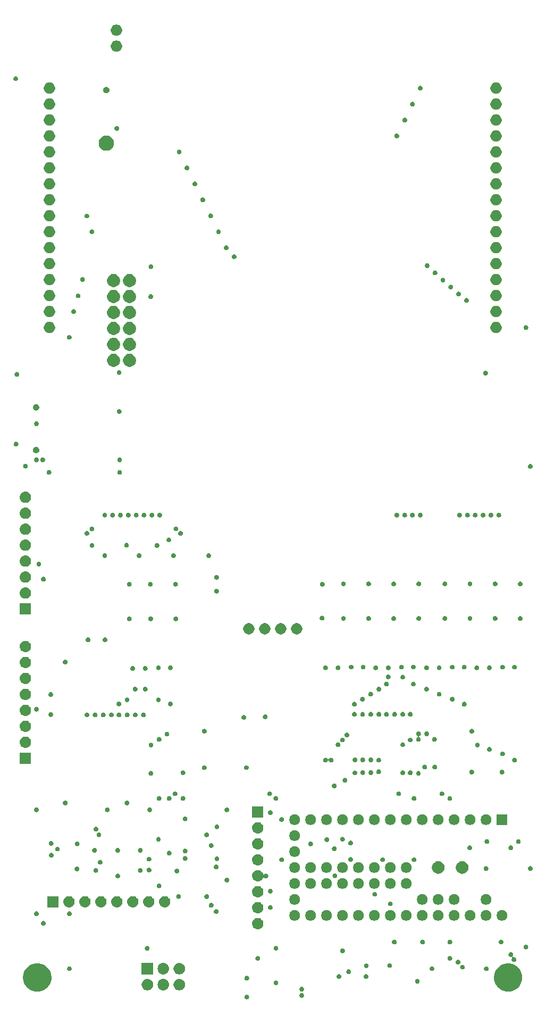
<source format=gbr>
G04 #@! TF.GenerationSoftware,KiCad,Pcbnew,(5.1.2-1)-1*
G04 #@! TF.CreationDate,2020-05-18T22:01:47-05:00*
G04 #@! TF.ProjectId,Interactive Core Memory Badge (Logic) v0.3,496e7465-7261-4637-9469-766520436f72,0.3*
G04 #@! TF.SameCoordinates,Original*
G04 #@! TF.FileFunction,Soldermask,Bot*
G04 #@! TF.FilePolarity,Negative*
%FSLAX46Y46*%
G04 Gerber Fmt 4.6, Leading zero omitted, Abs format (unit mm)*
G04 Created by KiCad (PCBNEW (5.1.2-1)-1) date 2020-05-18 22:01:47*
%MOMM*%
%LPD*%
G04 APERTURE LIST*
%ADD10C,0.100000*%
G04 APERTURE END LIST*
D10*
G36*
X-4025328Y-125238449D02*
G01*
X-4025326Y-125238450D01*
X-4025325Y-125238450D01*
X-3956897Y-125266793D01*
X-3895314Y-125307942D01*
X-3842942Y-125360314D01*
X-3801793Y-125421897D01*
X-3773450Y-125490325D01*
X-3773449Y-125490328D01*
X-3759000Y-125562966D01*
X-3759000Y-125637034D01*
X-3768184Y-125683206D01*
X-3773450Y-125709675D01*
X-3801793Y-125778103D01*
X-3842942Y-125839686D01*
X-3895314Y-125892058D01*
X-3956897Y-125933207D01*
X-4025325Y-125961550D01*
X-4025326Y-125961550D01*
X-4025328Y-125961551D01*
X-4097966Y-125976000D01*
X-4172034Y-125976000D01*
X-4244672Y-125961551D01*
X-4244674Y-125961550D01*
X-4244675Y-125961550D01*
X-4313103Y-125933207D01*
X-4374686Y-125892058D01*
X-4427058Y-125839686D01*
X-4468207Y-125778103D01*
X-4496550Y-125709675D01*
X-4501815Y-125683206D01*
X-4511000Y-125637034D01*
X-4511000Y-125562966D01*
X-4496551Y-125490328D01*
X-4496550Y-125490325D01*
X-4468207Y-125421897D01*
X-4427058Y-125360314D01*
X-4374686Y-125307942D01*
X-4313103Y-125266793D01*
X-4244675Y-125238450D01*
X-4244674Y-125238450D01*
X-4244672Y-125238449D01*
X-4172034Y-125224000D01*
X-4097966Y-125224000D01*
X-4025328Y-125238449D01*
X-4025328Y-125238449D01*
G37*
G36*
X4621531Y-124965484D02*
G01*
X4644980Y-124972597D01*
X4724672Y-124988449D01*
X4724674Y-124988450D01*
X4724675Y-124988450D01*
X4793103Y-125016793D01*
X4854686Y-125057942D01*
X4907058Y-125110314D01*
X4948207Y-125171897D01*
X4969788Y-125224000D01*
X4976551Y-125240328D01*
X4991000Y-125312966D01*
X4991000Y-125387033D01*
X4976550Y-125459675D01*
X4948207Y-125528103D01*
X4907058Y-125589686D01*
X4854686Y-125642058D01*
X4793103Y-125683207D01*
X4724675Y-125711550D01*
X4724674Y-125711550D01*
X4724672Y-125711551D01*
X4652034Y-125726000D01*
X4577966Y-125726000D01*
X4505328Y-125711551D01*
X4505326Y-125711550D01*
X4505325Y-125711550D01*
X4436897Y-125683207D01*
X4375314Y-125642058D01*
X4322942Y-125589686D01*
X4281793Y-125528103D01*
X4253450Y-125459675D01*
X4239000Y-125387033D01*
X4239000Y-125312966D01*
X4253449Y-125240328D01*
X4260212Y-125224000D01*
X4281793Y-125171897D01*
X4322942Y-125110314D01*
X4375314Y-125057942D01*
X4436897Y-125016793D01*
X4505325Y-124988450D01*
X4505326Y-124988450D01*
X4505328Y-124988449D01*
X4585020Y-124972597D01*
X4608469Y-124965484D01*
X4615000Y-124961993D01*
X4621531Y-124965484D01*
X4621531Y-124965484D01*
G37*
G36*
X37775880Y-120259776D02*
G01*
X38156593Y-120335504D01*
X38566249Y-120505189D01*
X38934929Y-120751534D01*
X39248466Y-121065071D01*
X39494811Y-121433751D01*
X39664496Y-121843407D01*
X39718401Y-122114410D01*
X39751000Y-122278295D01*
X39751000Y-122721705D01*
X39744253Y-122755622D01*
X39664496Y-123156593D01*
X39494811Y-123566249D01*
X39248466Y-123934929D01*
X38934929Y-124248466D01*
X38566249Y-124494811D01*
X38156593Y-124664496D01*
X37804575Y-124734516D01*
X37721705Y-124751000D01*
X37278295Y-124751000D01*
X37195425Y-124734516D01*
X36843407Y-124664496D01*
X36433751Y-124494811D01*
X36065071Y-124248466D01*
X35751534Y-123934929D01*
X35505189Y-123566249D01*
X35335504Y-123156593D01*
X35255747Y-122755622D01*
X35249000Y-122721705D01*
X35249000Y-122278295D01*
X35281599Y-122114410D01*
X35335504Y-121843407D01*
X35505189Y-121433751D01*
X35751534Y-121065071D01*
X36065071Y-120751534D01*
X36433751Y-120505189D01*
X36843407Y-120335504D01*
X37224120Y-120259776D01*
X37278295Y-120249000D01*
X37721705Y-120249000D01*
X37775880Y-120259776D01*
X37775880Y-120259776D01*
G37*
G36*
X-37224120Y-120259776D02*
G01*
X-36843407Y-120335504D01*
X-36433751Y-120505189D01*
X-36065071Y-120751534D01*
X-35751534Y-121065071D01*
X-35505189Y-121433751D01*
X-35335504Y-121843407D01*
X-35281599Y-122114410D01*
X-35249000Y-122278295D01*
X-35249000Y-122721705D01*
X-35255747Y-122755622D01*
X-35335504Y-123156593D01*
X-35505189Y-123566249D01*
X-35751534Y-123934929D01*
X-36065071Y-124248466D01*
X-36433751Y-124494811D01*
X-36843407Y-124664496D01*
X-37195425Y-124734516D01*
X-37278295Y-124751000D01*
X-37721705Y-124751000D01*
X-37804575Y-124734516D01*
X-38156593Y-124664496D01*
X-38566249Y-124494811D01*
X-38934929Y-124248466D01*
X-39248466Y-123934929D01*
X-39494811Y-123566249D01*
X-39664496Y-123156593D01*
X-39744253Y-122755622D01*
X-39751000Y-122721705D01*
X-39751000Y-122278295D01*
X-39718401Y-122114410D01*
X-39664496Y-121843407D01*
X-39494811Y-121433751D01*
X-39248466Y-121065071D01*
X-38934929Y-120751534D01*
X-38566249Y-120505189D01*
X-38156593Y-120335504D01*
X-37775880Y-120259776D01*
X-37721705Y-120249000D01*
X-37278295Y-120249000D01*
X-37224120Y-120259776D01*
X-37224120Y-120259776D01*
G37*
G36*
X4724672Y-123988449D02*
G01*
X4724674Y-123988450D01*
X4724675Y-123988450D01*
X4793103Y-124016793D01*
X4854686Y-124057942D01*
X4907058Y-124110314D01*
X4948207Y-124171897D01*
X4969383Y-124223022D01*
X4976551Y-124240328D01*
X4991000Y-124312966D01*
X4991000Y-124387034D01*
X4978374Y-124450509D01*
X4976550Y-124459675D01*
X4948207Y-124528103D01*
X4907058Y-124589686D01*
X4854686Y-124642058D01*
X4793103Y-124683207D01*
X4724675Y-124711550D01*
X4724674Y-124711550D01*
X4724672Y-124711551D01*
X4644980Y-124727403D01*
X4621531Y-124734516D01*
X4615000Y-124738007D01*
X4608469Y-124734516D01*
X4585020Y-124727403D01*
X4505328Y-124711551D01*
X4505326Y-124711550D01*
X4505325Y-124711550D01*
X4436897Y-124683207D01*
X4375314Y-124642058D01*
X4322942Y-124589686D01*
X4281793Y-124528103D01*
X4253450Y-124459675D01*
X4251627Y-124450509D01*
X4239000Y-124387034D01*
X4239000Y-124312966D01*
X4253449Y-124240328D01*
X4260617Y-124223022D01*
X4281793Y-124171897D01*
X4322942Y-124110314D01*
X4375314Y-124057942D01*
X4436897Y-124016793D01*
X4505325Y-123988450D01*
X4505326Y-123988450D01*
X4505328Y-123988449D01*
X4577966Y-123974000D01*
X4652034Y-123974000D01*
X4724672Y-123988449D01*
X4724672Y-123988449D01*
G37*
G36*
X-19698222Y-122760547D02*
G01*
X-19531776Y-122829491D01*
X-19381978Y-122929583D01*
X-19254583Y-123056978D01*
X-19154491Y-123206776D01*
X-19085547Y-123373222D01*
X-19050400Y-123549918D01*
X-19050400Y-123730082D01*
X-19085547Y-123906778D01*
X-19154491Y-124073224D01*
X-19254583Y-124223022D01*
X-19381978Y-124350417D01*
X-19531776Y-124450509D01*
X-19698222Y-124519453D01*
X-19874918Y-124554600D01*
X-20055082Y-124554600D01*
X-20231778Y-124519453D01*
X-20398224Y-124450509D01*
X-20548022Y-124350417D01*
X-20675417Y-124223022D01*
X-20775509Y-124073224D01*
X-20844453Y-123906778D01*
X-20879600Y-123730082D01*
X-20879600Y-123549918D01*
X-20844453Y-123373222D01*
X-20775509Y-123206776D01*
X-20675417Y-123056978D01*
X-20548022Y-122929583D01*
X-20398224Y-122829491D01*
X-20231778Y-122760547D01*
X-20055082Y-122725400D01*
X-19874918Y-122725400D01*
X-19698222Y-122760547D01*
X-19698222Y-122760547D01*
G37*
G36*
X-17245706Y-122738633D02*
G01*
X-17073305Y-122790931D01*
X-16914417Y-122875858D01*
X-16775151Y-122990151D01*
X-16660858Y-123129417D01*
X-16575931Y-123288305D01*
X-16523633Y-123460706D01*
X-16505975Y-123640000D01*
X-16523633Y-123819294D01*
X-16575931Y-123991695D01*
X-16660858Y-124150583D01*
X-16775151Y-124289849D01*
X-16914417Y-124404142D01*
X-17073305Y-124489069D01*
X-17245706Y-124541367D01*
X-17380069Y-124554600D01*
X-17469931Y-124554600D01*
X-17604294Y-124541367D01*
X-17776695Y-124489069D01*
X-17935583Y-124404142D01*
X-18074849Y-124289849D01*
X-18189142Y-124150583D01*
X-18274069Y-123991695D01*
X-18326367Y-123819294D01*
X-18344025Y-123640000D01*
X-18326367Y-123460706D01*
X-18274069Y-123288305D01*
X-18189142Y-123129417D01*
X-18074849Y-122990151D01*
X-17935583Y-122875858D01*
X-17776695Y-122790931D01*
X-17604294Y-122738633D01*
X-17469931Y-122725400D01*
X-17380069Y-122725400D01*
X-17245706Y-122738633D01*
X-17245706Y-122738633D01*
G37*
G36*
X-14618222Y-122760547D02*
G01*
X-14451776Y-122829491D01*
X-14301978Y-122929583D01*
X-14174583Y-123056978D01*
X-14074491Y-123206776D01*
X-14005547Y-123373222D01*
X-13970400Y-123549918D01*
X-13970400Y-123730082D01*
X-14005547Y-123906778D01*
X-14074491Y-124073224D01*
X-14174583Y-124223022D01*
X-14301978Y-124350417D01*
X-14451776Y-124450509D01*
X-14618222Y-124519453D01*
X-14794918Y-124554600D01*
X-14975082Y-124554600D01*
X-15151778Y-124519453D01*
X-15318224Y-124450509D01*
X-15468022Y-124350417D01*
X-15595417Y-124223022D01*
X-15695509Y-124073224D01*
X-15764453Y-123906778D01*
X-15799600Y-123730082D01*
X-15799600Y-123549918D01*
X-15764453Y-123373222D01*
X-15695509Y-123206776D01*
X-15595417Y-123056978D01*
X-15468022Y-122929583D01*
X-15318224Y-122829491D01*
X-15151778Y-122760547D01*
X-14975082Y-122725400D01*
X-14794918Y-122725400D01*
X-14618222Y-122760547D01*
X-14618222Y-122760547D01*
G37*
G36*
X624680Y-122988449D02*
G01*
X624682Y-122988450D01*
X624683Y-122988450D01*
X693111Y-123016793D01*
X754694Y-123057942D01*
X807066Y-123110314D01*
X848215Y-123171897D01*
X863865Y-123209681D01*
X876559Y-123240328D01*
X891008Y-123312966D01*
X891008Y-123387033D01*
X876558Y-123459675D01*
X848215Y-123528103D01*
X807066Y-123589686D01*
X754694Y-123642058D01*
X693111Y-123683207D01*
X624683Y-123711550D01*
X624682Y-123711550D01*
X624680Y-123711551D01*
X552042Y-123726000D01*
X477974Y-123726000D01*
X405336Y-123711551D01*
X405334Y-123711550D01*
X405333Y-123711550D01*
X336905Y-123683207D01*
X275322Y-123642058D01*
X222950Y-123589686D01*
X181801Y-123528103D01*
X153458Y-123459675D01*
X139008Y-123387033D01*
X139008Y-123312966D01*
X153457Y-123240328D01*
X166151Y-123209681D01*
X181801Y-123171897D01*
X222950Y-123110314D01*
X275322Y-123057942D01*
X336905Y-123016793D01*
X405333Y-122988450D01*
X405334Y-122988450D01*
X405336Y-122988449D01*
X477974Y-122974000D01*
X552042Y-122974000D01*
X624680Y-122988449D01*
X624680Y-122988449D01*
G37*
G36*
X23137172Y-122738455D02*
G01*
X23137174Y-122738456D01*
X23137175Y-122738456D01*
X23205603Y-122766799D01*
X23267186Y-122807948D01*
X23319558Y-122860320D01*
X23360707Y-122921903D01*
X23383114Y-122976000D01*
X23389051Y-122990334D01*
X23403500Y-123062972D01*
X23403500Y-123137040D01*
X23399611Y-123156593D01*
X23389050Y-123209681D01*
X23360707Y-123278109D01*
X23319558Y-123339692D01*
X23267186Y-123392064D01*
X23205603Y-123433213D01*
X23137175Y-123461556D01*
X23137174Y-123461556D01*
X23137172Y-123461557D01*
X23064534Y-123476006D01*
X22990466Y-123476006D01*
X22917828Y-123461557D01*
X22917826Y-123461556D01*
X22917825Y-123461556D01*
X22849397Y-123433213D01*
X22787814Y-123392064D01*
X22735442Y-123339692D01*
X22694293Y-123278109D01*
X22665950Y-123209681D01*
X22655390Y-123156593D01*
X22651500Y-123137040D01*
X22651500Y-123062972D01*
X22665949Y-122990334D01*
X22671886Y-122976000D01*
X22694293Y-122921903D01*
X22735442Y-122860320D01*
X22787814Y-122807948D01*
X22849397Y-122766799D01*
X22917825Y-122738456D01*
X22917826Y-122738456D01*
X22917828Y-122738455D01*
X22990466Y-122724006D01*
X23064534Y-122724006D01*
X23137172Y-122738455D01*
X23137172Y-122738455D01*
G37*
G36*
X-4025328Y-122238449D02*
G01*
X-4025326Y-122238450D01*
X-4025325Y-122238450D01*
X-3956897Y-122266793D01*
X-3895314Y-122307942D01*
X-3842942Y-122360314D01*
X-3801793Y-122421897D01*
X-3773450Y-122490325D01*
X-3773449Y-122490328D01*
X-3759000Y-122562966D01*
X-3759000Y-122637034D01*
X-3768184Y-122683206D01*
X-3773450Y-122709675D01*
X-3801793Y-122778103D01*
X-3842942Y-122839686D01*
X-3895314Y-122892058D01*
X-3956897Y-122933207D01*
X-4025325Y-122961550D01*
X-4025326Y-122961550D01*
X-4025328Y-122961551D01*
X-4097966Y-122976000D01*
X-4172034Y-122976000D01*
X-4244672Y-122961551D01*
X-4244674Y-122961550D01*
X-4244675Y-122961550D01*
X-4313103Y-122933207D01*
X-4374686Y-122892058D01*
X-4427058Y-122839686D01*
X-4468207Y-122778103D01*
X-4496550Y-122709675D01*
X-4501815Y-122683206D01*
X-4511000Y-122637034D01*
X-4511000Y-122562966D01*
X-4496551Y-122490328D01*
X-4496550Y-122490325D01*
X-4468207Y-122421897D01*
X-4427058Y-122360314D01*
X-4374686Y-122307942D01*
X-4313103Y-122266793D01*
X-4244675Y-122238450D01*
X-4244674Y-122238450D01*
X-4244672Y-122238449D01*
X-4172034Y-122224000D01*
X-4097966Y-122224000D01*
X-4025328Y-122238449D01*
X-4025328Y-122238449D01*
G37*
G36*
X14974672Y-121988449D02*
G01*
X14974674Y-121988450D01*
X14974675Y-121988450D01*
X15043103Y-122016793D01*
X15104686Y-122057942D01*
X15157058Y-122110314D01*
X15198207Y-122171897D01*
X15219788Y-122224000D01*
X15226551Y-122240328D01*
X15240421Y-122310055D01*
X15241000Y-122312967D01*
X15241000Y-122387033D01*
X15226550Y-122459675D01*
X15198207Y-122528103D01*
X15157058Y-122589686D01*
X15104686Y-122642058D01*
X15043103Y-122683207D01*
X14974675Y-122711550D01*
X14974674Y-122711550D01*
X14974672Y-122711551D01*
X14902034Y-122726000D01*
X14827966Y-122726000D01*
X14755328Y-122711551D01*
X14755326Y-122711550D01*
X14755325Y-122711550D01*
X14686897Y-122683207D01*
X14625314Y-122642058D01*
X14572942Y-122589686D01*
X14531793Y-122528103D01*
X14503450Y-122459675D01*
X14489000Y-122387033D01*
X14489000Y-122312967D01*
X14489579Y-122310055D01*
X14503449Y-122240328D01*
X14510212Y-122224000D01*
X14531793Y-122171897D01*
X14572942Y-122110314D01*
X14625314Y-122057942D01*
X14686897Y-122016793D01*
X14755325Y-121988450D01*
X14755326Y-121988450D01*
X14755328Y-121988449D01*
X14827966Y-121974000D01*
X14902034Y-121974000D01*
X14974672Y-121988449D01*
X14974672Y-121988449D01*
G37*
G36*
X10649672Y-121988449D02*
G01*
X10649674Y-121988450D01*
X10649675Y-121988450D01*
X10718103Y-122016793D01*
X10779686Y-122057942D01*
X10832058Y-122110314D01*
X10873207Y-122171897D01*
X10894788Y-122224000D01*
X10901551Y-122240328D01*
X10915421Y-122310055D01*
X10916000Y-122312967D01*
X10916000Y-122387033D01*
X10901550Y-122459675D01*
X10873207Y-122528103D01*
X10832058Y-122589686D01*
X10779686Y-122642058D01*
X10718103Y-122683207D01*
X10649675Y-122711550D01*
X10649674Y-122711550D01*
X10649672Y-122711551D01*
X10577034Y-122726000D01*
X10502966Y-122726000D01*
X10430328Y-122711551D01*
X10430326Y-122711550D01*
X10430325Y-122711550D01*
X10361897Y-122683207D01*
X10300314Y-122642058D01*
X10247942Y-122589686D01*
X10206793Y-122528103D01*
X10178450Y-122459675D01*
X10164000Y-122387033D01*
X10164000Y-122312967D01*
X10164579Y-122310055D01*
X10178449Y-122240328D01*
X10185212Y-122224000D01*
X10206793Y-122171897D01*
X10247942Y-122110314D01*
X10300314Y-122057942D01*
X10361897Y-122016793D01*
X10430325Y-121988450D01*
X10430326Y-121988450D01*
X10430328Y-121988449D01*
X10502966Y-121974000D01*
X10577034Y-121974000D01*
X10649672Y-121988449D01*
X10649672Y-121988449D01*
G37*
G36*
X-19050400Y-122014600D02*
G01*
X-20879600Y-122014600D01*
X-20879600Y-120185400D01*
X-19050400Y-120185400D01*
X-19050400Y-122014600D01*
X-19050400Y-122014600D01*
G37*
G36*
X-17245706Y-120198633D02*
G01*
X-17073305Y-120250931D01*
X-16914417Y-120335858D01*
X-16775151Y-120450151D01*
X-16660858Y-120589417D01*
X-16575931Y-120748305D01*
X-16523633Y-120920706D01*
X-16505975Y-121100000D01*
X-16523633Y-121279294D01*
X-16575931Y-121451695D01*
X-16660858Y-121610583D01*
X-16775151Y-121749849D01*
X-16914417Y-121864142D01*
X-17073305Y-121949069D01*
X-17245706Y-122001367D01*
X-17380069Y-122014600D01*
X-17469931Y-122014600D01*
X-17604294Y-122001367D01*
X-17776695Y-121949069D01*
X-17935583Y-121864142D01*
X-18074849Y-121749849D01*
X-18189142Y-121610583D01*
X-18274069Y-121451695D01*
X-18326367Y-121279294D01*
X-18344025Y-121100000D01*
X-18326367Y-120920706D01*
X-18274069Y-120748305D01*
X-18189142Y-120589417D01*
X-18074849Y-120450151D01*
X-17935583Y-120335858D01*
X-17776695Y-120250931D01*
X-17604294Y-120198633D01*
X-17469931Y-120185400D01*
X-17380069Y-120185400D01*
X-17245706Y-120198633D01*
X-17245706Y-120198633D01*
G37*
G36*
X-14618222Y-120220547D02*
G01*
X-14451776Y-120289491D01*
X-14301978Y-120389583D01*
X-14174583Y-120516978D01*
X-14074491Y-120666776D01*
X-14005547Y-120833222D01*
X-13970400Y-121009918D01*
X-13970400Y-121190082D01*
X-14005547Y-121366778D01*
X-14074491Y-121533224D01*
X-14174583Y-121683022D01*
X-14301978Y-121810417D01*
X-14451776Y-121910509D01*
X-14618222Y-121979453D01*
X-14794918Y-122014600D01*
X-14975082Y-122014600D01*
X-15151778Y-121979453D01*
X-15318224Y-121910509D01*
X-15468022Y-121810417D01*
X-15595417Y-121683022D01*
X-15695509Y-121533224D01*
X-15764453Y-121366778D01*
X-15799600Y-121190082D01*
X-15799600Y-121009918D01*
X-15764453Y-120833222D01*
X-15695509Y-120666776D01*
X-15595417Y-120516978D01*
X-15468022Y-120389583D01*
X-15318224Y-120289491D01*
X-15151778Y-120220547D01*
X-14975082Y-120185400D01*
X-14794918Y-120185400D01*
X-14618222Y-120220547D01*
X-14618222Y-120220547D01*
G37*
G36*
X12201682Y-121215459D02*
G01*
X12201684Y-121215460D01*
X12201685Y-121215460D01*
X12270113Y-121243803D01*
X12331696Y-121284952D01*
X12384068Y-121337324D01*
X12425217Y-121398907D01*
X12447082Y-121451696D01*
X12453561Y-121467338D01*
X12468010Y-121539976D01*
X12468010Y-121614044D01*
X12454289Y-121683023D01*
X12453560Y-121686685D01*
X12425217Y-121755113D01*
X12384068Y-121816696D01*
X12331696Y-121869068D01*
X12270113Y-121910217D01*
X12201685Y-121938560D01*
X12201684Y-121938560D01*
X12201682Y-121938561D01*
X12129044Y-121953010D01*
X12054976Y-121953010D01*
X11982338Y-121938561D01*
X11982336Y-121938560D01*
X11982335Y-121938560D01*
X11913907Y-121910217D01*
X11852324Y-121869068D01*
X11799952Y-121816696D01*
X11758803Y-121755113D01*
X11730460Y-121686685D01*
X11729732Y-121683023D01*
X11716010Y-121614044D01*
X11716010Y-121539976D01*
X11730459Y-121467338D01*
X11736938Y-121451696D01*
X11758803Y-121398907D01*
X11799952Y-121337324D01*
X11852324Y-121284952D01*
X11913907Y-121243803D01*
X11982335Y-121215460D01*
X11982336Y-121215460D01*
X11982338Y-121215459D01*
X12054976Y-121201010D01*
X12129044Y-121201010D01*
X12201682Y-121215459D01*
X12201682Y-121215459D01*
G37*
G36*
X25474672Y-120738449D02*
G01*
X25474674Y-120738450D01*
X25474675Y-120738450D01*
X25543103Y-120766793D01*
X25604686Y-120807942D01*
X25657058Y-120860314D01*
X25698207Y-120921897D01*
X25726550Y-120990325D01*
X25726551Y-120990328D01*
X25741000Y-121062966D01*
X25741000Y-121137034D01*
X25727409Y-121205361D01*
X25726550Y-121209675D01*
X25698207Y-121278103D01*
X25657058Y-121339686D01*
X25604686Y-121392058D01*
X25543103Y-121433207D01*
X25474675Y-121461550D01*
X25474674Y-121461550D01*
X25474672Y-121461551D01*
X25402034Y-121476000D01*
X25327966Y-121476000D01*
X25255328Y-121461551D01*
X25255326Y-121461550D01*
X25255325Y-121461550D01*
X25186897Y-121433207D01*
X25125314Y-121392058D01*
X25072942Y-121339686D01*
X25031793Y-121278103D01*
X25003450Y-121209675D01*
X25002592Y-121205361D01*
X24989000Y-121137034D01*
X24989000Y-121062966D01*
X25003449Y-120990328D01*
X25003450Y-120990325D01*
X25031793Y-120921897D01*
X25072942Y-120860314D01*
X25125314Y-120807942D01*
X25186897Y-120766793D01*
X25255325Y-120738450D01*
X25255326Y-120738450D01*
X25255328Y-120738449D01*
X25327966Y-120724000D01*
X25402034Y-120724000D01*
X25474672Y-120738449D01*
X25474672Y-120738449D01*
G37*
G36*
X-32275328Y-120738449D02*
G01*
X-32275326Y-120738450D01*
X-32275325Y-120738450D01*
X-32206897Y-120766793D01*
X-32145314Y-120807942D01*
X-32092942Y-120860314D01*
X-32051793Y-120921897D01*
X-32023450Y-120990325D01*
X-32023449Y-120990328D01*
X-32009000Y-121062966D01*
X-32009000Y-121137034D01*
X-32022591Y-121205361D01*
X-32023450Y-121209675D01*
X-32051793Y-121278103D01*
X-32092942Y-121339686D01*
X-32145314Y-121392058D01*
X-32206897Y-121433207D01*
X-32275325Y-121461550D01*
X-32275326Y-121461550D01*
X-32275328Y-121461551D01*
X-32347966Y-121476000D01*
X-32422034Y-121476000D01*
X-32494672Y-121461551D01*
X-32494674Y-121461550D01*
X-32494675Y-121461550D01*
X-32563103Y-121433207D01*
X-32624686Y-121392058D01*
X-32677058Y-121339686D01*
X-32718207Y-121278103D01*
X-32746550Y-121209675D01*
X-32747408Y-121205361D01*
X-32761000Y-121137034D01*
X-32761000Y-121062966D01*
X-32746551Y-120990328D01*
X-32746550Y-120990325D01*
X-32718207Y-120921897D01*
X-32677058Y-120860314D01*
X-32624686Y-120807942D01*
X-32563103Y-120766793D01*
X-32494675Y-120738450D01*
X-32494674Y-120738450D01*
X-32494672Y-120738449D01*
X-32422034Y-120724000D01*
X-32347966Y-120724000D01*
X-32275328Y-120738449D01*
X-32275328Y-120738449D01*
G37*
G36*
X34124704Y-120738448D02*
G01*
X34124706Y-120738449D01*
X34124707Y-120738449D01*
X34193135Y-120766792D01*
X34254718Y-120807941D01*
X34307090Y-120860313D01*
X34348239Y-120921896D01*
X34368252Y-120970213D01*
X34376583Y-120990327D01*
X34391032Y-121062965D01*
X34391032Y-121137033D01*
X34376583Y-121209671D01*
X34376582Y-121209673D01*
X34376582Y-121209674D01*
X34348239Y-121278102D01*
X34307090Y-121339685D01*
X34254718Y-121392057D01*
X34193135Y-121433206D01*
X34124707Y-121461549D01*
X34124706Y-121461549D01*
X34124704Y-121461550D01*
X34052066Y-121475999D01*
X33977998Y-121475999D01*
X33905360Y-121461550D01*
X33905358Y-121461549D01*
X33905357Y-121461549D01*
X33836929Y-121433206D01*
X33775346Y-121392057D01*
X33722974Y-121339685D01*
X33681825Y-121278102D01*
X33653482Y-121209674D01*
X33653482Y-121209673D01*
X33653481Y-121209671D01*
X33639032Y-121137033D01*
X33639032Y-121062965D01*
X33653481Y-120990327D01*
X33661812Y-120970213D01*
X33681825Y-120921896D01*
X33722974Y-120860313D01*
X33775346Y-120807941D01*
X33836929Y-120766792D01*
X33905357Y-120738449D01*
X33905358Y-120738449D01*
X33905360Y-120738448D01*
X33977998Y-120723999D01*
X34052066Y-120723999D01*
X34124704Y-120738448D01*
X34124704Y-120738448D01*
G37*
G36*
X30324676Y-120488449D02*
G01*
X30324678Y-120488450D01*
X30324679Y-120488450D01*
X30393107Y-120516793D01*
X30454690Y-120557942D01*
X30507062Y-120610314D01*
X30548211Y-120671897D01*
X30575777Y-120738449D01*
X30576555Y-120740328D01*
X30591004Y-120812966D01*
X30591004Y-120887034D01*
X30578940Y-120947684D01*
X30576554Y-120959675D01*
X30548211Y-121028103D01*
X30507062Y-121089686D01*
X30454690Y-121142058D01*
X30393107Y-121183207D01*
X30324679Y-121211550D01*
X30324678Y-121211550D01*
X30324676Y-121211551D01*
X30252038Y-121226000D01*
X30177970Y-121226000D01*
X30105332Y-121211551D01*
X30105330Y-121211550D01*
X30105329Y-121211550D01*
X30036901Y-121183207D01*
X29975318Y-121142058D01*
X29922946Y-121089686D01*
X29881797Y-121028103D01*
X29853454Y-120959675D01*
X29851069Y-120947684D01*
X29839004Y-120887034D01*
X29839004Y-120812966D01*
X29853453Y-120740328D01*
X29854231Y-120738449D01*
X29881797Y-120671897D01*
X29922946Y-120610314D01*
X29975318Y-120557942D01*
X30036901Y-120516793D01*
X30105329Y-120488450D01*
X30105330Y-120488450D01*
X30105332Y-120488449D01*
X30177970Y-120474000D01*
X30252038Y-120474000D01*
X30324676Y-120488449D01*
X30324676Y-120488449D01*
G37*
G36*
X15011678Y-120275455D02*
G01*
X15011680Y-120275456D01*
X15011681Y-120275456D01*
X15080109Y-120303799D01*
X15141692Y-120344948D01*
X15194064Y-120397320D01*
X15235213Y-120458903D01*
X15263556Y-120527331D01*
X15263557Y-120527334D01*
X15278006Y-120599972D01*
X15278006Y-120674040D01*
X15264821Y-120740325D01*
X15263556Y-120746681D01*
X15235213Y-120815109D01*
X15194064Y-120876692D01*
X15141692Y-120929064D01*
X15080109Y-120970213D01*
X15011681Y-120998556D01*
X15011680Y-120998556D01*
X15011678Y-120998557D01*
X14939040Y-121013006D01*
X14864972Y-121013006D01*
X14792334Y-120998557D01*
X14792332Y-120998556D01*
X14792331Y-120998556D01*
X14723903Y-120970213D01*
X14662320Y-120929064D01*
X14609948Y-120876692D01*
X14568799Y-120815109D01*
X14540456Y-120746681D01*
X14539192Y-120740325D01*
X14526006Y-120674040D01*
X14526006Y-120599972D01*
X14540455Y-120527334D01*
X14540456Y-120527331D01*
X14568799Y-120458903D01*
X14609948Y-120397320D01*
X14662320Y-120344948D01*
X14723903Y-120303799D01*
X14792331Y-120275456D01*
X14792332Y-120275456D01*
X14792334Y-120275455D01*
X14864972Y-120261006D01*
X14939040Y-120261006D01*
X15011678Y-120275455D01*
X15011678Y-120275455D01*
G37*
G36*
X18722671Y-120236448D02*
G01*
X18722673Y-120236449D01*
X18722674Y-120236449D01*
X18791102Y-120264792D01*
X18852685Y-120305941D01*
X18905057Y-120358313D01*
X18946206Y-120419896D01*
X18968616Y-120474000D01*
X18974550Y-120488327D01*
X18988999Y-120560965D01*
X18988999Y-120635033D01*
X18981240Y-120674040D01*
X18974549Y-120707674D01*
X18946206Y-120776102D01*
X18905057Y-120837685D01*
X18852685Y-120890057D01*
X18791102Y-120931206D01*
X18722674Y-120959549D01*
X18722673Y-120959549D01*
X18722671Y-120959550D01*
X18650033Y-120973999D01*
X18575965Y-120973999D01*
X18503327Y-120959550D01*
X18503325Y-120959549D01*
X18503324Y-120959549D01*
X18434896Y-120931206D01*
X18373313Y-120890057D01*
X18320941Y-120837685D01*
X18279792Y-120776102D01*
X18251449Y-120707674D01*
X18244759Y-120674040D01*
X18236999Y-120635033D01*
X18236999Y-120560965D01*
X18251448Y-120488327D01*
X18257382Y-120474000D01*
X18279792Y-120419896D01*
X18320941Y-120358313D01*
X18373313Y-120305941D01*
X18434896Y-120264792D01*
X18503324Y-120236449D01*
X18503325Y-120236449D01*
X18503327Y-120236448D01*
X18575965Y-120221999D01*
X18650033Y-120221999D01*
X18722671Y-120236448D01*
X18722671Y-120236448D01*
G37*
G36*
X29624672Y-119688449D02*
G01*
X29624674Y-119688450D01*
X29624675Y-119688450D01*
X29693103Y-119716793D01*
X29754686Y-119757942D01*
X29807058Y-119810314D01*
X29848207Y-119871897D01*
X29876550Y-119940325D01*
X29876551Y-119940328D01*
X29891000Y-120012966D01*
X29891000Y-120087033D01*
X29876550Y-120159675D01*
X29848207Y-120228103D01*
X29807058Y-120289686D01*
X29754686Y-120342058D01*
X29693103Y-120383207D01*
X29624675Y-120411550D01*
X29624674Y-120411550D01*
X29624672Y-120411551D01*
X29552034Y-120426000D01*
X29477966Y-120426000D01*
X29405328Y-120411551D01*
X29405326Y-120411550D01*
X29405325Y-120411550D01*
X29336897Y-120383207D01*
X29275314Y-120342058D01*
X29222942Y-120289686D01*
X29181793Y-120228103D01*
X29153450Y-120159675D01*
X29139000Y-120087033D01*
X29139000Y-120012966D01*
X29153449Y-119940328D01*
X29153450Y-119940325D01*
X29181793Y-119871897D01*
X29222942Y-119810314D01*
X29275314Y-119757942D01*
X29336897Y-119716793D01*
X29405325Y-119688450D01*
X29405326Y-119688450D01*
X29405328Y-119688449D01*
X29477966Y-119674000D01*
X29552034Y-119674000D01*
X29624672Y-119688449D01*
X29624672Y-119688449D01*
G37*
G36*
X38024672Y-118490459D02*
G01*
X38024674Y-118490460D01*
X38024675Y-118490460D01*
X38093103Y-118518803D01*
X38154686Y-118559952D01*
X38207058Y-118612324D01*
X38248207Y-118673907D01*
X38276550Y-118742335D01*
X38291000Y-118814977D01*
X38291000Y-118889043D01*
X38276550Y-118961685D01*
X38248207Y-119030113D01*
X38208030Y-119090241D01*
X38196483Y-119111845D01*
X38189370Y-119135294D01*
X38186968Y-119159680D01*
X38189370Y-119184066D01*
X38196483Y-119207515D01*
X38208034Y-119229125D01*
X38223579Y-119248067D01*
X38242521Y-119263613D01*
X38264132Y-119275164D01*
X38287581Y-119282277D01*
X38311967Y-119284679D01*
X38336352Y-119282277D01*
X38377965Y-119274000D01*
X38452034Y-119274000D01*
X38524672Y-119288449D01*
X38524674Y-119288450D01*
X38524675Y-119288450D01*
X38593103Y-119316793D01*
X38654686Y-119357942D01*
X38707058Y-119410314D01*
X38748207Y-119471897D01*
X38776550Y-119540325D01*
X38776551Y-119540328D01*
X38791000Y-119612966D01*
X38791000Y-119687034D01*
X38780055Y-119742058D01*
X38776550Y-119759675D01*
X38748207Y-119828103D01*
X38707058Y-119889686D01*
X38654686Y-119942058D01*
X38593103Y-119983207D01*
X38524675Y-120011550D01*
X38524674Y-120011550D01*
X38524672Y-120011551D01*
X38452034Y-120026000D01*
X38377966Y-120026000D01*
X38305328Y-120011551D01*
X38305326Y-120011550D01*
X38305325Y-120011550D01*
X38236897Y-119983207D01*
X38175314Y-119942058D01*
X38122942Y-119889686D01*
X38081793Y-119828103D01*
X38053450Y-119759675D01*
X38049946Y-119742058D01*
X38039000Y-119687034D01*
X38039000Y-119612966D01*
X38053449Y-119540328D01*
X38053450Y-119540325D01*
X38081793Y-119471897D01*
X38121970Y-119411769D01*
X38133517Y-119390165D01*
X38140630Y-119366716D01*
X38143032Y-119342330D01*
X38140630Y-119317944D01*
X38133517Y-119294495D01*
X38121966Y-119272885D01*
X38106421Y-119253943D01*
X38087479Y-119238397D01*
X38065868Y-119226846D01*
X38042419Y-119219733D01*
X38018033Y-119217331D01*
X37993648Y-119219733D01*
X37952035Y-119228010D01*
X37877966Y-119228010D01*
X37805328Y-119213561D01*
X37805326Y-119213560D01*
X37805325Y-119213560D01*
X37736897Y-119185217D01*
X37675314Y-119144068D01*
X37622942Y-119091696D01*
X37581793Y-119030113D01*
X37553450Y-118961685D01*
X37539000Y-118889043D01*
X37539000Y-118814977D01*
X37553450Y-118742335D01*
X37581793Y-118673907D01*
X37622942Y-118612324D01*
X37675314Y-118559952D01*
X37736897Y-118518803D01*
X37805325Y-118490460D01*
X37805326Y-118490460D01*
X37805328Y-118490459D01*
X37877966Y-118476010D01*
X37952034Y-118476010D01*
X38024672Y-118490459D01*
X38024672Y-118490459D01*
G37*
G36*
X-2275328Y-119088449D02*
G01*
X-2275326Y-119088450D01*
X-2275325Y-119088450D01*
X-2206897Y-119116793D01*
X-2145314Y-119157942D01*
X-2092942Y-119210314D01*
X-2051793Y-119271897D01*
X-2023450Y-119340325D01*
X-2023449Y-119340328D01*
X-2009237Y-119411776D01*
X-2009000Y-119412967D01*
X-2009000Y-119487033D01*
X-2023450Y-119559675D01*
X-2051793Y-119628103D01*
X-2092942Y-119689686D01*
X-2145314Y-119742058D01*
X-2206897Y-119783207D01*
X-2275325Y-119811550D01*
X-2275326Y-119811550D01*
X-2275328Y-119811551D01*
X-2347966Y-119826000D01*
X-2422034Y-119826000D01*
X-2494672Y-119811551D01*
X-2494674Y-119811550D01*
X-2494675Y-119811550D01*
X-2563103Y-119783207D01*
X-2624686Y-119742058D01*
X-2677058Y-119689686D01*
X-2718207Y-119628103D01*
X-2746550Y-119559675D01*
X-2761000Y-119487033D01*
X-2761000Y-119412967D01*
X-2760763Y-119411776D01*
X-2746551Y-119340328D01*
X-2746550Y-119340325D01*
X-2718207Y-119271897D01*
X-2677058Y-119210314D01*
X-2624686Y-119157942D01*
X-2563103Y-119116793D01*
X-2494675Y-119088450D01*
X-2494674Y-119088450D01*
X-2494672Y-119088449D01*
X-2422034Y-119074000D01*
X-2347966Y-119074000D01*
X-2275328Y-119088449D01*
X-2275328Y-119088449D01*
G37*
G36*
X28324672Y-119088449D02*
G01*
X28324674Y-119088450D01*
X28324675Y-119088450D01*
X28393103Y-119116793D01*
X28454686Y-119157942D01*
X28507058Y-119210314D01*
X28548207Y-119271897D01*
X28576550Y-119340325D01*
X28576551Y-119340328D01*
X28590763Y-119411776D01*
X28591000Y-119412967D01*
X28591000Y-119487033D01*
X28576550Y-119559675D01*
X28548207Y-119628103D01*
X28507058Y-119689686D01*
X28454686Y-119742058D01*
X28393103Y-119783207D01*
X28324675Y-119811550D01*
X28324674Y-119811550D01*
X28324672Y-119811551D01*
X28252034Y-119826000D01*
X28177966Y-119826000D01*
X28105328Y-119811551D01*
X28105326Y-119811550D01*
X28105325Y-119811550D01*
X28036897Y-119783207D01*
X27975314Y-119742058D01*
X27922942Y-119689686D01*
X27881793Y-119628103D01*
X27853450Y-119559675D01*
X27839000Y-119487033D01*
X27839000Y-119412967D01*
X27839237Y-119411776D01*
X27853449Y-119340328D01*
X27853450Y-119340325D01*
X27881793Y-119271897D01*
X27922942Y-119210314D01*
X27975314Y-119157942D01*
X28036897Y-119116793D01*
X28105325Y-119088450D01*
X28105326Y-119088450D01*
X28105328Y-119088449D01*
X28177966Y-119074000D01*
X28252034Y-119074000D01*
X28324672Y-119088449D01*
X28324672Y-119088449D01*
G37*
G36*
X11224672Y-117888449D02*
G01*
X11224674Y-117888450D01*
X11224675Y-117888450D01*
X11293103Y-117916793D01*
X11354686Y-117957942D01*
X11407058Y-118010314D01*
X11448207Y-118071897D01*
X11476435Y-118140048D01*
X11476551Y-118140328D01*
X11491000Y-118212966D01*
X11491000Y-118287033D01*
X11476550Y-118359675D01*
X11448207Y-118428103D01*
X11407058Y-118489686D01*
X11354686Y-118542058D01*
X11293103Y-118583207D01*
X11224675Y-118611550D01*
X11224674Y-118611550D01*
X11224672Y-118611551D01*
X11152034Y-118626000D01*
X11077966Y-118626000D01*
X11005328Y-118611551D01*
X11005326Y-118611550D01*
X11005325Y-118611550D01*
X10936897Y-118583207D01*
X10875314Y-118542058D01*
X10822942Y-118489686D01*
X10781793Y-118428103D01*
X10753450Y-118359675D01*
X10739000Y-118287033D01*
X10739000Y-118212966D01*
X10753449Y-118140328D01*
X10753565Y-118140048D01*
X10781793Y-118071897D01*
X10822942Y-118010314D01*
X10875314Y-117957942D01*
X10936897Y-117916793D01*
X11005325Y-117888450D01*
X11005326Y-117888450D01*
X11005328Y-117888449D01*
X11077966Y-117874000D01*
X11152034Y-117874000D01*
X11224672Y-117888449D01*
X11224672Y-117888449D01*
G37*
G36*
X-19875322Y-117488449D02*
G01*
X-19875320Y-117488450D01*
X-19875319Y-117488450D01*
X-19806891Y-117516793D01*
X-19745308Y-117557942D01*
X-19692936Y-117610314D01*
X-19651787Y-117671897D01*
X-19623444Y-117740325D01*
X-19623443Y-117740328D01*
X-19608994Y-117812966D01*
X-19608994Y-117887034D01*
X-19623043Y-117957662D01*
X-19623444Y-117959675D01*
X-19651787Y-118028103D01*
X-19692936Y-118089686D01*
X-19745308Y-118142058D01*
X-19806891Y-118183207D01*
X-19875319Y-118211550D01*
X-19875320Y-118211550D01*
X-19875322Y-118211551D01*
X-19947960Y-118226000D01*
X-20022028Y-118226000D01*
X-20094666Y-118211551D01*
X-20094668Y-118211550D01*
X-20094669Y-118211550D01*
X-20163097Y-118183207D01*
X-20224680Y-118142058D01*
X-20277052Y-118089686D01*
X-20318201Y-118028103D01*
X-20346544Y-117959675D01*
X-20346944Y-117957662D01*
X-20360994Y-117887034D01*
X-20360994Y-117812966D01*
X-20346545Y-117740328D01*
X-20346544Y-117740325D01*
X-20318201Y-117671897D01*
X-20277052Y-117610314D01*
X-20224680Y-117557942D01*
X-20163097Y-117516793D01*
X-20094669Y-117488450D01*
X-20094668Y-117488450D01*
X-20094666Y-117488449D01*
X-20022028Y-117474000D01*
X-19947960Y-117474000D01*
X-19875322Y-117488449D01*
X-19875322Y-117488449D01*
G37*
G36*
X624672Y-117486439D02*
G01*
X624674Y-117486440D01*
X624675Y-117486440D01*
X693103Y-117514783D01*
X754686Y-117555932D01*
X807058Y-117608304D01*
X848207Y-117669887D01*
X855309Y-117687034D01*
X876551Y-117738318D01*
X891000Y-117810956D01*
X891000Y-117885024D01*
X884681Y-117916793D01*
X876550Y-117957665D01*
X848207Y-118026093D01*
X807058Y-118087676D01*
X754686Y-118140048D01*
X693103Y-118181197D01*
X624675Y-118209540D01*
X624674Y-118209540D01*
X624672Y-118209541D01*
X552034Y-118223990D01*
X477966Y-118223990D01*
X405328Y-118209541D01*
X405326Y-118209540D01*
X405325Y-118209540D01*
X336897Y-118181197D01*
X275314Y-118140048D01*
X222942Y-118087676D01*
X181793Y-118026093D01*
X153450Y-117957665D01*
X145320Y-117916793D01*
X139000Y-117885024D01*
X139000Y-117810956D01*
X153449Y-117738318D01*
X174691Y-117687034D01*
X181793Y-117669887D01*
X222942Y-117608304D01*
X275314Y-117555932D01*
X336897Y-117514783D01*
X405325Y-117486440D01*
X405326Y-117486440D01*
X405328Y-117486439D01*
X477966Y-117471990D01*
X552034Y-117471990D01*
X624672Y-117486439D01*
X624672Y-117486439D01*
G37*
G36*
X40424674Y-117288449D02*
G01*
X40424676Y-117288450D01*
X40424677Y-117288450D01*
X40493105Y-117316793D01*
X40554688Y-117357942D01*
X40607060Y-117410314D01*
X40648209Y-117471897D01*
X40666805Y-117516793D01*
X40676553Y-117540328D01*
X40691002Y-117612966D01*
X40691002Y-117687034D01*
X40680801Y-117738318D01*
X40676552Y-117759675D01*
X40648209Y-117828103D01*
X40607060Y-117889686D01*
X40554688Y-117942058D01*
X40493105Y-117983207D01*
X40424677Y-118011550D01*
X40424676Y-118011550D01*
X40424674Y-118011551D01*
X40352036Y-118026000D01*
X40277968Y-118026000D01*
X40205330Y-118011551D01*
X40205328Y-118011550D01*
X40205327Y-118011550D01*
X40136899Y-117983207D01*
X40075316Y-117942058D01*
X40022944Y-117889686D01*
X39981795Y-117828103D01*
X39953452Y-117759675D01*
X39949204Y-117738318D01*
X39939002Y-117687034D01*
X39939002Y-117612966D01*
X39953451Y-117540328D01*
X39963199Y-117516793D01*
X39981795Y-117471897D01*
X40022944Y-117410314D01*
X40075316Y-117357942D01*
X40136899Y-117316793D01*
X40205327Y-117288450D01*
X40205328Y-117288450D01*
X40205330Y-117288449D01*
X40277968Y-117274000D01*
X40352036Y-117274000D01*
X40424674Y-117288449D01*
X40424674Y-117288449D01*
G37*
G36*
X36474689Y-116488454D02*
G01*
X36474691Y-116488455D01*
X36474692Y-116488455D01*
X36543120Y-116516798D01*
X36604703Y-116557947D01*
X36657075Y-116610319D01*
X36698224Y-116671902D01*
X36726563Y-116740320D01*
X36726568Y-116740333D01*
X36741017Y-116812971D01*
X36741017Y-116887039D01*
X36726571Y-116959664D01*
X36726567Y-116959680D01*
X36698224Y-117028108D01*
X36657075Y-117089691D01*
X36604703Y-117142063D01*
X36543120Y-117183212D01*
X36474692Y-117211555D01*
X36474691Y-117211555D01*
X36474689Y-117211556D01*
X36402051Y-117226005D01*
X36327983Y-117226005D01*
X36255345Y-117211556D01*
X36255343Y-117211555D01*
X36255342Y-117211555D01*
X36186914Y-117183212D01*
X36125331Y-117142063D01*
X36072959Y-117089691D01*
X36031810Y-117028108D01*
X36003467Y-116959680D01*
X36003464Y-116959664D01*
X35989017Y-116887039D01*
X35989017Y-116812971D01*
X36003466Y-116740333D01*
X36003471Y-116740320D01*
X36031810Y-116671902D01*
X36072959Y-116610319D01*
X36125331Y-116557947D01*
X36186914Y-116516798D01*
X36255342Y-116488455D01*
X36255343Y-116488455D01*
X36255345Y-116488454D01*
X36327983Y-116474005D01*
X36402051Y-116474005D01*
X36474689Y-116488454D01*
X36474689Y-116488454D01*
G37*
G36*
X19474672Y-116488449D02*
G01*
X19474674Y-116488450D01*
X19474675Y-116488450D01*
X19543103Y-116516793D01*
X19604686Y-116557942D01*
X19657058Y-116610314D01*
X19698207Y-116671897D01*
X19726548Y-116740320D01*
X19726551Y-116740328D01*
X19741000Y-116812966D01*
X19741000Y-116887034D01*
X19726553Y-116959664D01*
X19726550Y-116959675D01*
X19698207Y-117028103D01*
X19657058Y-117089686D01*
X19604686Y-117142058D01*
X19543103Y-117183207D01*
X19474675Y-117211550D01*
X19474674Y-117211550D01*
X19474672Y-117211551D01*
X19402034Y-117226000D01*
X19327966Y-117226000D01*
X19255328Y-117211551D01*
X19255326Y-117211550D01*
X19255325Y-117211550D01*
X19186897Y-117183207D01*
X19125314Y-117142058D01*
X19072942Y-117089686D01*
X19031793Y-117028103D01*
X19003450Y-116959675D01*
X19003448Y-116959664D01*
X18989000Y-116887034D01*
X18989000Y-116812966D01*
X19003449Y-116740328D01*
X19003452Y-116740320D01*
X19031793Y-116671897D01*
X19072942Y-116610314D01*
X19125314Y-116557942D01*
X19186897Y-116516793D01*
X19255325Y-116488450D01*
X19255326Y-116488450D01*
X19255328Y-116488449D01*
X19327966Y-116474000D01*
X19402034Y-116474000D01*
X19474672Y-116488449D01*
X19474672Y-116488449D01*
G37*
G36*
X28324672Y-116488449D02*
G01*
X28324674Y-116488450D01*
X28324675Y-116488450D01*
X28393103Y-116516793D01*
X28454686Y-116557942D01*
X28507058Y-116610314D01*
X28548207Y-116671897D01*
X28576548Y-116740320D01*
X28576551Y-116740328D01*
X28591000Y-116812966D01*
X28591000Y-116887034D01*
X28576553Y-116959664D01*
X28576550Y-116959675D01*
X28548207Y-117028103D01*
X28507058Y-117089686D01*
X28454686Y-117142058D01*
X28393103Y-117183207D01*
X28324675Y-117211550D01*
X28324674Y-117211550D01*
X28324672Y-117211551D01*
X28252034Y-117226000D01*
X28177966Y-117226000D01*
X28105328Y-117211551D01*
X28105326Y-117211550D01*
X28105325Y-117211550D01*
X28036897Y-117183207D01*
X27975314Y-117142058D01*
X27922942Y-117089686D01*
X27881793Y-117028103D01*
X27853450Y-116959675D01*
X27853448Y-116959664D01*
X27839000Y-116887034D01*
X27839000Y-116812966D01*
X27853449Y-116740328D01*
X27853452Y-116740320D01*
X27881793Y-116671897D01*
X27922942Y-116610314D01*
X27975314Y-116557942D01*
X28036897Y-116516793D01*
X28105325Y-116488450D01*
X28105326Y-116488450D01*
X28105328Y-116488449D01*
X28177966Y-116474000D01*
X28252034Y-116474000D01*
X28324672Y-116488449D01*
X28324672Y-116488449D01*
G37*
G36*
X23974672Y-116488441D02*
G01*
X23974674Y-116488442D01*
X23974675Y-116488442D01*
X24043103Y-116516785D01*
X24104686Y-116557934D01*
X24157058Y-116610306D01*
X24198207Y-116671889D01*
X24226550Y-116740317D01*
X24226551Y-116740320D01*
X24241000Y-116812958D01*
X24241000Y-116887026D01*
X24240998Y-116887038D01*
X24226550Y-116959667D01*
X24198207Y-117028095D01*
X24157058Y-117089678D01*
X24104686Y-117142050D01*
X24043103Y-117183199D01*
X23974675Y-117211542D01*
X23974674Y-117211542D01*
X23974672Y-117211543D01*
X23902034Y-117225992D01*
X23827966Y-117225992D01*
X23755328Y-117211543D01*
X23755326Y-117211542D01*
X23755325Y-117211542D01*
X23686897Y-117183199D01*
X23625314Y-117142050D01*
X23572942Y-117089678D01*
X23531793Y-117028095D01*
X23503450Y-116959667D01*
X23489003Y-116887038D01*
X23489000Y-116887026D01*
X23489000Y-116812958D01*
X23503449Y-116740320D01*
X23503450Y-116740317D01*
X23531793Y-116671889D01*
X23572942Y-116610306D01*
X23625314Y-116557934D01*
X23686897Y-116516785D01*
X23755325Y-116488442D01*
X23755326Y-116488442D01*
X23755328Y-116488441D01*
X23827966Y-116473992D01*
X23902034Y-116473992D01*
X23974672Y-116488441D01*
X23974672Y-116488441D01*
G37*
G36*
X-2274557Y-113035519D02*
G01*
X-2208373Y-113042037D01*
X-2038534Y-113093557D01*
X-1882009Y-113177222D01*
X-1846271Y-113206552D01*
X-1744814Y-113289814D01*
X-1675605Y-113374147D01*
X-1632222Y-113427009D01*
X-1548557Y-113583534D01*
X-1497037Y-113753373D01*
X-1479641Y-113930000D01*
X-1497037Y-114106627D01*
X-1548557Y-114276466D01*
X-1632222Y-114432991D01*
X-1661552Y-114468729D01*
X-1744814Y-114570186D01*
X-1846271Y-114653448D01*
X-1882009Y-114682778D01*
X-2038534Y-114766443D01*
X-2208373Y-114817963D01*
X-2274558Y-114824482D01*
X-2340740Y-114831000D01*
X-2429260Y-114831000D01*
X-2495442Y-114824482D01*
X-2561627Y-114817963D01*
X-2731466Y-114766443D01*
X-2887991Y-114682778D01*
X-2923729Y-114653448D01*
X-3025186Y-114570186D01*
X-3108448Y-114468729D01*
X-3137778Y-114432991D01*
X-3221443Y-114276466D01*
X-3272963Y-114106627D01*
X-3290359Y-113930000D01*
X-3272963Y-113753373D01*
X-3221443Y-113583534D01*
X-3137778Y-113427009D01*
X-3094395Y-113374147D01*
X-3025186Y-113289814D01*
X-2923729Y-113206552D01*
X-2887991Y-113177222D01*
X-2731466Y-113093557D01*
X-2561627Y-113042037D01*
X-2495443Y-113035519D01*
X-2429260Y-113029000D01*
X-2340740Y-113029000D01*
X-2274557Y-113035519D01*
X-2274557Y-113035519D01*
G37*
G36*
X-36428268Y-113512045D02*
G01*
X-36428266Y-113512046D01*
X-36428265Y-113512046D01*
X-36359837Y-113540389D01*
X-36298254Y-113581538D01*
X-36245882Y-113633910D01*
X-36204733Y-113695493D01*
X-36176390Y-113763921D01*
X-36161940Y-113836563D01*
X-36161940Y-113910629D01*
X-36176390Y-113983271D01*
X-36204733Y-114051699D01*
X-36245882Y-114113282D01*
X-36298254Y-114165654D01*
X-36359837Y-114206803D01*
X-36428265Y-114235146D01*
X-36428266Y-114235146D01*
X-36428268Y-114235147D01*
X-36500906Y-114249596D01*
X-36574974Y-114249596D01*
X-36647612Y-114235147D01*
X-36647614Y-114235146D01*
X-36647615Y-114235146D01*
X-36716043Y-114206803D01*
X-36777626Y-114165654D01*
X-36829998Y-114113282D01*
X-36871147Y-114051699D01*
X-36899490Y-113983271D01*
X-36913940Y-113910629D01*
X-36913940Y-113836563D01*
X-36899490Y-113763921D01*
X-36871147Y-113695493D01*
X-36829998Y-113633910D01*
X-36777626Y-113581538D01*
X-36716043Y-113540389D01*
X-36647615Y-113512046D01*
X-36647614Y-113512046D01*
X-36647612Y-113512045D01*
X-36574974Y-113497596D01*
X-36500906Y-113497596D01*
X-36428268Y-113512045D01*
X-36428268Y-113512045D01*
G37*
G36*
X8818228Y-111801703D02*
G01*
X8973100Y-111865853D01*
X9112481Y-111958985D01*
X9231015Y-112077519D01*
X9324147Y-112216900D01*
X9388297Y-112371772D01*
X9421000Y-112536184D01*
X9421000Y-112703816D01*
X9388297Y-112868228D01*
X9324147Y-113023100D01*
X9231015Y-113162481D01*
X9112481Y-113281015D01*
X8973100Y-113374147D01*
X8818228Y-113438297D01*
X8653816Y-113471000D01*
X8486184Y-113471000D01*
X8321772Y-113438297D01*
X8166900Y-113374147D01*
X8027519Y-113281015D01*
X7908985Y-113162481D01*
X7815853Y-113023100D01*
X7751703Y-112868228D01*
X7719000Y-112703816D01*
X7719000Y-112536184D01*
X7751703Y-112371772D01*
X7815853Y-112216900D01*
X7908985Y-112077519D01*
X8027519Y-111958985D01*
X8166900Y-111865853D01*
X8321772Y-111801703D01*
X8486184Y-111769000D01*
X8653816Y-111769000D01*
X8818228Y-111801703D01*
X8818228Y-111801703D01*
G37*
G36*
X21518228Y-111801703D02*
G01*
X21673100Y-111865853D01*
X21812481Y-111958985D01*
X21931015Y-112077519D01*
X22024147Y-112216900D01*
X22088297Y-112371772D01*
X22121000Y-112536184D01*
X22121000Y-112703816D01*
X22088297Y-112868228D01*
X22024147Y-113023100D01*
X21931015Y-113162481D01*
X21812481Y-113281015D01*
X21673100Y-113374147D01*
X21518228Y-113438297D01*
X21353816Y-113471000D01*
X21186184Y-113471000D01*
X21021772Y-113438297D01*
X20866900Y-113374147D01*
X20727519Y-113281015D01*
X20608985Y-113162481D01*
X20515853Y-113023100D01*
X20451703Y-112868228D01*
X20419000Y-112703816D01*
X20419000Y-112536184D01*
X20451703Y-112371772D01*
X20515853Y-112216900D01*
X20608985Y-112077519D01*
X20727519Y-111958985D01*
X20866900Y-111865853D01*
X21021772Y-111801703D01*
X21186184Y-111769000D01*
X21353816Y-111769000D01*
X21518228Y-111801703D01*
X21518228Y-111801703D01*
G37*
G36*
X36758228Y-111801703D02*
G01*
X36913100Y-111865853D01*
X37052481Y-111958985D01*
X37171015Y-112077519D01*
X37264147Y-112216900D01*
X37328297Y-112371772D01*
X37361000Y-112536184D01*
X37361000Y-112703816D01*
X37328297Y-112868228D01*
X37264147Y-113023100D01*
X37171015Y-113162481D01*
X37052481Y-113281015D01*
X36913100Y-113374147D01*
X36758228Y-113438297D01*
X36593816Y-113471000D01*
X36426184Y-113471000D01*
X36261772Y-113438297D01*
X36106900Y-113374147D01*
X35967519Y-113281015D01*
X35848985Y-113162481D01*
X35755853Y-113023100D01*
X35691703Y-112868228D01*
X35659000Y-112703816D01*
X35659000Y-112536184D01*
X35691703Y-112371772D01*
X35755853Y-112216900D01*
X35848985Y-112077519D01*
X35967519Y-111958985D01*
X36106900Y-111865853D01*
X36261772Y-111801703D01*
X36426184Y-111769000D01*
X36593816Y-111769000D01*
X36758228Y-111801703D01*
X36758228Y-111801703D01*
G37*
G36*
X34218228Y-111801703D02*
G01*
X34373100Y-111865853D01*
X34512481Y-111958985D01*
X34631015Y-112077519D01*
X34724147Y-112216900D01*
X34788297Y-112371772D01*
X34821000Y-112536184D01*
X34821000Y-112703816D01*
X34788297Y-112868228D01*
X34724147Y-113023100D01*
X34631015Y-113162481D01*
X34512481Y-113281015D01*
X34373100Y-113374147D01*
X34218228Y-113438297D01*
X34053816Y-113471000D01*
X33886184Y-113471000D01*
X33721772Y-113438297D01*
X33566900Y-113374147D01*
X33427519Y-113281015D01*
X33308985Y-113162481D01*
X33215853Y-113023100D01*
X33151703Y-112868228D01*
X33119000Y-112703816D01*
X33119000Y-112536184D01*
X33151703Y-112371772D01*
X33215853Y-112216900D01*
X33308985Y-112077519D01*
X33427519Y-111958985D01*
X33566900Y-111865853D01*
X33721772Y-111801703D01*
X33886184Y-111769000D01*
X34053816Y-111769000D01*
X34218228Y-111801703D01*
X34218228Y-111801703D01*
G37*
G36*
X31678228Y-111801703D02*
G01*
X31833100Y-111865853D01*
X31972481Y-111958985D01*
X32091015Y-112077519D01*
X32184147Y-112216900D01*
X32248297Y-112371772D01*
X32281000Y-112536184D01*
X32281000Y-112703816D01*
X32248297Y-112868228D01*
X32184147Y-113023100D01*
X32091015Y-113162481D01*
X31972481Y-113281015D01*
X31833100Y-113374147D01*
X31678228Y-113438297D01*
X31513816Y-113471000D01*
X31346184Y-113471000D01*
X31181772Y-113438297D01*
X31026900Y-113374147D01*
X30887519Y-113281015D01*
X30768985Y-113162481D01*
X30675853Y-113023100D01*
X30611703Y-112868228D01*
X30579000Y-112703816D01*
X30579000Y-112536184D01*
X30611703Y-112371772D01*
X30675853Y-112216900D01*
X30768985Y-112077519D01*
X30887519Y-111958985D01*
X31026900Y-111865853D01*
X31181772Y-111801703D01*
X31346184Y-111769000D01*
X31513816Y-111769000D01*
X31678228Y-111801703D01*
X31678228Y-111801703D01*
G37*
G36*
X29138228Y-111801703D02*
G01*
X29293100Y-111865853D01*
X29432481Y-111958985D01*
X29551015Y-112077519D01*
X29644147Y-112216900D01*
X29708297Y-112371772D01*
X29741000Y-112536184D01*
X29741000Y-112703816D01*
X29708297Y-112868228D01*
X29644147Y-113023100D01*
X29551015Y-113162481D01*
X29432481Y-113281015D01*
X29293100Y-113374147D01*
X29138228Y-113438297D01*
X28973816Y-113471000D01*
X28806184Y-113471000D01*
X28641772Y-113438297D01*
X28486900Y-113374147D01*
X28347519Y-113281015D01*
X28228985Y-113162481D01*
X28135853Y-113023100D01*
X28071703Y-112868228D01*
X28039000Y-112703816D01*
X28039000Y-112536184D01*
X28071703Y-112371772D01*
X28135853Y-112216900D01*
X28228985Y-112077519D01*
X28347519Y-111958985D01*
X28486900Y-111865853D01*
X28641772Y-111801703D01*
X28806184Y-111769000D01*
X28973816Y-111769000D01*
X29138228Y-111801703D01*
X29138228Y-111801703D01*
G37*
G36*
X26598228Y-111801703D02*
G01*
X26753100Y-111865853D01*
X26892481Y-111958985D01*
X27011015Y-112077519D01*
X27104147Y-112216900D01*
X27168297Y-112371772D01*
X27201000Y-112536184D01*
X27201000Y-112703816D01*
X27168297Y-112868228D01*
X27104147Y-113023100D01*
X27011015Y-113162481D01*
X26892481Y-113281015D01*
X26753100Y-113374147D01*
X26598228Y-113438297D01*
X26433816Y-113471000D01*
X26266184Y-113471000D01*
X26101772Y-113438297D01*
X25946900Y-113374147D01*
X25807519Y-113281015D01*
X25688985Y-113162481D01*
X25595853Y-113023100D01*
X25531703Y-112868228D01*
X25499000Y-112703816D01*
X25499000Y-112536184D01*
X25531703Y-112371772D01*
X25595853Y-112216900D01*
X25688985Y-112077519D01*
X25807519Y-111958985D01*
X25946900Y-111865853D01*
X26101772Y-111801703D01*
X26266184Y-111769000D01*
X26433816Y-111769000D01*
X26598228Y-111801703D01*
X26598228Y-111801703D01*
G37*
G36*
X24058228Y-111801703D02*
G01*
X24213100Y-111865853D01*
X24352481Y-111958985D01*
X24471015Y-112077519D01*
X24564147Y-112216900D01*
X24628297Y-112371772D01*
X24661000Y-112536184D01*
X24661000Y-112703816D01*
X24628297Y-112868228D01*
X24564147Y-113023100D01*
X24471015Y-113162481D01*
X24352481Y-113281015D01*
X24213100Y-113374147D01*
X24058228Y-113438297D01*
X23893816Y-113471000D01*
X23726184Y-113471000D01*
X23561772Y-113438297D01*
X23406900Y-113374147D01*
X23267519Y-113281015D01*
X23148985Y-113162481D01*
X23055853Y-113023100D01*
X22991703Y-112868228D01*
X22959000Y-112703816D01*
X22959000Y-112536184D01*
X22991703Y-112371772D01*
X23055853Y-112216900D01*
X23148985Y-112077519D01*
X23267519Y-111958985D01*
X23406900Y-111865853D01*
X23561772Y-111801703D01*
X23726184Y-111769000D01*
X23893816Y-111769000D01*
X24058228Y-111801703D01*
X24058228Y-111801703D01*
G37*
G36*
X18978228Y-111801703D02*
G01*
X19133100Y-111865853D01*
X19272481Y-111958985D01*
X19391015Y-112077519D01*
X19484147Y-112216900D01*
X19548297Y-112371772D01*
X19581000Y-112536184D01*
X19581000Y-112703816D01*
X19548297Y-112868228D01*
X19484147Y-113023100D01*
X19391015Y-113162481D01*
X19272481Y-113281015D01*
X19133100Y-113374147D01*
X18978228Y-113438297D01*
X18813816Y-113471000D01*
X18646184Y-113471000D01*
X18481772Y-113438297D01*
X18326900Y-113374147D01*
X18187519Y-113281015D01*
X18068985Y-113162481D01*
X17975853Y-113023100D01*
X17911703Y-112868228D01*
X17879000Y-112703816D01*
X17879000Y-112536184D01*
X17911703Y-112371772D01*
X17975853Y-112216900D01*
X18068985Y-112077519D01*
X18187519Y-111958985D01*
X18326900Y-111865853D01*
X18481772Y-111801703D01*
X18646184Y-111769000D01*
X18813816Y-111769000D01*
X18978228Y-111801703D01*
X18978228Y-111801703D01*
G37*
G36*
X3738228Y-111801703D02*
G01*
X3893100Y-111865853D01*
X4032481Y-111958985D01*
X4151015Y-112077519D01*
X4244147Y-112216900D01*
X4308297Y-112371772D01*
X4341000Y-112536184D01*
X4341000Y-112703816D01*
X4308297Y-112868228D01*
X4244147Y-113023100D01*
X4151015Y-113162481D01*
X4032481Y-113281015D01*
X3893100Y-113374147D01*
X3738228Y-113438297D01*
X3573816Y-113471000D01*
X3406184Y-113471000D01*
X3241772Y-113438297D01*
X3086900Y-113374147D01*
X2947519Y-113281015D01*
X2828985Y-113162481D01*
X2735853Y-113023100D01*
X2671703Y-112868228D01*
X2639000Y-112703816D01*
X2639000Y-112536184D01*
X2671703Y-112371772D01*
X2735853Y-112216900D01*
X2828985Y-112077519D01*
X2947519Y-111958985D01*
X3086900Y-111865853D01*
X3241772Y-111801703D01*
X3406184Y-111769000D01*
X3573816Y-111769000D01*
X3738228Y-111801703D01*
X3738228Y-111801703D01*
G37*
G36*
X16438228Y-111801703D02*
G01*
X16593100Y-111865853D01*
X16732481Y-111958985D01*
X16851015Y-112077519D01*
X16944147Y-112216900D01*
X17008297Y-112371772D01*
X17041000Y-112536184D01*
X17041000Y-112703816D01*
X17008297Y-112868228D01*
X16944147Y-113023100D01*
X16851015Y-113162481D01*
X16732481Y-113281015D01*
X16593100Y-113374147D01*
X16438228Y-113438297D01*
X16273816Y-113471000D01*
X16106184Y-113471000D01*
X15941772Y-113438297D01*
X15786900Y-113374147D01*
X15647519Y-113281015D01*
X15528985Y-113162481D01*
X15435853Y-113023100D01*
X15371703Y-112868228D01*
X15339000Y-112703816D01*
X15339000Y-112536184D01*
X15371703Y-112371772D01*
X15435853Y-112216900D01*
X15528985Y-112077519D01*
X15647519Y-111958985D01*
X15786900Y-111865853D01*
X15941772Y-111801703D01*
X16106184Y-111769000D01*
X16273816Y-111769000D01*
X16438228Y-111801703D01*
X16438228Y-111801703D01*
G37*
G36*
X13898228Y-111801703D02*
G01*
X14053100Y-111865853D01*
X14192481Y-111958985D01*
X14311015Y-112077519D01*
X14404147Y-112216900D01*
X14468297Y-112371772D01*
X14501000Y-112536184D01*
X14501000Y-112703816D01*
X14468297Y-112868228D01*
X14404147Y-113023100D01*
X14311015Y-113162481D01*
X14192481Y-113281015D01*
X14053100Y-113374147D01*
X13898228Y-113438297D01*
X13733816Y-113471000D01*
X13566184Y-113471000D01*
X13401772Y-113438297D01*
X13246900Y-113374147D01*
X13107519Y-113281015D01*
X12988985Y-113162481D01*
X12895853Y-113023100D01*
X12831703Y-112868228D01*
X12799000Y-112703816D01*
X12799000Y-112536184D01*
X12831703Y-112371772D01*
X12895853Y-112216900D01*
X12988985Y-112077519D01*
X13107519Y-111958985D01*
X13246900Y-111865853D01*
X13401772Y-111801703D01*
X13566184Y-111769000D01*
X13733816Y-111769000D01*
X13898228Y-111801703D01*
X13898228Y-111801703D01*
G37*
G36*
X6278228Y-111801703D02*
G01*
X6433100Y-111865853D01*
X6572481Y-111958985D01*
X6691015Y-112077519D01*
X6784147Y-112216900D01*
X6848297Y-112371772D01*
X6881000Y-112536184D01*
X6881000Y-112703816D01*
X6848297Y-112868228D01*
X6784147Y-113023100D01*
X6691015Y-113162481D01*
X6572481Y-113281015D01*
X6433100Y-113374147D01*
X6278228Y-113438297D01*
X6113816Y-113471000D01*
X5946184Y-113471000D01*
X5781772Y-113438297D01*
X5626900Y-113374147D01*
X5487519Y-113281015D01*
X5368985Y-113162481D01*
X5275853Y-113023100D01*
X5211703Y-112868228D01*
X5179000Y-112703816D01*
X5179000Y-112536184D01*
X5211703Y-112371772D01*
X5275853Y-112216900D01*
X5368985Y-112077519D01*
X5487519Y-111958985D01*
X5626900Y-111865853D01*
X5781772Y-111801703D01*
X5946184Y-111769000D01*
X6113816Y-111769000D01*
X6278228Y-111801703D01*
X6278228Y-111801703D01*
G37*
G36*
X11358228Y-111801703D02*
G01*
X11513100Y-111865853D01*
X11652481Y-111958985D01*
X11771015Y-112077519D01*
X11864147Y-112216900D01*
X11928297Y-112371772D01*
X11961000Y-112536184D01*
X11961000Y-112703816D01*
X11928297Y-112868228D01*
X11864147Y-113023100D01*
X11771015Y-113162481D01*
X11652481Y-113281015D01*
X11513100Y-113374147D01*
X11358228Y-113438297D01*
X11193816Y-113471000D01*
X11026184Y-113471000D01*
X10861772Y-113438297D01*
X10706900Y-113374147D01*
X10567519Y-113281015D01*
X10448985Y-113162481D01*
X10355853Y-113023100D01*
X10291703Y-112868228D01*
X10259000Y-112703816D01*
X10259000Y-112536184D01*
X10291703Y-112371772D01*
X10355853Y-112216900D01*
X10448985Y-112077519D01*
X10567519Y-111958985D01*
X10706900Y-111865853D01*
X10861772Y-111801703D01*
X11026184Y-111769000D01*
X11193816Y-111769000D01*
X11358228Y-111801703D01*
X11358228Y-111801703D01*
G37*
G36*
X-37525328Y-111988449D02*
G01*
X-37525326Y-111988450D01*
X-37525325Y-111988450D01*
X-37456897Y-112016793D01*
X-37395314Y-112057942D01*
X-37342942Y-112110314D01*
X-37301793Y-112171897D01*
X-37279200Y-112226443D01*
X-37273449Y-112240328D01*
X-37263159Y-112292058D01*
X-37259000Y-112312967D01*
X-37259000Y-112387033D01*
X-37273450Y-112459675D01*
X-37301793Y-112528103D01*
X-37342942Y-112589686D01*
X-37395314Y-112642058D01*
X-37456897Y-112683207D01*
X-37525325Y-112711550D01*
X-37525326Y-112711550D01*
X-37525328Y-112711551D01*
X-37597966Y-112726000D01*
X-37672034Y-112726000D01*
X-37744672Y-112711551D01*
X-37744674Y-112711550D01*
X-37744675Y-112711550D01*
X-37813103Y-112683207D01*
X-37874686Y-112642058D01*
X-37927058Y-112589686D01*
X-37968207Y-112528103D01*
X-37996550Y-112459675D01*
X-38011000Y-112387033D01*
X-38011000Y-112312967D01*
X-38006841Y-112292058D01*
X-37996551Y-112240328D01*
X-37990800Y-112226443D01*
X-37968207Y-112171897D01*
X-37927058Y-112110314D01*
X-37874686Y-112057942D01*
X-37813103Y-112016793D01*
X-37744675Y-111988450D01*
X-37744674Y-111988450D01*
X-37744672Y-111988449D01*
X-37672034Y-111974000D01*
X-37597966Y-111974000D01*
X-37525328Y-111988449D01*
X-37525328Y-111988449D01*
G37*
G36*
X-32275328Y-111988449D02*
G01*
X-32275326Y-111988450D01*
X-32275325Y-111988450D01*
X-32206897Y-112016793D01*
X-32145314Y-112057942D01*
X-32092942Y-112110314D01*
X-32051793Y-112171897D01*
X-32029200Y-112226443D01*
X-32023449Y-112240328D01*
X-32013159Y-112292058D01*
X-32009000Y-112312967D01*
X-32009000Y-112387033D01*
X-32023450Y-112459675D01*
X-32051793Y-112528103D01*
X-32092942Y-112589686D01*
X-32145314Y-112642058D01*
X-32206897Y-112683207D01*
X-32275325Y-112711550D01*
X-32275326Y-112711550D01*
X-32275328Y-112711551D01*
X-32347966Y-112726000D01*
X-32422034Y-112726000D01*
X-32494672Y-112711551D01*
X-32494674Y-112711550D01*
X-32494675Y-112711550D01*
X-32563103Y-112683207D01*
X-32624686Y-112642058D01*
X-32677058Y-112589686D01*
X-32718207Y-112528103D01*
X-32746550Y-112459675D01*
X-32761000Y-112387033D01*
X-32761000Y-112312967D01*
X-32756841Y-112292058D01*
X-32746551Y-112240328D01*
X-32740800Y-112226443D01*
X-32718207Y-112171897D01*
X-32677058Y-112110314D01*
X-32624686Y-112057942D01*
X-32563103Y-112016793D01*
X-32494675Y-111988450D01*
X-32494674Y-111988450D01*
X-32494672Y-111988449D01*
X-32422034Y-111974000D01*
X-32347966Y-111974000D01*
X-32275328Y-111988449D01*
X-32275328Y-111988449D01*
G37*
G36*
X-8890328Y-111638449D02*
G01*
X-8890326Y-111638450D01*
X-8890325Y-111638450D01*
X-8821897Y-111666793D01*
X-8760314Y-111707942D01*
X-8707942Y-111760314D01*
X-8666793Y-111821897D01*
X-8638450Y-111890325D01*
X-8638449Y-111890328D01*
X-8624000Y-111962966D01*
X-8624000Y-112037034D01*
X-8632053Y-112077520D01*
X-8638450Y-112109675D01*
X-8666793Y-112178103D01*
X-8707942Y-112239686D01*
X-8760314Y-112292058D01*
X-8821897Y-112333207D01*
X-8890325Y-112361550D01*
X-8890326Y-112361550D01*
X-8890328Y-112361551D01*
X-8962966Y-112376000D01*
X-9037034Y-112376000D01*
X-9109672Y-112361551D01*
X-9109674Y-112361550D01*
X-9109675Y-112361550D01*
X-9178103Y-112333207D01*
X-9239686Y-112292058D01*
X-9292058Y-112239686D01*
X-9333207Y-112178103D01*
X-9361550Y-112109675D01*
X-9367946Y-112077520D01*
X-9376000Y-112037034D01*
X-9376000Y-111962966D01*
X-9361551Y-111890328D01*
X-9361550Y-111890325D01*
X-9333207Y-111821897D01*
X-9292058Y-111760314D01*
X-9239686Y-111707942D01*
X-9178103Y-111666793D01*
X-9109675Y-111638450D01*
X-9109674Y-111638450D01*
X-9109672Y-111638449D01*
X-9037034Y-111624000D01*
X-8962966Y-111624000D01*
X-8890328Y-111638449D01*
X-8890328Y-111638449D01*
G37*
G36*
X-2274557Y-110495519D02*
G01*
X-2208373Y-110502037D01*
X-2038534Y-110553557D01*
X-1882009Y-110637222D01*
X-1846271Y-110666552D01*
X-1744814Y-110749814D01*
X-1685658Y-110821897D01*
X-1632222Y-110887009D01*
X-1548557Y-111043534D01*
X-1497037Y-111213373D01*
X-1479641Y-111390000D01*
X-1497037Y-111566627D01*
X-1548557Y-111736466D01*
X-1632222Y-111892991D01*
X-1661552Y-111928729D01*
X-1744814Y-112030186D01*
X-1841673Y-112109675D01*
X-1882009Y-112142778D01*
X-2038534Y-112226443D01*
X-2208373Y-112277963D01*
X-2274557Y-112284481D01*
X-2340740Y-112291000D01*
X-2429260Y-112291000D01*
X-2495443Y-112284481D01*
X-2561627Y-112277963D01*
X-2731466Y-112226443D01*
X-2887991Y-112142778D01*
X-2928327Y-112109675D01*
X-3025186Y-112030186D01*
X-3108448Y-111928729D01*
X-3137778Y-111892991D01*
X-3221443Y-111736466D01*
X-3272963Y-111566627D01*
X-3290359Y-111390000D01*
X-3272963Y-111213373D01*
X-3221443Y-111043534D01*
X-3137778Y-110887009D01*
X-3084342Y-110821897D01*
X-3025186Y-110749814D01*
X-2923729Y-110666552D01*
X-2887991Y-110637222D01*
X-2731466Y-110553557D01*
X-2561627Y-110502037D01*
X-2495443Y-110495519D01*
X-2429260Y-110489000D01*
X-2340740Y-110489000D01*
X-2274557Y-110495519D01*
X-2274557Y-110495519D01*
G37*
G36*
X-275328Y-110988449D02*
G01*
X-275326Y-110988450D01*
X-275325Y-110988450D01*
X-206897Y-111016793D01*
X-145314Y-111057942D01*
X-92942Y-111110314D01*
X-51793Y-111171897D01*
X-23450Y-111240325D01*
X-9000Y-111312967D01*
X-9000Y-111387033D01*
X-23450Y-111459675D01*
X-51793Y-111528103D01*
X-92942Y-111589686D01*
X-145314Y-111642058D01*
X-206897Y-111683207D01*
X-275325Y-111711550D01*
X-275326Y-111711550D01*
X-275328Y-111711551D01*
X-347966Y-111726000D01*
X-422034Y-111726000D01*
X-494672Y-111711551D01*
X-494674Y-111711550D01*
X-494675Y-111711550D01*
X-563103Y-111683207D01*
X-624686Y-111642058D01*
X-677058Y-111589686D01*
X-718207Y-111528103D01*
X-746550Y-111459675D01*
X-761000Y-111387033D01*
X-761000Y-111312967D01*
X-746550Y-111240325D01*
X-718207Y-111171897D01*
X-677058Y-111110314D01*
X-624686Y-111057942D01*
X-563103Y-111016793D01*
X-494675Y-110988450D01*
X-494674Y-110988450D01*
X-494672Y-110988449D01*
X-422034Y-110974000D01*
X-347966Y-110974000D01*
X-275328Y-110988449D01*
X-275328Y-110988449D01*
G37*
G36*
X-9690328Y-110638449D02*
G01*
X-9690326Y-110638450D01*
X-9690325Y-110638450D01*
X-9621897Y-110666793D01*
X-9560314Y-110707942D01*
X-9507942Y-110760314D01*
X-9466793Y-110821897D01*
X-9439823Y-110887011D01*
X-9438449Y-110890328D01*
X-9436864Y-110898297D01*
X-9424000Y-110962967D01*
X-9424000Y-111037033D01*
X-9438450Y-111109675D01*
X-9466793Y-111178103D01*
X-9507942Y-111239686D01*
X-9560314Y-111292058D01*
X-9621897Y-111333207D01*
X-9690325Y-111361550D01*
X-9690326Y-111361550D01*
X-9690328Y-111361551D01*
X-9762966Y-111376000D01*
X-9837034Y-111376000D01*
X-9909672Y-111361551D01*
X-9909674Y-111361550D01*
X-9909675Y-111361550D01*
X-9978103Y-111333207D01*
X-10039686Y-111292058D01*
X-10092058Y-111239686D01*
X-10133207Y-111178103D01*
X-10161550Y-111109675D01*
X-10176000Y-111037033D01*
X-10176000Y-110962967D01*
X-10163136Y-110898297D01*
X-10161551Y-110890328D01*
X-10160177Y-110887011D01*
X-10133207Y-110821897D01*
X-10092058Y-110760314D01*
X-10039686Y-110707942D01*
X-9978103Y-110666793D01*
X-9909675Y-110638450D01*
X-9909674Y-110638450D01*
X-9909672Y-110638449D01*
X-9837034Y-110624000D01*
X-9762966Y-110624000D01*
X-9690328Y-110638449D01*
X-9690328Y-110638449D01*
G37*
G36*
X-19634558Y-109555518D02*
G01*
X-19568373Y-109562037D01*
X-19398534Y-109613557D01*
X-19242009Y-109697222D01*
X-19206271Y-109726552D01*
X-19104814Y-109809814D01*
X-19037319Y-109892058D01*
X-18992222Y-109947009D01*
X-18908557Y-110103534D01*
X-18857037Y-110273373D01*
X-18839641Y-110450000D01*
X-18857037Y-110626627D01*
X-18908557Y-110796466D01*
X-18992222Y-110952991D01*
X-19009464Y-110974000D01*
X-19104814Y-111090186D01*
X-19172825Y-111146000D01*
X-19242009Y-111202778D01*
X-19398534Y-111286443D01*
X-19568373Y-111337963D01*
X-19634558Y-111344482D01*
X-19700740Y-111351000D01*
X-19789260Y-111351000D01*
X-19855442Y-111344482D01*
X-19921627Y-111337963D01*
X-20091466Y-111286443D01*
X-20247991Y-111202778D01*
X-20317175Y-111146000D01*
X-20385186Y-111090186D01*
X-20480536Y-110974000D01*
X-20497778Y-110952991D01*
X-20581443Y-110796466D01*
X-20632963Y-110626627D01*
X-20650359Y-110450000D01*
X-20632963Y-110273373D01*
X-20581443Y-110103534D01*
X-20497778Y-109947009D01*
X-20452681Y-109892058D01*
X-20385186Y-109809814D01*
X-20283729Y-109726552D01*
X-20247991Y-109697222D01*
X-20091466Y-109613557D01*
X-19921627Y-109562037D01*
X-19855442Y-109555518D01*
X-19789260Y-109549000D01*
X-19700740Y-109549000D01*
X-19634558Y-109555518D01*
X-19634558Y-109555518D01*
G37*
G36*
X-22174558Y-109555518D02*
G01*
X-22108373Y-109562037D01*
X-21938534Y-109613557D01*
X-21782009Y-109697222D01*
X-21746271Y-109726552D01*
X-21644814Y-109809814D01*
X-21577319Y-109892058D01*
X-21532222Y-109947009D01*
X-21448557Y-110103534D01*
X-21397037Y-110273373D01*
X-21379641Y-110450000D01*
X-21397037Y-110626627D01*
X-21448557Y-110796466D01*
X-21532222Y-110952991D01*
X-21549464Y-110974000D01*
X-21644814Y-111090186D01*
X-21712825Y-111146000D01*
X-21782009Y-111202778D01*
X-21938534Y-111286443D01*
X-22108373Y-111337963D01*
X-22174558Y-111344482D01*
X-22240740Y-111351000D01*
X-22329260Y-111351000D01*
X-22395442Y-111344482D01*
X-22461627Y-111337963D01*
X-22631466Y-111286443D01*
X-22787991Y-111202778D01*
X-22857175Y-111146000D01*
X-22925186Y-111090186D01*
X-23020536Y-110974000D01*
X-23037778Y-110952991D01*
X-23121443Y-110796466D01*
X-23172963Y-110626627D01*
X-23190359Y-110450000D01*
X-23172963Y-110273373D01*
X-23121443Y-110103534D01*
X-23037778Y-109947009D01*
X-22992681Y-109892058D01*
X-22925186Y-109809814D01*
X-22823729Y-109726552D01*
X-22787991Y-109697222D01*
X-22631466Y-109613557D01*
X-22461627Y-109562037D01*
X-22395442Y-109555518D01*
X-22329260Y-109549000D01*
X-22240740Y-109549000D01*
X-22174558Y-109555518D01*
X-22174558Y-109555518D01*
G37*
G36*
X-24714558Y-109555518D02*
G01*
X-24648373Y-109562037D01*
X-24478534Y-109613557D01*
X-24322009Y-109697222D01*
X-24286271Y-109726552D01*
X-24184814Y-109809814D01*
X-24117319Y-109892058D01*
X-24072222Y-109947009D01*
X-23988557Y-110103534D01*
X-23937037Y-110273373D01*
X-23919641Y-110450000D01*
X-23937037Y-110626627D01*
X-23988557Y-110796466D01*
X-24072222Y-110952991D01*
X-24089464Y-110974000D01*
X-24184814Y-111090186D01*
X-24252825Y-111146000D01*
X-24322009Y-111202778D01*
X-24478534Y-111286443D01*
X-24648373Y-111337963D01*
X-24714558Y-111344482D01*
X-24780740Y-111351000D01*
X-24869260Y-111351000D01*
X-24935442Y-111344482D01*
X-25001627Y-111337963D01*
X-25171466Y-111286443D01*
X-25327991Y-111202778D01*
X-25397175Y-111146000D01*
X-25465186Y-111090186D01*
X-25560536Y-110974000D01*
X-25577778Y-110952991D01*
X-25661443Y-110796466D01*
X-25712963Y-110626627D01*
X-25730359Y-110450000D01*
X-25712963Y-110273373D01*
X-25661443Y-110103534D01*
X-25577778Y-109947009D01*
X-25532681Y-109892058D01*
X-25465186Y-109809814D01*
X-25363729Y-109726552D01*
X-25327991Y-109697222D01*
X-25171466Y-109613557D01*
X-25001627Y-109562037D01*
X-24935442Y-109555518D01*
X-24869260Y-109549000D01*
X-24780740Y-109549000D01*
X-24714558Y-109555518D01*
X-24714558Y-109555518D01*
G37*
G36*
X-29794558Y-109555518D02*
G01*
X-29728373Y-109562037D01*
X-29558534Y-109613557D01*
X-29402009Y-109697222D01*
X-29366271Y-109726552D01*
X-29264814Y-109809814D01*
X-29197319Y-109892058D01*
X-29152222Y-109947009D01*
X-29068557Y-110103534D01*
X-29017037Y-110273373D01*
X-28999641Y-110450000D01*
X-29017037Y-110626627D01*
X-29068557Y-110796466D01*
X-29152222Y-110952991D01*
X-29169464Y-110974000D01*
X-29264814Y-111090186D01*
X-29332825Y-111146000D01*
X-29402009Y-111202778D01*
X-29558534Y-111286443D01*
X-29728373Y-111337963D01*
X-29794558Y-111344482D01*
X-29860740Y-111351000D01*
X-29949260Y-111351000D01*
X-30015442Y-111344482D01*
X-30081627Y-111337963D01*
X-30251466Y-111286443D01*
X-30407991Y-111202778D01*
X-30477175Y-111146000D01*
X-30545186Y-111090186D01*
X-30640536Y-110974000D01*
X-30657778Y-110952991D01*
X-30741443Y-110796466D01*
X-30792963Y-110626627D01*
X-30810359Y-110450000D01*
X-30792963Y-110273373D01*
X-30741443Y-110103534D01*
X-30657778Y-109947009D01*
X-30612681Y-109892058D01*
X-30545186Y-109809814D01*
X-30443729Y-109726552D01*
X-30407991Y-109697222D01*
X-30251466Y-109613557D01*
X-30081627Y-109562037D01*
X-30015442Y-109555518D01*
X-29949260Y-109549000D01*
X-29860740Y-109549000D01*
X-29794558Y-109555518D01*
X-29794558Y-109555518D01*
G37*
G36*
X-32334558Y-109555518D02*
G01*
X-32268373Y-109562037D01*
X-32098534Y-109613557D01*
X-31942009Y-109697222D01*
X-31906271Y-109726552D01*
X-31804814Y-109809814D01*
X-31737319Y-109892058D01*
X-31692222Y-109947009D01*
X-31608557Y-110103534D01*
X-31557037Y-110273373D01*
X-31539641Y-110450000D01*
X-31557037Y-110626627D01*
X-31608557Y-110796466D01*
X-31692222Y-110952991D01*
X-31709464Y-110974000D01*
X-31804814Y-111090186D01*
X-31872825Y-111146000D01*
X-31942009Y-111202778D01*
X-32098534Y-111286443D01*
X-32268373Y-111337963D01*
X-32334558Y-111344482D01*
X-32400740Y-111351000D01*
X-32489260Y-111351000D01*
X-32555442Y-111344482D01*
X-32621627Y-111337963D01*
X-32791466Y-111286443D01*
X-32947991Y-111202778D01*
X-33017175Y-111146000D01*
X-33085186Y-111090186D01*
X-33180536Y-110974000D01*
X-33197778Y-110952991D01*
X-33281443Y-110796466D01*
X-33332963Y-110626627D01*
X-33350359Y-110450000D01*
X-33332963Y-110273373D01*
X-33281443Y-110103534D01*
X-33197778Y-109947009D01*
X-33152681Y-109892058D01*
X-33085186Y-109809814D01*
X-32983729Y-109726552D01*
X-32947991Y-109697222D01*
X-32791466Y-109613557D01*
X-32621627Y-109562037D01*
X-32555442Y-109555518D01*
X-32489260Y-109549000D01*
X-32400740Y-109549000D01*
X-32334558Y-109555518D01*
X-32334558Y-109555518D01*
G37*
G36*
X-27254558Y-109555518D02*
G01*
X-27188373Y-109562037D01*
X-27018534Y-109613557D01*
X-26862009Y-109697222D01*
X-26826271Y-109726552D01*
X-26724814Y-109809814D01*
X-26657319Y-109892058D01*
X-26612222Y-109947009D01*
X-26528557Y-110103534D01*
X-26477037Y-110273373D01*
X-26459641Y-110450000D01*
X-26477037Y-110626627D01*
X-26528557Y-110796466D01*
X-26612222Y-110952991D01*
X-26629464Y-110974000D01*
X-26724814Y-111090186D01*
X-26792825Y-111146000D01*
X-26862009Y-111202778D01*
X-27018534Y-111286443D01*
X-27188373Y-111337963D01*
X-27254558Y-111344482D01*
X-27320740Y-111351000D01*
X-27409260Y-111351000D01*
X-27475442Y-111344482D01*
X-27541627Y-111337963D01*
X-27711466Y-111286443D01*
X-27867991Y-111202778D01*
X-27937175Y-111146000D01*
X-28005186Y-111090186D01*
X-28100536Y-110974000D01*
X-28117778Y-110952991D01*
X-28201443Y-110796466D01*
X-28252963Y-110626627D01*
X-28270359Y-110450000D01*
X-28252963Y-110273373D01*
X-28201443Y-110103534D01*
X-28117778Y-109947009D01*
X-28072681Y-109892058D01*
X-28005186Y-109809814D01*
X-27903729Y-109726552D01*
X-27867991Y-109697222D01*
X-27711466Y-109613557D01*
X-27541627Y-109562037D01*
X-27475442Y-109555518D01*
X-27409260Y-109549000D01*
X-27320740Y-109549000D01*
X-27254558Y-109555518D01*
X-27254558Y-109555518D01*
G37*
G36*
X-34084000Y-111351000D02*
G01*
X-35886000Y-111351000D01*
X-35886000Y-109549000D01*
X-34084000Y-109549000D01*
X-34084000Y-111351000D01*
X-34084000Y-111351000D01*
G37*
G36*
X-17094558Y-109555518D02*
G01*
X-17028373Y-109562037D01*
X-16858534Y-109613557D01*
X-16702009Y-109697222D01*
X-16666271Y-109726552D01*
X-16564814Y-109809814D01*
X-16497319Y-109892058D01*
X-16452222Y-109947009D01*
X-16368557Y-110103534D01*
X-16317037Y-110273373D01*
X-16299641Y-110450000D01*
X-16317037Y-110626627D01*
X-16368557Y-110796466D01*
X-16452222Y-110952991D01*
X-16469464Y-110974000D01*
X-16564814Y-111090186D01*
X-16632825Y-111146000D01*
X-16702009Y-111202778D01*
X-16858534Y-111286443D01*
X-17028373Y-111337963D01*
X-17094558Y-111344482D01*
X-17160740Y-111351000D01*
X-17249260Y-111351000D01*
X-17315442Y-111344482D01*
X-17381627Y-111337963D01*
X-17551466Y-111286443D01*
X-17707991Y-111202778D01*
X-17777175Y-111146000D01*
X-17845186Y-111090186D01*
X-17940536Y-110974000D01*
X-17957778Y-110952991D01*
X-18041443Y-110796466D01*
X-18092963Y-110626627D01*
X-18110359Y-110450000D01*
X-18092963Y-110273373D01*
X-18041443Y-110103534D01*
X-17957778Y-109947009D01*
X-17912681Y-109892058D01*
X-17845186Y-109809814D01*
X-17743729Y-109726552D01*
X-17707991Y-109697222D01*
X-17551466Y-109613557D01*
X-17381627Y-109562037D01*
X-17315442Y-109555518D01*
X-17249260Y-109549000D01*
X-17160740Y-109549000D01*
X-17094558Y-109555518D01*
X-17094558Y-109555518D01*
G37*
G36*
X18839672Y-110408449D02*
G01*
X18839674Y-110408450D01*
X18839675Y-110408450D01*
X18908103Y-110436793D01*
X18969686Y-110477942D01*
X19022058Y-110530314D01*
X19063207Y-110591897D01*
X19082489Y-110638450D01*
X19091551Y-110660328D01*
X19106000Y-110732966D01*
X19106000Y-110807034D01*
X19100607Y-110834148D01*
X19091550Y-110879675D01*
X19063207Y-110948103D01*
X19022058Y-111009686D01*
X18969686Y-111062058D01*
X18908103Y-111103207D01*
X18839675Y-111131550D01*
X18839674Y-111131550D01*
X18839672Y-111131551D01*
X18767034Y-111146000D01*
X18692966Y-111146000D01*
X18620328Y-111131551D01*
X18620326Y-111131550D01*
X18620325Y-111131550D01*
X18551897Y-111103207D01*
X18490314Y-111062058D01*
X18437942Y-111009686D01*
X18396793Y-110948103D01*
X18368450Y-110879675D01*
X18359394Y-110834148D01*
X18354000Y-110807034D01*
X18354000Y-110732966D01*
X18368449Y-110660328D01*
X18377511Y-110638450D01*
X18396793Y-110591897D01*
X18437942Y-110530314D01*
X18490314Y-110477942D01*
X18551897Y-110436793D01*
X18620325Y-110408450D01*
X18620326Y-110408450D01*
X18620328Y-110408449D01*
X18692966Y-110394000D01*
X18767034Y-110394000D01*
X18839672Y-110408449D01*
X18839672Y-110408449D01*
G37*
G36*
X24058228Y-109261703D02*
G01*
X24213100Y-109325853D01*
X24352481Y-109418985D01*
X24471015Y-109537519D01*
X24564147Y-109676900D01*
X24628297Y-109831772D01*
X24661000Y-109996184D01*
X24661000Y-110163816D01*
X24628297Y-110328228D01*
X24564147Y-110483100D01*
X24471015Y-110622481D01*
X24352481Y-110741015D01*
X24213100Y-110834147D01*
X24058228Y-110898297D01*
X23893816Y-110931000D01*
X23726184Y-110931000D01*
X23561772Y-110898297D01*
X23406900Y-110834147D01*
X23267519Y-110741015D01*
X23148985Y-110622481D01*
X23055853Y-110483100D01*
X22991703Y-110328228D01*
X22959000Y-110163816D01*
X22959000Y-109996184D01*
X22991703Y-109831772D01*
X23055853Y-109676900D01*
X23148985Y-109537519D01*
X23267519Y-109418985D01*
X23406900Y-109325853D01*
X23561772Y-109261703D01*
X23726184Y-109229000D01*
X23893816Y-109229000D01*
X24058228Y-109261703D01*
X24058228Y-109261703D01*
G37*
G36*
X26598228Y-109261703D02*
G01*
X26753100Y-109325853D01*
X26892481Y-109418985D01*
X27011015Y-109537519D01*
X27104147Y-109676900D01*
X27168297Y-109831772D01*
X27201000Y-109996184D01*
X27201000Y-110163816D01*
X27168297Y-110328228D01*
X27104147Y-110483100D01*
X27011015Y-110622481D01*
X26892481Y-110741015D01*
X26753100Y-110834147D01*
X26598228Y-110898297D01*
X26433816Y-110931000D01*
X26266184Y-110931000D01*
X26101772Y-110898297D01*
X25946900Y-110834147D01*
X25807519Y-110741015D01*
X25688985Y-110622481D01*
X25595853Y-110483100D01*
X25531703Y-110328228D01*
X25499000Y-110163816D01*
X25499000Y-109996184D01*
X25531703Y-109831772D01*
X25595853Y-109676900D01*
X25688985Y-109537519D01*
X25807519Y-109418985D01*
X25946900Y-109325853D01*
X26101772Y-109261703D01*
X26266184Y-109229000D01*
X26433816Y-109229000D01*
X26598228Y-109261703D01*
X26598228Y-109261703D01*
G37*
G36*
X29138228Y-109261703D02*
G01*
X29293100Y-109325853D01*
X29432481Y-109418985D01*
X29551015Y-109537519D01*
X29644147Y-109676900D01*
X29708297Y-109831772D01*
X29741000Y-109996184D01*
X29741000Y-110163816D01*
X29708297Y-110328228D01*
X29644147Y-110483100D01*
X29551015Y-110622481D01*
X29432481Y-110741015D01*
X29293100Y-110834147D01*
X29138228Y-110898297D01*
X28973816Y-110931000D01*
X28806184Y-110931000D01*
X28641772Y-110898297D01*
X28486900Y-110834147D01*
X28347519Y-110741015D01*
X28228985Y-110622481D01*
X28135853Y-110483100D01*
X28071703Y-110328228D01*
X28039000Y-110163816D01*
X28039000Y-109996184D01*
X28071703Y-109831772D01*
X28135853Y-109676900D01*
X28228985Y-109537519D01*
X28347519Y-109418985D01*
X28486900Y-109325853D01*
X28641772Y-109261703D01*
X28806184Y-109229000D01*
X28973816Y-109229000D01*
X29138228Y-109261703D01*
X29138228Y-109261703D01*
G37*
G36*
X34218228Y-109261703D02*
G01*
X34373100Y-109325853D01*
X34512481Y-109418985D01*
X34631015Y-109537519D01*
X34724147Y-109676900D01*
X34788297Y-109831772D01*
X34821000Y-109996184D01*
X34821000Y-110163816D01*
X34788297Y-110328228D01*
X34724147Y-110483100D01*
X34631015Y-110622481D01*
X34512481Y-110741015D01*
X34373100Y-110834147D01*
X34218228Y-110898297D01*
X34053816Y-110931000D01*
X33886184Y-110931000D01*
X33721772Y-110898297D01*
X33566900Y-110834147D01*
X33427519Y-110741015D01*
X33308985Y-110622481D01*
X33215853Y-110483100D01*
X33151703Y-110328228D01*
X33119000Y-110163816D01*
X33119000Y-109996184D01*
X33151703Y-109831772D01*
X33215853Y-109676900D01*
X33308985Y-109537519D01*
X33427519Y-109418985D01*
X33566900Y-109325853D01*
X33721772Y-109261703D01*
X33886184Y-109229000D01*
X34053816Y-109229000D01*
X34218228Y-109261703D01*
X34218228Y-109261703D01*
G37*
G36*
X3738228Y-109261703D02*
G01*
X3893100Y-109325853D01*
X4032481Y-109418985D01*
X4151015Y-109537519D01*
X4244147Y-109676900D01*
X4308297Y-109831772D01*
X4341000Y-109996184D01*
X4341000Y-110163816D01*
X4308297Y-110328228D01*
X4244147Y-110483100D01*
X4151015Y-110622481D01*
X4032481Y-110741015D01*
X3893100Y-110834147D01*
X3738228Y-110898297D01*
X3573816Y-110931000D01*
X3406184Y-110931000D01*
X3241772Y-110898297D01*
X3086900Y-110834147D01*
X2947519Y-110741015D01*
X2828985Y-110622481D01*
X2735853Y-110483100D01*
X2671703Y-110328228D01*
X2639000Y-110163816D01*
X2639000Y-109996184D01*
X2671703Y-109831772D01*
X2735853Y-109676900D01*
X2828985Y-109537519D01*
X2947519Y-109418985D01*
X3086900Y-109325853D01*
X3241772Y-109261703D01*
X3406184Y-109229000D01*
X3573816Y-109229000D01*
X3738228Y-109261703D01*
X3738228Y-109261703D01*
G37*
G36*
X-10410328Y-109258449D02*
G01*
X-10410326Y-109258450D01*
X-10410325Y-109258450D01*
X-10341897Y-109286793D01*
X-10280314Y-109327942D01*
X-10227942Y-109380314D01*
X-10186793Y-109441897D01*
X-10166999Y-109489686D01*
X-10158449Y-109510328D01*
X-10144000Y-109582966D01*
X-10144000Y-109657034D01*
X-10154471Y-109709675D01*
X-10158450Y-109729675D01*
X-10186793Y-109798103D01*
X-10227942Y-109859686D01*
X-10280314Y-109912058D01*
X-10341897Y-109953207D01*
X-10410325Y-109981550D01*
X-10410326Y-109981550D01*
X-10410328Y-109981551D01*
X-10482966Y-109996000D01*
X-10557034Y-109996000D01*
X-10629672Y-109981551D01*
X-10629674Y-109981550D01*
X-10629675Y-109981550D01*
X-10698103Y-109953207D01*
X-10759686Y-109912058D01*
X-10812058Y-109859686D01*
X-10853207Y-109798103D01*
X-10881550Y-109729675D01*
X-10885528Y-109709675D01*
X-10896000Y-109657034D01*
X-10896000Y-109582966D01*
X-10881551Y-109510328D01*
X-10873001Y-109489686D01*
X-10853207Y-109441897D01*
X-10812058Y-109380314D01*
X-10759686Y-109327942D01*
X-10698103Y-109286793D01*
X-10629675Y-109258450D01*
X-10629674Y-109258450D01*
X-10629672Y-109258449D01*
X-10557034Y-109244000D01*
X-10482966Y-109244000D01*
X-10410328Y-109258449D01*
X-10410328Y-109258449D01*
G37*
G36*
X-14890328Y-109238449D02*
G01*
X-14890326Y-109238450D01*
X-14890325Y-109238450D01*
X-14821897Y-109266793D01*
X-14760314Y-109307942D01*
X-14707942Y-109360314D01*
X-14666793Y-109421897D01*
X-14638715Y-109489685D01*
X-14638449Y-109490328D01*
X-14624000Y-109562966D01*
X-14624000Y-109637034D01*
X-14635972Y-109697222D01*
X-14638450Y-109709675D01*
X-14666793Y-109778103D01*
X-14707942Y-109839686D01*
X-14760314Y-109892058D01*
X-14821897Y-109933207D01*
X-14890325Y-109961550D01*
X-14890326Y-109961550D01*
X-14890328Y-109961551D01*
X-14962966Y-109976000D01*
X-15037034Y-109976000D01*
X-15109672Y-109961551D01*
X-15109674Y-109961550D01*
X-15109675Y-109961550D01*
X-15178103Y-109933207D01*
X-15239686Y-109892058D01*
X-15292058Y-109839686D01*
X-15333207Y-109778103D01*
X-15361550Y-109709675D01*
X-15364027Y-109697222D01*
X-15376000Y-109637034D01*
X-15376000Y-109562966D01*
X-15361551Y-109490328D01*
X-15361285Y-109489685D01*
X-15333207Y-109421897D01*
X-15292058Y-109360314D01*
X-15239686Y-109307942D01*
X-15178103Y-109266793D01*
X-15109675Y-109238450D01*
X-15109674Y-109238450D01*
X-15109672Y-109238449D01*
X-15037034Y-109224000D01*
X-14962966Y-109224000D01*
X-14890328Y-109238449D01*
X-14890328Y-109238449D01*
G37*
G36*
X-2274557Y-107955519D02*
G01*
X-2208373Y-107962037D01*
X-2038534Y-108013557D01*
X-1882009Y-108097222D01*
X-1846271Y-108126552D01*
X-1744814Y-108209814D01*
X-1675605Y-108294147D01*
X-1632222Y-108347009D01*
X-1548557Y-108503534D01*
X-1497037Y-108673373D01*
X-1479641Y-108850000D01*
X-1497037Y-109026627D01*
X-1531527Y-109140325D01*
X-1548558Y-109196468D01*
X-1557377Y-109212967D01*
X-1632222Y-109352991D01*
X-1661552Y-109388729D01*
X-1744814Y-109490186D01*
X-1832366Y-109562037D01*
X-1882009Y-109602778D01*
X-2038534Y-109686443D01*
X-2208373Y-109737963D01*
X-2274557Y-109744481D01*
X-2340740Y-109751000D01*
X-2429260Y-109751000D01*
X-2495443Y-109744481D01*
X-2561627Y-109737963D01*
X-2731466Y-109686443D01*
X-2887991Y-109602778D01*
X-2937634Y-109562037D01*
X-3025186Y-109490186D01*
X-3108448Y-109388729D01*
X-3137778Y-109352991D01*
X-3212623Y-109212967D01*
X-3221442Y-109196468D01*
X-3238473Y-109140325D01*
X-3272963Y-109026627D01*
X-3290359Y-108850000D01*
X-3272963Y-108673373D01*
X-3221443Y-108503534D01*
X-3137778Y-108347009D01*
X-3094395Y-108294147D01*
X-3025186Y-108209814D01*
X-2923729Y-108126552D01*
X-2887991Y-108097222D01*
X-2731466Y-108013557D01*
X-2561627Y-107962037D01*
X-2495443Y-107955519D01*
X-2429260Y-107949000D01*
X-2340740Y-107949000D01*
X-2274557Y-107955519D01*
X-2274557Y-107955519D01*
G37*
G36*
X16359672Y-108888449D02*
G01*
X16359674Y-108888450D01*
X16359675Y-108888450D01*
X16428103Y-108916793D01*
X16489686Y-108957942D01*
X16542058Y-109010314D01*
X16583207Y-109071897D01*
X16611550Y-109140325D01*
X16611551Y-109140328D01*
X16626000Y-109212966D01*
X16626000Y-109287034D01*
X16617863Y-109327942D01*
X16611550Y-109359675D01*
X16583207Y-109428103D01*
X16542058Y-109489686D01*
X16489686Y-109542058D01*
X16428103Y-109583207D01*
X16359675Y-109611550D01*
X16359674Y-109611550D01*
X16359672Y-109611551D01*
X16287034Y-109626000D01*
X16212966Y-109626000D01*
X16140328Y-109611551D01*
X16140326Y-109611550D01*
X16140325Y-109611550D01*
X16071897Y-109583207D01*
X16010314Y-109542058D01*
X15957942Y-109489686D01*
X15916793Y-109428103D01*
X15888450Y-109359675D01*
X15882138Y-109327942D01*
X15874000Y-109287034D01*
X15874000Y-109212966D01*
X15888449Y-109140328D01*
X15888450Y-109140325D01*
X15916793Y-109071897D01*
X15957942Y-109010314D01*
X16010314Y-108957942D01*
X16071897Y-108916793D01*
X16140325Y-108888450D01*
X16140326Y-108888450D01*
X16140328Y-108888449D01*
X16212966Y-108874000D01*
X16287034Y-108874000D01*
X16359672Y-108888449D01*
X16359672Y-108888449D01*
G37*
G36*
X-273318Y-108388449D02*
G01*
X-273316Y-108388450D01*
X-273315Y-108388450D01*
X-204887Y-108416793D01*
X-143304Y-108457942D01*
X-90932Y-108510314D01*
X-49783Y-108571897D01*
X-21440Y-108640325D01*
X-21439Y-108640328D01*
X-6990Y-108712966D01*
X-6990Y-108787033D01*
X-21440Y-108859675D01*
X-49783Y-108928103D01*
X-90932Y-108989686D01*
X-143304Y-109042058D01*
X-204887Y-109083207D01*
X-273315Y-109111550D01*
X-273316Y-109111550D01*
X-273318Y-109111551D01*
X-345956Y-109126000D01*
X-420024Y-109126000D01*
X-492662Y-109111551D01*
X-492664Y-109111550D01*
X-492665Y-109111550D01*
X-561093Y-109083207D01*
X-622676Y-109042058D01*
X-675048Y-108989686D01*
X-716197Y-108928103D01*
X-744540Y-108859675D01*
X-758990Y-108787033D01*
X-758990Y-108712966D01*
X-744541Y-108640328D01*
X-744540Y-108640325D01*
X-716197Y-108571897D01*
X-675048Y-108510314D01*
X-622676Y-108457942D01*
X-561093Y-108416793D01*
X-492665Y-108388450D01*
X-492664Y-108388450D01*
X-492662Y-108388449D01*
X-420024Y-108374000D01*
X-345956Y-108374000D01*
X-273318Y-108388449D01*
X-273318Y-108388449D01*
G37*
G36*
X3738228Y-106721703D02*
G01*
X3893100Y-106785853D01*
X4032481Y-106878985D01*
X4151015Y-106997519D01*
X4244147Y-107136900D01*
X4308297Y-107291772D01*
X4341000Y-107456184D01*
X4341000Y-107623816D01*
X4308297Y-107788228D01*
X4244147Y-107943100D01*
X4151015Y-108082481D01*
X4032481Y-108201015D01*
X3893100Y-108294147D01*
X3738228Y-108358297D01*
X3573816Y-108391000D01*
X3406184Y-108391000D01*
X3241772Y-108358297D01*
X3086900Y-108294147D01*
X2947519Y-108201015D01*
X2828985Y-108082481D01*
X2735853Y-107943100D01*
X2671703Y-107788228D01*
X2639000Y-107623816D01*
X2639000Y-107456184D01*
X2671703Y-107291772D01*
X2735853Y-107136900D01*
X2828985Y-106997519D01*
X2947519Y-106878985D01*
X3086900Y-106785853D01*
X3241772Y-106721703D01*
X3406184Y-106689000D01*
X3573816Y-106689000D01*
X3738228Y-106721703D01*
X3738228Y-106721703D01*
G37*
G36*
X21518228Y-106721703D02*
G01*
X21673100Y-106785853D01*
X21812481Y-106878985D01*
X21931015Y-106997519D01*
X22024147Y-107136900D01*
X22088297Y-107291772D01*
X22121000Y-107456184D01*
X22121000Y-107623816D01*
X22088297Y-107788228D01*
X22024147Y-107943100D01*
X21931015Y-108082481D01*
X21812481Y-108201015D01*
X21673100Y-108294147D01*
X21518228Y-108358297D01*
X21353816Y-108391000D01*
X21186184Y-108391000D01*
X21021772Y-108358297D01*
X20866900Y-108294147D01*
X20727519Y-108201015D01*
X20608985Y-108082481D01*
X20515853Y-107943100D01*
X20451703Y-107788228D01*
X20419000Y-107623816D01*
X20419000Y-107456184D01*
X20451703Y-107291772D01*
X20515853Y-107136900D01*
X20608985Y-106997519D01*
X20727519Y-106878985D01*
X20866900Y-106785853D01*
X21021772Y-106721703D01*
X21186184Y-106689000D01*
X21353816Y-106689000D01*
X21518228Y-106721703D01*
X21518228Y-106721703D01*
G37*
G36*
X18978228Y-106721703D02*
G01*
X19133100Y-106785853D01*
X19272481Y-106878985D01*
X19391015Y-106997519D01*
X19484147Y-107136900D01*
X19548297Y-107291772D01*
X19581000Y-107456184D01*
X19581000Y-107623816D01*
X19548297Y-107788228D01*
X19484147Y-107943100D01*
X19391015Y-108082481D01*
X19272481Y-108201015D01*
X19133100Y-108294147D01*
X18978228Y-108358297D01*
X18813816Y-108391000D01*
X18646184Y-108391000D01*
X18481772Y-108358297D01*
X18326900Y-108294147D01*
X18187519Y-108201015D01*
X18068985Y-108082481D01*
X17975853Y-107943100D01*
X17911703Y-107788228D01*
X17879000Y-107623816D01*
X17879000Y-107456184D01*
X17911703Y-107291772D01*
X17975853Y-107136900D01*
X18068985Y-106997519D01*
X18187519Y-106878985D01*
X18326900Y-106785853D01*
X18481772Y-106721703D01*
X18646184Y-106689000D01*
X18813816Y-106689000D01*
X18978228Y-106721703D01*
X18978228Y-106721703D01*
G37*
G36*
X16438228Y-106721703D02*
G01*
X16593100Y-106785853D01*
X16732481Y-106878985D01*
X16851015Y-106997519D01*
X16944147Y-107136900D01*
X17008297Y-107291772D01*
X17041000Y-107456184D01*
X17041000Y-107623816D01*
X17008297Y-107788228D01*
X16944147Y-107943100D01*
X16851015Y-108082481D01*
X16732481Y-108201015D01*
X16593100Y-108294147D01*
X16438228Y-108358297D01*
X16273816Y-108391000D01*
X16106184Y-108391000D01*
X15941772Y-108358297D01*
X15786900Y-108294147D01*
X15647519Y-108201015D01*
X15528985Y-108082481D01*
X15435853Y-107943100D01*
X15371703Y-107788228D01*
X15339000Y-107623816D01*
X15339000Y-107456184D01*
X15371703Y-107291772D01*
X15435853Y-107136900D01*
X15528985Y-106997519D01*
X15647519Y-106878985D01*
X15786900Y-106785853D01*
X15941772Y-106721703D01*
X16106184Y-106689000D01*
X16273816Y-106689000D01*
X16438228Y-106721703D01*
X16438228Y-106721703D01*
G37*
G36*
X13898228Y-106721703D02*
G01*
X14053100Y-106785853D01*
X14192481Y-106878985D01*
X14311015Y-106997519D01*
X14404147Y-107136900D01*
X14468297Y-107291772D01*
X14501000Y-107456184D01*
X14501000Y-107623816D01*
X14468297Y-107788228D01*
X14404147Y-107943100D01*
X14311015Y-108082481D01*
X14192481Y-108201015D01*
X14053100Y-108294147D01*
X13898228Y-108358297D01*
X13733816Y-108391000D01*
X13566184Y-108391000D01*
X13401772Y-108358297D01*
X13246900Y-108294147D01*
X13107519Y-108201015D01*
X12988985Y-108082481D01*
X12895853Y-107943100D01*
X12831703Y-107788228D01*
X12799000Y-107623816D01*
X12799000Y-107456184D01*
X12831703Y-107291772D01*
X12895853Y-107136900D01*
X12988985Y-106997519D01*
X13107519Y-106878985D01*
X13246900Y-106785853D01*
X13401772Y-106721703D01*
X13566184Y-106689000D01*
X13733816Y-106689000D01*
X13898228Y-106721703D01*
X13898228Y-106721703D01*
G37*
G36*
X11358228Y-106721703D02*
G01*
X11513100Y-106785853D01*
X11652481Y-106878985D01*
X11771015Y-106997519D01*
X11864147Y-107136900D01*
X11928297Y-107291772D01*
X11961000Y-107456184D01*
X11961000Y-107623816D01*
X11928297Y-107788228D01*
X11864147Y-107943100D01*
X11771015Y-108082481D01*
X11652481Y-108201015D01*
X11513100Y-108294147D01*
X11358228Y-108358297D01*
X11193816Y-108391000D01*
X11026184Y-108391000D01*
X10861772Y-108358297D01*
X10706900Y-108294147D01*
X10567519Y-108201015D01*
X10448985Y-108082481D01*
X10355853Y-107943100D01*
X10291703Y-107788228D01*
X10259000Y-107623816D01*
X10259000Y-107456184D01*
X10291703Y-107291772D01*
X10355853Y-107136900D01*
X10448985Y-106997519D01*
X10567519Y-106878985D01*
X10706900Y-106785853D01*
X10861772Y-106721703D01*
X11026184Y-106689000D01*
X11193816Y-106689000D01*
X11358228Y-106721703D01*
X11358228Y-106721703D01*
G37*
G36*
X8818228Y-106721703D02*
G01*
X8973100Y-106785853D01*
X9112481Y-106878985D01*
X9231015Y-106997519D01*
X9324147Y-107136900D01*
X9388297Y-107291772D01*
X9421000Y-107456184D01*
X9421000Y-107623816D01*
X9388297Y-107788228D01*
X9324147Y-107943100D01*
X9231015Y-108082481D01*
X9112481Y-108201015D01*
X8973100Y-108294147D01*
X8818228Y-108358297D01*
X8653816Y-108391000D01*
X8486184Y-108391000D01*
X8321772Y-108358297D01*
X8166900Y-108294147D01*
X8027519Y-108201015D01*
X7908985Y-108082481D01*
X7815853Y-107943100D01*
X7751703Y-107788228D01*
X7719000Y-107623816D01*
X7719000Y-107456184D01*
X7751703Y-107291772D01*
X7815853Y-107136900D01*
X7908985Y-106997519D01*
X8027519Y-106878985D01*
X8166900Y-106785853D01*
X8321772Y-106721703D01*
X8486184Y-106689000D01*
X8653816Y-106689000D01*
X8818228Y-106721703D01*
X8818228Y-106721703D01*
G37*
G36*
X6278228Y-106721703D02*
G01*
X6433100Y-106785853D01*
X6572481Y-106878985D01*
X6691015Y-106997519D01*
X6784147Y-107136900D01*
X6848297Y-107291772D01*
X6881000Y-107456184D01*
X6881000Y-107623816D01*
X6848297Y-107788228D01*
X6784147Y-107943100D01*
X6691015Y-108082481D01*
X6572481Y-108201015D01*
X6433100Y-108294147D01*
X6278228Y-108358297D01*
X6113816Y-108391000D01*
X5946184Y-108391000D01*
X5781772Y-108358297D01*
X5626900Y-108294147D01*
X5487519Y-108201015D01*
X5368985Y-108082481D01*
X5275853Y-107943100D01*
X5211703Y-107788228D01*
X5179000Y-107623816D01*
X5179000Y-107456184D01*
X5211703Y-107291772D01*
X5275853Y-107136900D01*
X5368985Y-106997519D01*
X5487519Y-106878985D01*
X5626900Y-106785853D01*
X5781772Y-106721703D01*
X5946184Y-106689000D01*
X6113816Y-106689000D01*
X6278228Y-106721703D01*
X6278228Y-106721703D01*
G37*
G36*
X-17990328Y-107538449D02*
G01*
X-17990326Y-107538450D01*
X-17990325Y-107538450D01*
X-17921897Y-107566793D01*
X-17860314Y-107607942D01*
X-17807942Y-107660314D01*
X-17766793Y-107721897D01*
X-17738450Y-107790325D01*
X-17724000Y-107862967D01*
X-17724000Y-107937033D01*
X-17738450Y-108009675D01*
X-17766793Y-108078103D01*
X-17807942Y-108139686D01*
X-17860314Y-108192058D01*
X-17921897Y-108233207D01*
X-17990325Y-108261550D01*
X-17990326Y-108261550D01*
X-17990328Y-108261551D01*
X-18062966Y-108276000D01*
X-18137034Y-108276000D01*
X-18209672Y-108261551D01*
X-18209674Y-108261550D01*
X-18209675Y-108261550D01*
X-18278103Y-108233207D01*
X-18339686Y-108192058D01*
X-18392058Y-108139686D01*
X-18433207Y-108078103D01*
X-18461550Y-108009675D01*
X-18476000Y-107937033D01*
X-18476000Y-107862967D01*
X-18461550Y-107790325D01*
X-18433207Y-107721897D01*
X-18392058Y-107660314D01*
X-18339686Y-107607942D01*
X-18278103Y-107566793D01*
X-18209675Y-107538450D01*
X-18209674Y-107538450D01*
X-18209672Y-107538449D01*
X-18137034Y-107524000D01*
X-18062966Y-107524000D01*
X-17990328Y-107538449D01*
X-17990328Y-107538449D01*
G37*
G36*
X-7200328Y-106628449D02*
G01*
X-7200326Y-106628450D01*
X-7200325Y-106628450D01*
X-7131897Y-106656793D01*
X-7070314Y-106697942D01*
X-7017942Y-106750314D01*
X-6976793Y-106811897D01*
X-6949005Y-106878985D01*
X-6948449Y-106880328D01*
X-6934000Y-106952966D01*
X-6934000Y-107027034D01*
X-6941110Y-107062779D01*
X-6948450Y-107099675D01*
X-6976793Y-107168103D01*
X-7017942Y-107229686D01*
X-7070314Y-107282058D01*
X-7131897Y-107323207D01*
X-7200325Y-107351550D01*
X-7200326Y-107351550D01*
X-7200328Y-107351551D01*
X-7272966Y-107366000D01*
X-7347034Y-107366000D01*
X-7419672Y-107351551D01*
X-7419674Y-107351550D01*
X-7419675Y-107351550D01*
X-7488103Y-107323207D01*
X-7549686Y-107282058D01*
X-7602058Y-107229686D01*
X-7643207Y-107168103D01*
X-7671550Y-107099675D01*
X-7678889Y-107062779D01*
X-7686000Y-107027034D01*
X-7686000Y-106952966D01*
X-7671551Y-106880328D01*
X-7670995Y-106878985D01*
X-7643207Y-106811897D01*
X-7602058Y-106750314D01*
X-7549686Y-106697942D01*
X-7488103Y-106656793D01*
X-7419675Y-106628450D01*
X-7419674Y-106628450D01*
X-7419672Y-106628449D01*
X-7347034Y-106614000D01*
X-7272966Y-106614000D01*
X-7200328Y-106628449D01*
X-7200328Y-106628449D01*
G37*
G36*
X-2274557Y-105415519D02*
G01*
X-2208373Y-105422037D01*
X-2038534Y-105473557D01*
X-2038532Y-105473558D01*
X-1988191Y-105500466D01*
X-1882009Y-105557222D01*
X-1856566Y-105578103D01*
X-1744814Y-105669814D01*
X-1669529Y-105761551D01*
X-1632222Y-105807009D01*
X-1632221Y-105807011D01*
X-1548556Y-105963535D01*
X-1535014Y-106008177D01*
X-1525637Y-106030816D01*
X-1512023Y-106051190D01*
X-1494696Y-106068517D01*
X-1474322Y-106082131D01*
X-1451683Y-106091508D01*
X-1427649Y-106096288D01*
X-1403145Y-106096288D01*
X-1379112Y-106091507D01*
X-1356473Y-106082130D01*
X-1327014Y-106060282D01*
X-1324686Y-106057954D01*
X-1263103Y-106016805D01*
X-1194675Y-105988462D01*
X-1194674Y-105988462D01*
X-1194672Y-105988461D01*
X-1122034Y-105974012D01*
X-1047966Y-105974012D01*
X-975328Y-105988461D01*
X-975326Y-105988462D01*
X-975325Y-105988462D01*
X-906897Y-106016805D01*
X-845314Y-106057954D01*
X-792942Y-106110326D01*
X-751793Y-106171909D01*
X-723450Y-106240337D01*
X-723449Y-106240340D01*
X-709000Y-106312978D01*
X-709000Y-106387046D01*
X-720960Y-106447172D01*
X-723450Y-106459687D01*
X-751793Y-106528115D01*
X-792942Y-106589698D01*
X-845314Y-106642070D01*
X-906897Y-106683219D01*
X-975325Y-106711562D01*
X-975326Y-106711562D01*
X-975328Y-106711563D01*
X-1047966Y-106726012D01*
X-1122034Y-106726012D01*
X-1194672Y-106711563D01*
X-1194674Y-106711562D01*
X-1194675Y-106711562D01*
X-1263103Y-106683219D01*
X-1324686Y-106642070D01*
X-1346391Y-106620365D01*
X-1365327Y-106604825D01*
X-1386938Y-106593274D01*
X-1410387Y-106586161D01*
X-1434773Y-106583759D01*
X-1459159Y-106586161D01*
X-1482608Y-106593274D01*
X-1504219Y-106604825D01*
X-1523161Y-106620370D01*
X-1545012Y-106649834D01*
X-1548557Y-106656466D01*
X-1632222Y-106812991D01*
X-1661552Y-106848729D01*
X-1744814Y-106950186D01*
X-1802492Y-106997520D01*
X-1882009Y-107062778D01*
X-2038534Y-107146443D01*
X-2208373Y-107197963D01*
X-2274557Y-107204481D01*
X-2340740Y-107211000D01*
X-2429260Y-107211000D01*
X-2495443Y-107204481D01*
X-2561627Y-107197963D01*
X-2731466Y-107146443D01*
X-2887991Y-107062778D01*
X-2967508Y-106997520D01*
X-3025186Y-106950186D01*
X-3108448Y-106848729D01*
X-3137778Y-106812991D01*
X-3221443Y-106656466D01*
X-3272963Y-106486627D01*
X-3290359Y-106310000D01*
X-3272963Y-106133373D01*
X-3221443Y-105963534D01*
X-3200311Y-105924000D01*
X-3143812Y-105818297D01*
X-3137778Y-105807009D01*
X-3100471Y-105761551D01*
X-3025186Y-105669814D01*
X-2913434Y-105578103D01*
X-2887991Y-105557222D01*
X-2781809Y-105500466D01*
X-2731468Y-105473558D01*
X-2731466Y-105473557D01*
X-2561627Y-105422037D01*
X-2495443Y-105415519D01*
X-2429260Y-105409000D01*
X-2340740Y-105409000D01*
X-2274557Y-105415519D01*
X-2274557Y-105415519D01*
G37*
G36*
X-24562828Y-105975949D02*
G01*
X-24562826Y-105975950D01*
X-24562825Y-105975950D01*
X-24494397Y-106004293D01*
X-24432814Y-106045442D01*
X-24380442Y-106097814D01*
X-24339293Y-106159397D01*
X-24310950Y-106227825D01*
X-24310949Y-106227828D01*
X-24296500Y-106300466D01*
X-24296500Y-106374533D01*
X-24310950Y-106447175D01*
X-24339293Y-106515603D01*
X-24380442Y-106577186D01*
X-24432814Y-106629558D01*
X-24494397Y-106670707D01*
X-24562825Y-106699050D01*
X-24562826Y-106699050D01*
X-24562828Y-106699051D01*
X-24635466Y-106713500D01*
X-24709534Y-106713500D01*
X-24782172Y-106699051D01*
X-24782174Y-106699050D01*
X-24782175Y-106699050D01*
X-24850603Y-106670707D01*
X-24912186Y-106629558D01*
X-24964558Y-106577186D01*
X-25005707Y-106515603D01*
X-25034050Y-106447175D01*
X-25048500Y-106374533D01*
X-25048500Y-106300466D01*
X-25034051Y-106227828D01*
X-25034050Y-106227825D01*
X-25005707Y-106159397D01*
X-24964558Y-106097814D01*
X-24912186Y-106045442D01*
X-24850603Y-106004293D01*
X-24782175Y-105975950D01*
X-24782174Y-105975950D01*
X-24782172Y-105975949D01*
X-24709534Y-105961500D01*
X-24635466Y-105961500D01*
X-24562828Y-105975949D01*
X-24562828Y-105975949D01*
G37*
G36*
X10009672Y-105938449D02*
G01*
X10009674Y-105938450D01*
X10009675Y-105938450D01*
X10078103Y-105966793D01*
X10139686Y-106007942D01*
X10192058Y-106060314D01*
X10233207Y-106121897D01*
X10253922Y-106171909D01*
X10261551Y-106190328D01*
X10276000Y-106262966D01*
X10276000Y-106337034D01*
X10266052Y-106387046D01*
X10261550Y-106409675D01*
X10233207Y-106478103D01*
X10192058Y-106539686D01*
X10139686Y-106592058D01*
X10078103Y-106633207D01*
X10009675Y-106661550D01*
X10009674Y-106661550D01*
X10009672Y-106661551D01*
X9937034Y-106676000D01*
X9862966Y-106676000D01*
X9790328Y-106661551D01*
X9790326Y-106661550D01*
X9790325Y-106661550D01*
X9721897Y-106633207D01*
X9660314Y-106592058D01*
X9607942Y-106539686D01*
X9566793Y-106478103D01*
X9538450Y-106409675D01*
X9533949Y-106387046D01*
X9524000Y-106337034D01*
X9524000Y-106262966D01*
X9538449Y-106190328D01*
X9546078Y-106171909D01*
X9566793Y-106121897D01*
X9607942Y-106060314D01*
X9660314Y-106007942D01*
X9721897Y-105966793D01*
X9790325Y-105938450D01*
X9790326Y-105938450D01*
X9790328Y-105938449D01*
X9862966Y-105924000D01*
X9937034Y-105924000D01*
X10009672Y-105938449D01*
X10009672Y-105938449D01*
G37*
G36*
X26641981Y-104037468D02*
G01*
X26752401Y-104083206D01*
X26820832Y-104111551D01*
X26824151Y-104112926D01*
X26988100Y-104222473D01*
X27127527Y-104361900D01*
X27237074Y-104525849D01*
X27312532Y-104708019D01*
X27321235Y-104751771D01*
X27351000Y-104901409D01*
X27351000Y-105098591D01*
X27339194Y-105157942D01*
X27312532Y-105291981D01*
X27292507Y-105340325D01*
X27250368Y-105442058D01*
X27237074Y-105474151D01*
X27127527Y-105638100D01*
X26988100Y-105777527D01*
X26824151Y-105887074D01*
X26641981Y-105962532D01*
X26584267Y-105974012D01*
X26448591Y-106001000D01*
X26251409Y-106001000D01*
X26115733Y-105974012D01*
X26058019Y-105962532D01*
X25875849Y-105887074D01*
X25711900Y-105777527D01*
X25572473Y-105638100D01*
X25462926Y-105474151D01*
X25449633Y-105442058D01*
X25407493Y-105340325D01*
X25387468Y-105291981D01*
X25360806Y-105157942D01*
X25349000Y-105098591D01*
X25349000Y-104901409D01*
X25378765Y-104751771D01*
X25387468Y-104708019D01*
X25462926Y-104525849D01*
X25572473Y-104361900D01*
X25711900Y-104222473D01*
X25875849Y-104112926D01*
X25879169Y-104111551D01*
X25947599Y-104083206D01*
X26058019Y-104037468D01*
X26154715Y-104018234D01*
X26251409Y-103999000D01*
X26448591Y-103999000D01*
X26641981Y-104037468D01*
X26641981Y-104037468D01*
G37*
G36*
X30451981Y-104037468D02*
G01*
X30562401Y-104083206D01*
X30630832Y-104111551D01*
X30634151Y-104112926D01*
X30798100Y-104222473D01*
X30937527Y-104361900D01*
X31047074Y-104525849D01*
X31122532Y-104708019D01*
X31131235Y-104751771D01*
X31161000Y-104901409D01*
X31161000Y-105098591D01*
X31149194Y-105157942D01*
X31122532Y-105291981D01*
X31102507Y-105340325D01*
X31060368Y-105442058D01*
X31047074Y-105474151D01*
X30937527Y-105638100D01*
X30798100Y-105777527D01*
X30634151Y-105887074D01*
X30451981Y-105962532D01*
X30394267Y-105974012D01*
X30258591Y-106001000D01*
X30061409Y-106001000D01*
X29925733Y-105974012D01*
X29868019Y-105962532D01*
X29685849Y-105887074D01*
X29521900Y-105777527D01*
X29382473Y-105638100D01*
X29272926Y-105474151D01*
X29259633Y-105442058D01*
X29217493Y-105340325D01*
X29197468Y-105291981D01*
X29170806Y-105157942D01*
X29159000Y-105098591D01*
X29159000Y-104901409D01*
X29188765Y-104751771D01*
X29197468Y-104708019D01*
X29272926Y-104525849D01*
X29382473Y-104361900D01*
X29521900Y-104222473D01*
X29685849Y-104112926D01*
X29689169Y-104111551D01*
X29757599Y-104083206D01*
X29868019Y-104037468D01*
X29964715Y-104018234D01*
X30061409Y-103999000D01*
X30258591Y-103999000D01*
X30451981Y-104037468D01*
X30451981Y-104037468D01*
G37*
G36*
X-15152828Y-105175949D02*
G01*
X-15152826Y-105175950D01*
X-15152825Y-105175950D01*
X-15084397Y-105204293D01*
X-15022814Y-105245442D01*
X-14970442Y-105297814D01*
X-14929293Y-105359397D01*
X-14900950Y-105427825D01*
X-14900949Y-105427828D01*
X-14886500Y-105500466D01*
X-14886500Y-105574534D01*
X-14899144Y-105638100D01*
X-14900950Y-105647175D01*
X-14929293Y-105715603D01*
X-14970442Y-105777186D01*
X-15022814Y-105829558D01*
X-15084397Y-105870707D01*
X-15152825Y-105899050D01*
X-15152826Y-105899050D01*
X-15152828Y-105899051D01*
X-15225466Y-105913500D01*
X-15299534Y-105913500D01*
X-15372172Y-105899051D01*
X-15372174Y-105899050D01*
X-15372175Y-105899050D01*
X-15440603Y-105870707D01*
X-15502186Y-105829558D01*
X-15554558Y-105777186D01*
X-15595707Y-105715603D01*
X-15624050Y-105647175D01*
X-15625855Y-105638100D01*
X-15638500Y-105574534D01*
X-15638500Y-105500466D01*
X-15624051Y-105427828D01*
X-15624050Y-105427825D01*
X-15595707Y-105359397D01*
X-15554558Y-105297814D01*
X-15502186Y-105245442D01*
X-15440603Y-105204293D01*
X-15372175Y-105175950D01*
X-15372174Y-105175950D01*
X-15372172Y-105175949D01*
X-15299534Y-105161500D01*
X-15225466Y-105161500D01*
X-15152828Y-105175949D01*
X-15152828Y-105175949D01*
G37*
G36*
X8818228Y-104181703D02*
G01*
X8973100Y-104245853D01*
X9112481Y-104338985D01*
X9231015Y-104457519D01*
X9324147Y-104596900D01*
X9388297Y-104751772D01*
X9421000Y-104916184D01*
X9421000Y-105083816D01*
X9388297Y-105248228D01*
X9324147Y-105403100D01*
X9231015Y-105542481D01*
X9112481Y-105661015D01*
X8973100Y-105754147D01*
X8818228Y-105818297D01*
X8653816Y-105851000D01*
X8486184Y-105851000D01*
X8321772Y-105818297D01*
X8166900Y-105754147D01*
X8027519Y-105661015D01*
X7908985Y-105542481D01*
X7815853Y-105403100D01*
X7751703Y-105248228D01*
X7719000Y-105083816D01*
X7719000Y-104916184D01*
X7751703Y-104751772D01*
X7815853Y-104596900D01*
X7908985Y-104457519D01*
X8027519Y-104338985D01*
X8166900Y-104245853D01*
X8321772Y-104181703D01*
X8486184Y-104149000D01*
X8653816Y-104149000D01*
X8818228Y-104181703D01*
X8818228Y-104181703D01*
G37*
G36*
X6278228Y-104181703D02*
G01*
X6433100Y-104245853D01*
X6572481Y-104338985D01*
X6691015Y-104457519D01*
X6784147Y-104596900D01*
X6848297Y-104751772D01*
X6881000Y-104916184D01*
X6881000Y-105083816D01*
X6848297Y-105248228D01*
X6784147Y-105403100D01*
X6691015Y-105542481D01*
X6572481Y-105661015D01*
X6433100Y-105754147D01*
X6278228Y-105818297D01*
X6113816Y-105851000D01*
X5946184Y-105851000D01*
X5781772Y-105818297D01*
X5626900Y-105754147D01*
X5487519Y-105661015D01*
X5368985Y-105542481D01*
X5275853Y-105403100D01*
X5211703Y-105248228D01*
X5179000Y-105083816D01*
X5179000Y-104916184D01*
X5211703Y-104751772D01*
X5275853Y-104596900D01*
X5368985Y-104457519D01*
X5487519Y-104338985D01*
X5626900Y-104245853D01*
X5781772Y-104181703D01*
X5946184Y-104149000D01*
X6113816Y-104149000D01*
X6278228Y-104181703D01*
X6278228Y-104181703D01*
G37*
G36*
X11358228Y-104181703D02*
G01*
X11513100Y-104245853D01*
X11652481Y-104338985D01*
X11771015Y-104457519D01*
X11864147Y-104596900D01*
X11928297Y-104751772D01*
X11961000Y-104916184D01*
X11961000Y-105083816D01*
X11928297Y-105248228D01*
X11864147Y-105403100D01*
X11771015Y-105542481D01*
X11652481Y-105661015D01*
X11513100Y-105754147D01*
X11358228Y-105818297D01*
X11193816Y-105851000D01*
X11026184Y-105851000D01*
X10861772Y-105818297D01*
X10706900Y-105754147D01*
X10567519Y-105661015D01*
X10448985Y-105542481D01*
X10355853Y-105403100D01*
X10291703Y-105248228D01*
X10259000Y-105083816D01*
X10259000Y-104916184D01*
X10291703Y-104751772D01*
X10355853Y-104596900D01*
X10448985Y-104457519D01*
X10567519Y-104338985D01*
X10706900Y-104245853D01*
X10861772Y-104181703D01*
X11026184Y-104149000D01*
X11193816Y-104149000D01*
X11358228Y-104181703D01*
X11358228Y-104181703D01*
G37*
G36*
X21518228Y-104181703D02*
G01*
X21673100Y-104245853D01*
X21812481Y-104338985D01*
X21931015Y-104457519D01*
X22024147Y-104596900D01*
X22088297Y-104751772D01*
X22121000Y-104916184D01*
X22121000Y-105083816D01*
X22088297Y-105248228D01*
X22024147Y-105403100D01*
X21931015Y-105542481D01*
X21812481Y-105661015D01*
X21673100Y-105754147D01*
X21518228Y-105818297D01*
X21353816Y-105851000D01*
X21186184Y-105851000D01*
X21021772Y-105818297D01*
X20866900Y-105754147D01*
X20727519Y-105661015D01*
X20608985Y-105542481D01*
X20515853Y-105403100D01*
X20451703Y-105248228D01*
X20419000Y-105083816D01*
X20419000Y-104916184D01*
X20451703Y-104751772D01*
X20515853Y-104596900D01*
X20608985Y-104457519D01*
X20727519Y-104338985D01*
X20866900Y-104245853D01*
X21021772Y-104181703D01*
X21186184Y-104149000D01*
X21353816Y-104149000D01*
X21518228Y-104181703D01*
X21518228Y-104181703D01*
G37*
G36*
X18978228Y-104181703D02*
G01*
X19133100Y-104245853D01*
X19272481Y-104338985D01*
X19391015Y-104457519D01*
X19484147Y-104596900D01*
X19548297Y-104751772D01*
X19581000Y-104916184D01*
X19581000Y-105083816D01*
X19548297Y-105248228D01*
X19484147Y-105403100D01*
X19391015Y-105542481D01*
X19272481Y-105661015D01*
X19133100Y-105754147D01*
X18978228Y-105818297D01*
X18813816Y-105851000D01*
X18646184Y-105851000D01*
X18481772Y-105818297D01*
X18326900Y-105754147D01*
X18187519Y-105661015D01*
X18068985Y-105542481D01*
X17975853Y-105403100D01*
X17911703Y-105248228D01*
X17879000Y-105083816D01*
X17879000Y-104916184D01*
X17911703Y-104751772D01*
X17975853Y-104596900D01*
X18068985Y-104457519D01*
X18187519Y-104338985D01*
X18326900Y-104245853D01*
X18481772Y-104181703D01*
X18646184Y-104149000D01*
X18813816Y-104149000D01*
X18978228Y-104181703D01*
X18978228Y-104181703D01*
G37*
G36*
X16438228Y-104181703D02*
G01*
X16593100Y-104245853D01*
X16732481Y-104338985D01*
X16851015Y-104457519D01*
X16944147Y-104596900D01*
X17008297Y-104751772D01*
X17041000Y-104916184D01*
X17041000Y-105083816D01*
X17008297Y-105248228D01*
X16944147Y-105403100D01*
X16851015Y-105542481D01*
X16732481Y-105661015D01*
X16593100Y-105754147D01*
X16438228Y-105818297D01*
X16273816Y-105851000D01*
X16106184Y-105851000D01*
X15941772Y-105818297D01*
X15786900Y-105754147D01*
X15647519Y-105661015D01*
X15528985Y-105542481D01*
X15435853Y-105403100D01*
X15371703Y-105248228D01*
X15339000Y-105083816D01*
X15339000Y-104916184D01*
X15371703Y-104751772D01*
X15435853Y-104596900D01*
X15528985Y-104457519D01*
X15647519Y-104338985D01*
X15786900Y-104245853D01*
X15941772Y-104181703D01*
X16106184Y-104149000D01*
X16273816Y-104149000D01*
X16438228Y-104181703D01*
X16438228Y-104181703D01*
G37*
G36*
X13898228Y-104181703D02*
G01*
X14053100Y-104245853D01*
X14192481Y-104338985D01*
X14311015Y-104457519D01*
X14404147Y-104596900D01*
X14468297Y-104751772D01*
X14501000Y-104916184D01*
X14501000Y-105083816D01*
X14468297Y-105248228D01*
X14404147Y-105403100D01*
X14311015Y-105542481D01*
X14192481Y-105661015D01*
X14053100Y-105754147D01*
X13898228Y-105818297D01*
X13733816Y-105851000D01*
X13566184Y-105851000D01*
X13401772Y-105818297D01*
X13246900Y-105754147D01*
X13107519Y-105661015D01*
X12988985Y-105542481D01*
X12895853Y-105403100D01*
X12831703Y-105248228D01*
X12799000Y-105083816D01*
X12799000Y-104916184D01*
X12831703Y-104751772D01*
X12895853Y-104596900D01*
X12988985Y-104457519D01*
X13107519Y-104338985D01*
X13246900Y-104245853D01*
X13401772Y-104181703D01*
X13566184Y-104149000D01*
X13733816Y-104149000D01*
X13898228Y-104181703D01*
X13898228Y-104181703D01*
G37*
G36*
X3738228Y-104181703D02*
G01*
X3893100Y-104245853D01*
X4032481Y-104338985D01*
X4151015Y-104457519D01*
X4244147Y-104596900D01*
X4308297Y-104751772D01*
X4341000Y-104916184D01*
X4341000Y-105083816D01*
X4308297Y-105248228D01*
X4244147Y-105403100D01*
X4151015Y-105542481D01*
X4032481Y-105661015D01*
X3893100Y-105754147D01*
X3738228Y-105818297D01*
X3573816Y-105851000D01*
X3406184Y-105851000D01*
X3241772Y-105818297D01*
X3086900Y-105754147D01*
X2947519Y-105661015D01*
X2828985Y-105542481D01*
X2735853Y-105403100D01*
X2671703Y-105248228D01*
X2639000Y-105083816D01*
X2639000Y-104916184D01*
X2671703Y-104751772D01*
X2735853Y-104596900D01*
X2828985Y-104457519D01*
X2947519Y-104338985D01*
X3086900Y-104245853D01*
X3241772Y-104181703D01*
X3406184Y-104149000D01*
X3573816Y-104149000D01*
X3738228Y-104181703D01*
X3738228Y-104181703D01*
G37*
G36*
X-20975328Y-105088449D02*
G01*
X-20975326Y-105088450D01*
X-20975325Y-105088450D01*
X-20906897Y-105116793D01*
X-20845314Y-105157942D01*
X-20792942Y-105210314D01*
X-20751793Y-105271897D01*
X-20723450Y-105340325D01*
X-20723449Y-105340328D01*
X-20709000Y-105412966D01*
X-20709000Y-105487034D01*
X-20722961Y-105557221D01*
X-20723450Y-105559675D01*
X-20751793Y-105628103D01*
X-20792942Y-105689686D01*
X-20845314Y-105742058D01*
X-20906897Y-105783207D01*
X-20975325Y-105811550D01*
X-20975326Y-105811550D01*
X-20975328Y-105811551D01*
X-21047966Y-105826000D01*
X-21122034Y-105826000D01*
X-21194672Y-105811551D01*
X-21194674Y-105811550D01*
X-21194675Y-105811550D01*
X-21263103Y-105783207D01*
X-21324686Y-105742058D01*
X-21377058Y-105689686D01*
X-21418207Y-105628103D01*
X-21446550Y-105559675D01*
X-21447038Y-105557221D01*
X-21461000Y-105487034D01*
X-21461000Y-105412966D01*
X-21446551Y-105340328D01*
X-21446550Y-105340325D01*
X-21418207Y-105271897D01*
X-21377058Y-105210314D01*
X-21324686Y-105157942D01*
X-21263103Y-105116793D01*
X-21194675Y-105088450D01*
X-21194674Y-105088450D01*
X-21194672Y-105088449D01*
X-21122034Y-105074000D01*
X-21047966Y-105074000D01*
X-20975328Y-105088449D01*
X-20975328Y-105088449D01*
G37*
G36*
X-28075328Y-105088449D02*
G01*
X-28075326Y-105088450D01*
X-28075325Y-105088450D01*
X-28006897Y-105116793D01*
X-27945314Y-105157942D01*
X-27892942Y-105210314D01*
X-27851793Y-105271897D01*
X-27823450Y-105340325D01*
X-27823449Y-105340328D01*
X-27809000Y-105412966D01*
X-27809000Y-105487034D01*
X-27822961Y-105557221D01*
X-27823450Y-105559675D01*
X-27851793Y-105628103D01*
X-27892942Y-105689686D01*
X-27945314Y-105742058D01*
X-28006897Y-105783207D01*
X-28075325Y-105811550D01*
X-28075326Y-105811550D01*
X-28075328Y-105811551D01*
X-28147966Y-105826000D01*
X-28222034Y-105826000D01*
X-28294672Y-105811551D01*
X-28294674Y-105811550D01*
X-28294675Y-105811550D01*
X-28363103Y-105783207D01*
X-28424686Y-105742058D01*
X-28477058Y-105689686D01*
X-28518207Y-105628103D01*
X-28546550Y-105559675D01*
X-28547038Y-105557221D01*
X-28561000Y-105487034D01*
X-28561000Y-105412966D01*
X-28546551Y-105340328D01*
X-28546550Y-105340325D01*
X-28518207Y-105271897D01*
X-28477058Y-105210314D01*
X-28424686Y-105157942D01*
X-28363103Y-105116793D01*
X-28294675Y-105088450D01*
X-28294674Y-105088450D01*
X-28294672Y-105088449D01*
X-28222034Y-105074000D01*
X-28147966Y-105074000D01*
X-28075328Y-105088449D01*
X-28075328Y-105088449D01*
G37*
G36*
X-19590328Y-105038449D02*
G01*
X-19590326Y-105038450D01*
X-19590325Y-105038450D01*
X-19521897Y-105066793D01*
X-19460314Y-105107942D01*
X-19407942Y-105160314D01*
X-19366793Y-105221897D01*
X-19338450Y-105290325D01*
X-19338449Y-105290328D01*
X-19324000Y-105362966D01*
X-19324000Y-105437034D01*
X-19333184Y-105483206D01*
X-19338450Y-105509675D01*
X-19366793Y-105578103D01*
X-19407942Y-105639686D01*
X-19460314Y-105692058D01*
X-19521897Y-105733207D01*
X-19590325Y-105761550D01*
X-19590326Y-105761550D01*
X-19590328Y-105761551D01*
X-19662966Y-105776000D01*
X-19737034Y-105776000D01*
X-19809672Y-105761551D01*
X-19809674Y-105761550D01*
X-19809675Y-105761550D01*
X-19878103Y-105733207D01*
X-19939686Y-105692058D01*
X-19992058Y-105639686D01*
X-20033207Y-105578103D01*
X-20061550Y-105509675D01*
X-20066815Y-105483206D01*
X-20076000Y-105437034D01*
X-20076000Y-105362966D01*
X-20061551Y-105290328D01*
X-20061550Y-105290325D01*
X-20033207Y-105221897D01*
X-19992058Y-105160314D01*
X-19939686Y-105107942D01*
X-19878103Y-105066793D01*
X-19809675Y-105038450D01*
X-19809674Y-105038450D01*
X-19809672Y-105038449D01*
X-19737034Y-105024000D01*
X-19662966Y-105024000D01*
X-19590328Y-105038449D01*
X-19590328Y-105038449D01*
G37*
G36*
X-31075328Y-104850949D02*
G01*
X-31075326Y-104850950D01*
X-31075325Y-104850950D01*
X-31006897Y-104879293D01*
X-30945314Y-104920442D01*
X-30892942Y-104972814D01*
X-30851793Y-105034397D01*
X-30825204Y-105098590D01*
X-30823449Y-105102828D01*
X-30809000Y-105175466D01*
X-30809000Y-105249534D01*
X-30817443Y-105291981D01*
X-30823450Y-105322175D01*
X-30851793Y-105390603D01*
X-30892942Y-105452186D01*
X-30945314Y-105504558D01*
X-31006897Y-105545707D01*
X-31075325Y-105574050D01*
X-31075326Y-105574050D01*
X-31075328Y-105574051D01*
X-31147966Y-105588500D01*
X-31222034Y-105588500D01*
X-31294672Y-105574051D01*
X-31294674Y-105574050D01*
X-31294675Y-105574050D01*
X-31363103Y-105545707D01*
X-31424686Y-105504558D01*
X-31477058Y-105452186D01*
X-31518207Y-105390603D01*
X-31546550Y-105322175D01*
X-31552556Y-105291981D01*
X-31561000Y-105249534D01*
X-31561000Y-105175466D01*
X-31546551Y-105102828D01*
X-31544796Y-105098590D01*
X-31518207Y-105034397D01*
X-31477058Y-104972814D01*
X-31424686Y-104920442D01*
X-31363103Y-104879293D01*
X-31294675Y-104850950D01*
X-31294674Y-104850950D01*
X-31294672Y-104850949D01*
X-31222034Y-104836500D01*
X-31147966Y-104836500D01*
X-31075328Y-104850949D01*
X-31075328Y-104850949D01*
G37*
G36*
X34073015Y-104788449D02*
G01*
X34073017Y-104788450D01*
X34073018Y-104788450D01*
X34141446Y-104816793D01*
X34203029Y-104857942D01*
X34255401Y-104910314D01*
X34296550Y-104971897D01*
X34324116Y-105038449D01*
X34324894Y-105040328D01*
X34339343Y-105112966D01*
X34339343Y-105187034D01*
X34326911Y-105249534D01*
X34324893Y-105259675D01*
X34296550Y-105328103D01*
X34255401Y-105389686D01*
X34203029Y-105442058D01*
X34141446Y-105483207D01*
X34073018Y-105511550D01*
X34073017Y-105511550D01*
X34073015Y-105511551D01*
X34000377Y-105526000D01*
X33926309Y-105526000D01*
X33853671Y-105511551D01*
X33853669Y-105511550D01*
X33853668Y-105511550D01*
X33785240Y-105483207D01*
X33723657Y-105442058D01*
X33671285Y-105389686D01*
X33630136Y-105328103D01*
X33601793Y-105259675D01*
X33599776Y-105249534D01*
X33587343Y-105187034D01*
X33587343Y-105112966D01*
X33601792Y-105040328D01*
X33602570Y-105038449D01*
X33630136Y-104971897D01*
X33671285Y-104910314D01*
X33723657Y-104857942D01*
X33785240Y-104816793D01*
X33853668Y-104788450D01*
X33853669Y-104788450D01*
X33853671Y-104788449D01*
X33926309Y-104774000D01*
X34000377Y-104774000D01*
X34073015Y-104788449D01*
X34073015Y-104788449D01*
G37*
G36*
X41124672Y-104788449D02*
G01*
X41124674Y-104788450D01*
X41124675Y-104788450D01*
X41193103Y-104816793D01*
X41254686Y-104857942D01*
X41307058Y-104910314D01*
X41348207Y-104971897D01*
X41375773Y-105038449D01*
X41376551Y-105040328D01*
X41391000Y-105112966D01*
X41391000Y-105187034D01*
X41378568Y-105249534D01*
X41376550Y-105259675D01*
X41348207Y-105328103D01*
X41307058Y-105389686D01*
X41254686Y-105442058D01*
X41193103Y-105483207D01*
X41124675Y-105511550D01*
X41124674Y-105511550D01*
X41124672Y-105511551D01*
X41052034Y-105526000D01*
X40977966Y-105526000D01*
X40905328Y-105511551D01*
X40905326Y-105511550D01*
X40905325Y-105511550D01*
X40836897Y-105483207D01*
X40775314Y-105442058D01*
X40722942Y-105389686D01*
X40681793Y-105328103D01*
X40653450Y-105259675D01*
X40651433Y-105249534D01*
X40639000Y-105187034D01*
X40639000Y-105112966D01*
X40653449Y-105040328D01*
X40654227Y-105038449D01*
X40681793Y-104971897D01*
X40722942Y-104910314D01*
X40775314Y-104857942D01*
X40836897Y-104816793D01*
X40905325Y-104788450D01*
X40905326Y-104788450D01*
X40905328Y-104788449D01*
X40977966Y-104774000D01*
X41052034Y-104774000D01*
X41124672Y-104788449D01*
X41124672Y-104788449D01*
G37*
G36*
X-8890328Y-104538449D02*
G01*
X-8890326Y-104538450D01*
X-8890325Y-104538450D01*
X-8821897Y-104566793D01*
X-8760314Y-104607942D01*
X-8707942Y-104660314D01*
X-8666793Y-104721897D01*
X-8654419Y-104751772D01*
X-8638449Y-104790328D01*
X-8624000Y-104862966D01*
X-8624000Y-104937034D01*
X-8631117Y-104972815D01*
X-8638450Y-105009675D01*
X-8666793Y-105078103D01*
X-8707942Y-105139686D01*
X-8760314Y-105192058D01*
X-8821897Y-105233207D01*
X-8890325Y-105261550D01*
X-8890326Y-105261550D01*
X-8890328Y-105261551D01*
X-8962966Y-105276000D01*
X-9037034Y-105276000D01*
X-9109672Y-105261551D01*
X-9109674Y-105261550D01*
X-9109675Y-105261550D01*
X-9178103Y-105233207D01*
X-9239686Y-105192058D01*
X-9292058Y-105139686D01*
X-9333207Y-105078103D01*
X-9361550Y-105009675D01*
X-9368882Y-104972815D01*
X-9376000Y-104937034D01*
X-9376000Y-104862966D01*
X-9361551Y-104790328D01*
X-9345581Y-104751772D01*
X-9333207Y-104721897D01*
X-9292058Y-104660314D01*
X-9239686Y-104607942D01*
X-9178103Y-104566793D01*
X-9109675Y-104538450D01*
X-9109674Y-104538450D01*
X-9109672Y-104538449D01*
X-9037034Y-104524000D01*
X-8962966Y-104524000D01*
X-8890328Y-104538449D01*
X-8890328Y-104538449D01*
G37*
G36*
X-2274557Y-102875519D02*
G01*
X-2208373Y-102882037D01*
X-2038534Y-102933557D01*
X-2038532Y-102933558D01*
X-1960272Y-102975389D01*
X-1882009Y-103017222D01*
X-1846271Y-103046552D01*
X-1744814Y-103129814D01*
X-1675605Y-103214147D01*
X-1632222Y-103267009D01*
X-1548557Y-103423534D01*
X-1497037Y-103593373D01*
X-1479641Y-103770000D01*
X-1497037Y-103946627D01*
X-1548557Y-104116466D01*
X-1632222Y-104272991D01*
X-1661552Y-104308729D01*
X-1744814Y-104410186D01*
X-1846271Y-104493448D01*
X-1882009Y-104522778D01*
X-2038534Y-104606443D01*
X-2208373Y-104657963D01*
X-2274557Y-104664481D01*
X-2340740Y-104671000D01*
X-2429260Y-104671000D01*
X-2495443Y-104664481D01*
X-2561627Y-104657963D01*
X-2731466Y-104606443D01*
X-2887991Y-104522778D01*
X-2923729Y-104493448D01*
X-3025186Y-104410186D01*
X-3108448Y-104308729D01*
X-3137778Y-104272991D01*
X-3221443Y-104116466D01*
X-3272963Y-103946627D01*
X-3290359Y-103770000D01*
X-3272963Y-103593373D01*
X-3221443Y-103423534D01*
X-3137778Y-103267009D01*
X-3094395Y-103214147D01*
X-3025186Y-103129814D01*
X-2923729Y-103046552D01*
X-2887991Y-103017222D01*
X-2809728Y-102975389D01*
X-2731468Y-102933558D01*
X-2731466Y-102933557D01*
X-2561627Y-102882037D01*
X-2495443Y-102875519D01*
X-2429260Y-102869000D01*
X-2340740Y-102869000D01*
X-2274557Y-102875519D01*
X-2274557Y-102875519D01*
G37*
G36*
X-27377513Y-103795661D02*
G01*
X-27310451Y-103823439D01*
X-27310450Y-103823440D01*
X-27250095Y-103863767D01*
X-27198767Y-103915095D01*
X-27172399Y-103954558D01*
X-27158439Y-103975451D01*
X-27130661Y-104042513D01*
X-27116500Y-104113705D01*
X-27116500Y-104186295D01*
X-27130661Y-104257487D01*
X-27158439Y-104324549D01*
X-27158440Y-104324550D01*
X-27198767Y-104384905D01*
X-27250095Y-104436233D01*
X-27281954Y-104457520D01*
X-27310451Y-104476561D01*
X-27377513Y-104504339D01*
X-27448705Y-104518500D01*
X-27521295Y-104518500D01*
X-27592487Y-104504339D01*
X-27659549Y-104476561D01*
X-27688046Y-104457520D01*
X-27719905Y-104436233D01*
X-27771233Y-104384905D01*
X-27811560Y-104324550D01*
X-27811561Y-104324549D01*
X-27839339Y-104257487D01*
X-27853500Y-104186295D01*
X-27853500Y-104113705D01*
X-27839339Y-104042513D01*
X-27811561Y-103975451D01*
X-27797601Y-103954558D01*
X-27771233Y-103915095D01*
X-27719905Y-103863767D01*
X-27659550Y-103823440D01*
X-27659549Y-103823439D01*
X-27592487Y-103795661D01*
X-27521295Y-103781500D01*
X-27448705Y-103781500D01*
X-27377513Y-103795661D01*
X-27377513Y-103795661D01*
G37*
G36*
X1524672Y-103388449D02*
G01*
X1524674Y-103388450D01*
X1524675Y-103388450D01*
X1593103Y-103416793D01*
X1654686Y-103457942D01*
X1707058Y-103510314D01*
X1748207Y-103571897D01*
X1776550Y-103640325D01*
X1776551Y-103640328D01*
X1791000Y-103712966D01*
X1791000Y-103787034D01*
X1782516Y-103829686D01*
X1776550Y-103859675D01*
X1748207Y-103928103D01*
X1707058Y-103989686D01*
X1654686Y-104042058D01*
X1593103Y-104083207D01*
X1524675Y-104111550D01*
X1524674Y-104111550D01*
X1524672Y-104111551D01*
X1452034Y-104126000D01*
X1377966Y-104126000D01*
X1305328Y-104111551D01*
X1305326Y-104111550D01*
X1305325Y-104111550D01*
X1236897Y-104083207D01*
X1175314Y-104042058D01*
X1122942Y-103989686D01*
X1081793Y-103928103D01*
X1053450Y-103859675D01*
X1047485Y-103829686D01*
X1039000Y-103787034D01*
X1039000Y-103712966D01*
X1053449Y-103640328D01*
X1053450Y-103640325D01*
X1081793Y-103571897D01*
X1122942Y-103510314D01*
X1175314Y-103457942D01*
X1236897Y-103416793D01*
X1305325Y-103388450D01*
X1305326Y-103388450D01*
X1305328Y-103388449D01*
X1377966Y-103374000D01*
X1452034Y-103374000D01*
X1524672Y-103388449D01*
X1524672Y-103388449D01*
G37*
G36*
X22609672Y-103388449D02*
G01*
X22609674Y-103388450D01*
X22609675Y-103388450D01*
X22678103Y-103416793D01*
X22739686Y-103457942D01*
X22792058Y-103510314D01*
X22833207Y-103571897D01*
X22861550Y-103640325D01*
X22861551Y-103640328D01*
X22876000Y-103712966D01*
X22876000Y-103787034D01*
X22867516Y-103829686D01*
X22861550Y-103859675D01*
X22833207Y-103928103D01*
X22792058Y-103989686D01*
X22739686Y-104042058D01*
X22678103Y-104083207D01*
X22609675Y-104111550D01*
X22609674Y-104111550D01*
X22609672Y-104111551D01*
X22537034Y-104126000D01*
X22462966Y-104126000D01*
X22390328Y-104111551D01*
X22390326Y-104111550D01*
X22390325Y-104111550D01*
X22321897Y-104083207D01*
X22260314Y-104042058D01*
X22207942Y-103989686D01*
X22166793Y-103928103D01*
X22138450Y-103859675D01*
X22132485Y-103829686D01*
X22124000Y-103787034D01*
X22124000Y-103712966D01*
X22138449Y-103640328D01*
X22138450Y-103640325D01*
X22166793Y-103571897D01*
X22207942Y-103510314D01*
X22260314Y-103457942D01*
X22321897Y-103416793D01*
X22390325Y-103388450D01*
X22390326Y-103388450D01*
X22390328Y-103388449D01*
X22462966Y-103374000D01*
X22537034Y-103374000D01*
X22609672Y-103388449D01*
X22609672Y-103388449D01*
G37*
G36*
X17609672Y-103388449D02*
G01*
X17609674Y-103388450D01*
X17609675Y-103388450D01*
X17678103Y-103416793D01*
X17739686Y-103457942D01*
X17792058Y-103510314D01*
X17833207Y-103571897D01*
X17861550Y-103640325D01*
X17861551Y-103640328D01*
X17876000Y-103712966D01*
X17876000Y-103787034D01*
X17867516Y-103829686D01*
X17861550Y-103859675D01*
X17833207Y-103928103D01*
X17792058Y-103989686D01*
X17739686Y-104042058D01*
X17678103Y-104083207D01*
X17609675Y-104111550D01*
X17609674Y-104111550D01*
X17609672Y-104111551D01*
X17537034Y-104126000D01*
X17462966Y-104126000D01*
X17390328Y-104111551D01*
X17390326Y-104111550D01*
X17390325Y-104111550D01*
X17321897Y-104083207D01*
X17260314Y-104042058D01*
X17207942Y-103989686D01*
X17166793Y-103928103D01*
X17138450Y-103859675D01*
X17132485Y-103829686D01*
X17124000Y-103787034D01*
X17124000Y-103712966D01*
X17138449Y-103640328D01*
X17138450Y-103640325D01*
X17166793Y-103571897D01*
X17207942Y-103510314D01*
X17260314Y-103457942D01*
X17321897Y-103416793D01*
X17390325Y-103388450D01*
X17390326Y-103388450D01*
X17390328Y-103388449D01*
X17462966Y-103374000D01*
X17537034Y-103374000D01*
X17609672Y-103388449D01*
X17609672Y-103388449D01*
G37*
G36*
X12509672Y-103338449D02*
G01*
X12509674Y-103338450D01*
X12509675Y-103338450D01*
X12578103Y-103366793D01*
X12639686Y-103407942D01*
X12692058Y-103460314D01*
X12733207Y-103521897D01*
X12761550Y-103590325D01*
X12761551Y-103590328D01*
X12776000Y-103662966D01*
X12776000Y-103737034D01*
X12767516Y-103779686D01*
X12761550Y-103809675D01*
X12733207Y-103878103D01*
X12692058Y-103939686D01*
X12639686Y-103992058D01*
X12578103Y-104033207D01*
X12509675Y-104061550D01*
X12509674Y-104061550D01*
X12509672Y-104061551D01*
X12437034Y-104076000D01*
X12362966Y-104076000D01*
X12290328Y-104061551D01*
X12290326Y-104061550D01*
X12290325Y-104061550D01*
X12221897Y-104033207D01*
X12160314Y-103992058D01*
X12107942Y-103939686D01*
X12066793Y-103878103D01*
X12038450Y-103809675D01*
X12032485Y-103779686D01*
X12024000Y-103737034D01*
X12024000Y-103662966D01*
X12038449Y-103590328D01*
X12038450Y-103590325D01*
X12066793Y-103521897D01*
X12107942Y-103460314D01*
X12160314Y-103407942D01*
X12221897Y-103366793D01*
X12290325Y-103338450D01*
X12290326Y-103338450D01*
X12290328Y-103338449D01*
X12362966Y-103324000D01*
X12437034Y-103324000D01*
X12509672Y-103338449D01*
X12509672Y-103338449D01*
G37*
G36*
X-19587828Y-103300949D02*
G01*
X-19587826Y-103300950D01*
X-19587825Y-103300950D01*
X-19519397Y-103329293D01*
X-19457814Y-103370442D01*
X-19405442Y-103422814D01*
X-19364293Y-103484397D01*
X-19335950Y-103552825D01*
X-19335949Y-103552828D01*
X-19321500Y-103625466D01*
X-19321500Y-103699534D01*
X-19328959Y-103737034D01*
X-19335950Y-103772175D01*
X-19364293Y-103840603D01*
X-19405442Y-103902186D01*
X-19457814Y-103954558D01*
X-19519397Y-103995707D01*
X-19587825Y-104024050D01*
X-19587826Y-104024050D01*
X-19587828Y-104024051D01*
X-19660466Y-104038500D01*
X-19734534Y-104038500D01*
X-19807172Y-104024051D01*
X-19807174Y-104024050D01*
X-19807175Y-104024050D01*
X-19875603Y-103995707D01*
X-19937186Y-103954558D01*
X-19989558Y-103902186D01*
X-20030707Y-103840603D01*
X-20059050Y-103772175D01*
X-20066040Y-103737034D01*
X-20073500Y-103699534D01*
X-20073500Y-103625466D01*
X-20059051Y-103552828D01*
X-20059050Y-103552825D01*
X-20030707Y-103484397D01*
X-19989558Y-103422814D01*
X-19937186Y-103370442D01*
X-19875603Y-103329293D01*
X-19807175Y-103300950D01*
X-19807174Y-103300950D01*
X-19807172Y-103300949D01*
X-19734534Y-103286500D01*
X-19660466Y-103286500D01*
X-19587828Y-103300949D01*
X-19587828Y-103300949D01*
G37*
G36*
X-8780328Y-103228449D02*
G01*
X-8780326Y-103228450D01*
X-8780325Y-103228450D01*
X-8711897Y-103256793D01*
X-8650314Y-103297942D01*
X-8597942Y-103350314D01*
X-8556793Y-103411897D01*
X-8528450Y-103480325D01*
X-8528449Y-103480328D01*
X-8514000Y-103552966D01*
X-8514000Y-103627034D01*
X-8528421Y-103699533D01*
X-8528450Y-103699675D01*
X-8556793Y-103768103D01*
X-8597942Y-103829686D01*
X-8650314Y-103882058D01*
X-8711897Y-103923207D01*
X-8780325Y-103951550D01*
X-8780326Y-103951550D01*
X-8780328Y-103951551D01*
X-8852966Y-103966000D01*
X-8927034Y-103966000D01*
X-8999672Y-103951551D01*
X-8999674Y-103951550D01*
X-8999675Y-103951550D01*
X-9068103Y-103923207D01*
X-9129686Y-103882058D01*
X-9182058Y-103829686D01*
X-9223207Y-103768103D01*
X-9251550Y-103699675D01*
X-9251578Y-103699533D01*
X-9266000Y-103627034D01*
X-9266000Y-103552966D01*
X-9251551Y-103480328D01*
X-9251550Y-103480325D01*
X-9223207Y-103411897D01*
X-9182058Y-103350314D01*
X-9129686Y-103297942D01*
X-9068103Y-103256793D01*
X-8999675Y-103228450D01*
X-8999674Y-103228450D01*
X-8999672Y-103228449D01*
X-8927034Y-103214000D01*
X-8852966Y-103214000D01*
X-8780328Y-103228449D01*
X-8780328Y-103228449D01*
G37*
G36*
X-13850328Y-103178449D02*
G01*
X-13850326Y-103178450D01*
X-13850325Y-103178450D01*
X-13781897Y-103206793D01*
X-13720314Y-103247942D01*
X-13667942Y-103300314D01*
X-13626793Y-103361897D01*
X-13606083Y-103411897D01*
X-13598449Y-103430328D01*
X-13584000Y-103502966D01*
X-13584000Y-103577034D01*
X-13596590Y-103640328D01*
X-13598450Y-103649675D01*
X-13626793Y-103718103D01*
X-13667942Y-103779686D01*
X-13720314Y-103832058D01*
X-13781897Y-103873207D01*
X-13850325Y-103901550D01*
X-13850326Y-103901550D01*
X-13850328Y-103901551D01*
X-13922966Y-103916000D01*
X-13997034Y-103916000D01*
X-14069672Y-103901551D01*
X-14069674Y-103901550D01*
X-14069675Y-103901550D01*
X-14138103Y-103873207D01*
X-14199686Y-103832058D01*
X-14252058Y-103779686D01*
X-14293207Y-103718103D01*
X-14321550Y-103649675D01*
X-14323409Y-103640328D01*
X-14336000Y-103577034D01*
X-14336000Y-103502966D01*
X-14321551Y-103430328D01*
X-14313917Y-103411897D01*
X-14293207Y-103361897D01*
X-14252058Y-103300314D01*
X-14199686Y-103247942D01*
X-14138103Y-103206793D01*
X-14069675Y-103178450D01*
X-14069674Y-103178450D01*
X-14069672Y-103178449D01*
X-13997034Y-103164000D01*
X-13922966Y-103164000D01*
X-13850328Y-103178449D01*
X-13850328Y-103178449D01*
G37*
G36*
X-35152513Y-102670661D02*
G01*
X-35085451Y-102698439D01*
X-35085450Y-102698440D01*
X-35025095Y-102738767D01*
X-34973767Y-102790095D01*
X-34946821Y-102830423D01*
X-34933439Y-102850451D01*
X-34905661Y-102917513D01*
X-34891500Y-102988705D01*
X-34891500Y-103061295D01*
X-34905661Y-103132487D01*
X-34933439Y-103199549D01*
X-34938280Y-103206794D01*
X-34973767Y-103259905D01*
X-35025095Y-103311233D01*
X-35052126Y-103329294D01*
X-35085451Y-103351561D01*
X-35152513Y-103379339D01*
X-35223705Y-103393500D01*
X-35296295Y-103393500D01*
X-35367487Y-103379339D01*
X-35434549Y-103351561D01*
X-35467874Y-103329294D01*
X-35494905Y-103311233D01*
X-35546233Y-103259905D01*
X-35581720Y-103206794D01*
X-35586561Y-103199549D01*
X-35614339Y-103132487D01*
X-35628500Y-103061295D01*
X-35628500Y-102988705D01*
X-35614339Y-102917513D01*
X-35586561Y-102850451D01*
X-35573179Y-102830423D01*
X-35546233Y-102790095D01*
X-35494905Y-102738767D01*
X-35434550Y-102698440D01*
X-35434549Y-102698439D01*
X-35367487Y-102670661D01*
X-35296295Y-102656500D01*
X-35223705Y-102656500D01*
X-35152513Y-102670661D01*
X-35152513Y-102670661D01*
G37*
G36*
X3738228Y-101641703D02*
G01*
X3893100Y-101705853D01*
X4032481Y-101798985D01*
X4151015Y-101917519D01*
X4244147Y-102056900D01*
X4308297Y-102211772D01*
X4341000Y-102376184D01*
X4341000Y-102543816D01*
X4308297Y-102708228D01*
X4244147Y-102863100D01*
X4151015Y-103002481D01*
X4032481Y-103121015D01*
X3893100Y-103214147D01*
X3738228Y-103278297D01*
X3573816Y-103311000D01*
X3406184Y-103311000D01*
X3241772Y-103278297D01*
X3086900Y-103214147D01*
X2947519Y-103121015D01*
X2828985Y-103002481D01*
X2735853Y-102863100D01*
X2671703Y-102708228D01*
X2639000Y-102543816D01*
X2639000Y-102376184D01*
X2671703Y-102211772D01*
X2735853Y-102056900D01*
X2828985Y-101917519D01*
X2947519Y-101798985D01*
X3086900Y-101705853D01*
X3241772Y-101641703D01*
X3406184Y-101609000D01*
X3573816Y-101609000D01*
X3738228Y-101641703D01*
X3738228Y-101641703D01*
G37*
G36*
X-16390328Y-102338449D02*
G01*
X-16390326Y-102338450D01*
X-16390325Y-102338450D01*
X-16321897Y-102366793D01*
X-16260314Y-102407942D01*
X-16207942Y-102460314D01*
X-16166793Y-102521897D01*
X-16138450Y-102590325D01*
X-16138449Y-102590328D01*
X-16126170Y-102652058D01*
X-16124000Y-102662967D01*
X-16124000Y-102737033D01*
X-16138450Y-102809675D01*
X-16166793Y-102878103D01*
X-16207942Y-102939686D01*
X-16260314Y-102992058D01*
X-16321897Y-103033207D01*
X-16390325Y-103061550D01*
X-16390326Y-103061550D01*
X-16390328Y-103061551D01*
X-16462966Y-103076000D01*
X-16537034Y-103076000D01*
X-16609672Y-103061551D01*
X-16609674Y-103061550D01*
X-16609675Y-103061550D01*
X-16678103Y-103033207D01*
X-16739686Y-102992058D01*
X-16792058Y-102939686D01*
X-16833207Y-102878103D01*
X-16861550Y-102809675D01*
X-16876000Y-102737033D01*
X-16876000Y-102662967D01*
X-16873830Y-102652058D01*
X-16861551Y-102590328D01*
X-16861550Y-102590325D01*
X-16833207Y-102521897D01*
X-16792058Y-102460314D01*
X-16739686Y-102407942D01*
X-16678103Y-102366793D01*
X-16609675Y-102338450D01*
X-16609674Y-102338450D01*
X-16609672Y-102338449D01*
X-16537034Y-102324000D01*
X-16462966Y-102324000D01*
X-16390328Y-102338449D01*
X-16390328Y-102338449D01*
G37*
G36*
X-13850328Y-101998449D02*
G01*
X-13850326Y-101998450D01*
X-13850325Y-101998450D01*
X-13781897Y-102026793D01*
X-13720314Y-102067942D01*
X-13667942Y-102120314D01*
X-13626793Y-102181897D01*
X-13602857Y-102239685D01*
X-13598449Y-102250328D01*
X-13591571Y-102284905D01*
X-13584000Y-102322967D01*
X-13584000Y-102397033D01*
X-13598450Y-102469675D01*
X-13626793Y-102538103D01*
X-13667942Y-102599686D01*
X-13720314Y-102652058D01*
X-13781897Y-102693207D01*
X-13850325Y-102721550D01*
X-13850326Y-102721550D01*
X-13850328Y-102721551D01*
X-13922966Y-102736000D01*
X-13997034Y-102736000D01*
X-14069672Y-102721551D01*
X-14069674Y-102721550D01*
X-14069675Y-102721550D01*
X-14138103Y-102693207D01*
X-14199686Y-102652058D01*
X-14252058Y-102599686D01*
X-14293207Y-102538103D01*
X-14321550Y-102469675D01*
X-14336000Y-102397033D01*
X-14336000Y-102322967D01*
X-14328429Y-102284905D01*
X-14321551Y-102250328D01*
X-14317143Y-102239685D01*
X-14293207Y-102181897D01*
X-14252058Y-102120314D01*
X-14199686Y-102067942D01*
X-14138103Y-102026793D01*
X-14069675Y-101998450D01*
X-14069674Y-101998450D01*
X-14069672Y-101998449D01*
X-13997034Y-101984000D01*
X-13922966Y-101984000D01*
X-13850328Y-101998449D01*
X-13850328Y-101998449D01*
G37*
G36*
X-20975328Y-101888449D02*
G01*
X-20975326Y-101888450D01*
X-20975325Y-101888450D01*
X-20906897Y-101916793D01*
X-20845314Y-101957942D01*
X-20792942Y-102010314D01*
X-20751793Y-102071897D01*
X-20723450Y-102140325D01*
X-20723449Y-102140328D01*
X-20709000Y-102212966D01*
X-20709000Y-102287034D01*
X-20719227Y-102338449D01*
X-20723450Y-102359675D01*
X-20751793Y-102428103D01*
X-20792942Y-102489686D01*
X-20845314Y-102542058D01*
X-20906897Y-102583207D01*
X-20975325Y-102611550D01*
X-20975326Y-102611550D01*
X-20975328Y-102611551D01*
X-21047966Y-102626000D01*
X-21122034Y-102626000D01*
X-21194672Y-102611551D01*
X-21194674Y-102611550D01*
X-21194675Y-102611550D01*
X-21263103Y-102583207D01*
X-21324686Y-102542058D01*
X-21377058Y-102489686D01*
X-21418207Y-102428103D01*
X-21446550Y-102359675D01*
X-21450772Y-102338449D01*
X-21461000Y-102287034D01*
X-21461000Y-102212966D01*
X-21446551Y-102140328D01*
X-21446550Y-102140325D01*
X-21418207Y-102071897D01*
X-21377058Y-102010314D01*
X-21324686Y-101957942D01*
X-21263103Y-101916793D01*
X-21194675Y-101888450D01*
X-21194674Y-101888450D01*
X-21194672Y-101888449D01*
X-21122034Y-101874000D01*
X-21047966Y-101874000D01*
X-20975328Y-101888449D01*
X-20975328Y-101888449D01*
G37*
G36*
X-24575328Y-101888449D02*
G01*
X-24575326Y-101888450D01*
X-24575325Y-101888450D01*
X-24506897Y-101916793D01*
X-24445314Y-101957942D01*
X-24392942Y-102010314D01*
X-24351793Y-102071897D01*
X-24323450Y-102140325D01*
X-24323449Y-102140328D01*
X-24309000Y-102212966D01*
X-24309000Y-102287034D01*
X-24319227Y-102338449D01*
X-24323450Y-102359675D01*
X-24351793Y-102428103D01*
X-24392942Y-102489686D01*
X-24445314Y-102542058D01*
X-24506897Y-102583207D01*
X-24575325Y-102611550D01*
X-24575326Y-102611550D01*
X-24575328Y-102611551D01*
X-24647966Y-102626000D01*
X-24722034Y-102626000D01*
X-24794672Y-102611551D01*
X-24794674Y-102611550D01*
X-24794675Y-102611550D01*
X-24863103Y-102583207D01*
X-24924686Y-102542058D01*
X-24977058Y-102489686D01*
X-25018207Y-102428103D01*
X-25046550Y-102359675D01*
X-25050772Y-102338449D01*
X-25061000Y-102287034D01*
X-25061000Y-102212966D01*
X-25046551Y-102140328D01*
X-25046550Y-102140325D01*
X-25018207Y-102071897D01*
X-24977058Y-102010314D01*
X-24924686Y-101957942D01*
X-24863103Y-101916793D01*
X-24794675Y-101888450D01*
X-24794674Y-101888450D01*
X-24794672Y-101888449D01*
X-24722034Y-101874000D01*
X-24647966Y-101874000D01*
X-24575328Y-101888449D01*
X-24575328Y-101888449D01*
G37*
G36*
X-28275328Y-101888449D02*
G01*
X-28275326Y-101888450D01*
X-28275325Y-101888450D01*
X-28206897Y-101916793D01*
X-28145314Y-101957942D01*
X-28092942Y-102010314D01*
X-28051793Y-102071897D01*
X-28023450Y-102140325D01*
X-28023449Y-102140328D01*
X-28009000Y-102212966D01*
X-28009000Y-102287034D01*
X-28019227Y-102338449D01*
X-28023450Y-102359675D01*
X-28051793Y-102428103D01*
X-28092942Y-102489686D01*
X-28145314Y-102542058D01*
X-28206897Y-102583207D01*
X-28275325Y-102611550D01*
X-28275326Y-102611550D01*
X-28275328Y-102611551D01*
X-28347966Y-102626000D01*
X-28422034Y-102626000D01*
X-28494672Y-102611551D01*
X-28494674Y-102611550D01*
X-28494675Y-102611550D01*
X-28563103Y-102583207D01*
X-28624686Y-102542058D01*
X-28677058Y-102489686D01*
X-28718207Y-102428103D01*
X-28746550Y-102359675D01*
X-28750772Y-102338449D01*
X-28761000Y-102287034D01*
X-28761000Y-102212966D01*
X-28746551Y-102140328D01*
X-28746550Y-102140325D01*
X-28718207Y-102071897D01*
X-28677058Y-102010314D01*
X-28624686Y-101957942D01*
X-28563103Y-101916793D01*
X-28494675Y-101888450D01*
X-28494674Y-101888450D01*
X-28494672Y-101888449D01*
X-28422034Y-101874000D01*
X-28347966Y-101874000D01*
X-28275328Y-101888449D01*
X-28275328Y-101888449D01*
G37*
G36*
X-34177513Y-101695661D02*
G01*
X-34110451Y-101723439D01*
X-34090423Y-101736821D01*
X-34050095Y-101763767D01*
X-33998767Y-101815095D01*
X-33971821Y-101855423D01*
X-33958439Y-101875451D01*
X-33930661Y-101942513D01*
X-33916500Y-102013705D01*
X-33916500Y-102086295D01*
X-33930661Y-102157487D01*
X-33958439Y-102224549D01*
X-33958440Y-102224550D01*
X-33998767Y-102284905D01*
X-34050095Y-102336233D01*
X-34085175Y-102359672D01*
X-34110451Y-102376561D01*
X-34177513Y-102404339D01*
X-34248705Y-102418500D01*
X-34321295Y-102418500D01*
X-34392487Y-102404339D01*
X-34459549Y-102376561D01*
X-34484825Y-102359672D01*
X-34519905Y-102336233D01*
X-34571233Y-102284905D01*
X-34611560Y-102224550D01*
X-34611561Y-102224549D01*
X-34639339Y-102157487D01*
X-34653500Y-102086295D01*
X-34653500Y-102013705D01*
X-34639339Y-101942513D01*
X-34611561Y-101875451D01*
X-34598179Y-101855423D01*
X-34571233Y-101815095D01*
X-34519905Y-101763767D01*
X-34479577Y-101736821D01*
X-34459549Y-101723439D01*
X-34392487Y-101695661D01*
X-34321295Y-101681500D01*
X-34248705Y-101681500D01*
X-34177513Y-101695661D01*
X-34177513Y-101695661D01*
G37*
G36*
X9909672Y-101638449D02*
G01*
X9909674Y-101638450D01*
X9909675Y-101638450D01*
X9978103Y-101666793D01*
X10039686Y-101707942D01*
X10092058Y-101760314D01*
X10133207Y-101821897D01*
X10160186Y-101887033D01*
X10161551Y-101890328D01*
X10176000Y-101962966D01*
X10176000Y-102037034D01*
X10165527Y-102089686D01*
X10161550Y-102109675D01*
X10133207Y-102178103D01*
X10092058Y-102239686D01*
X10039686Y-102292058D01*
X9978103Y-102333207D01*
X9909675Y-102361550D01*
X9909674Y-102361550D01*
X9909672Y-102361551D01*
X9837034Y-102376000D01*
X9762966Y-102376000D01*
X9690328Y-102361551D01*
X9690326Y-102361550D01*
X9690325Y-102361550D01*
X9621897Y-102333207D01*
X9560314Y-102292058D01*
X9507942Y-102239686D01*
X9466793Y-102178103D01*
X9438450Y-102109675D01*
X9434474Y-102089686D01*
X9424000Y-102037034D01*
X9424000Y-101962966D01*
X9438449Y-101890328D01*
X9439814Y-101887033D01*
X9466793Y-101821897D01*
X9507942Y-101760314D01*
X9560314Y-101707942D01*
X9621897Y-101666793D01*
X9690325Y-101638450D01*
X9690326Y-101638450D01*
X9690328Y-101638449D01*
X9762966Y-101624000D01*
X9837034Y-101624000D01*
X9909672Y-101638449D01*
X9909672Y-101638449D01*
G37*
G36*
X31474672Y-101488449D02*
G01*
X31474674Y-101488450D01*
X31474675Y-101488450D01*
X31543103Y-101516793D01*
X31604686Y-101557942D01*
X31657058Y-101610314D01*
X31698207Y-101671897D01*
X31719556Y-101723440D01*
X31726551Y-101740328D01*
X31741000Y-101812966D01*
X31741000Y-101887034D01*
X31740719Y-101888449D01*
X31726550Y-101959675D01*
X31698207Y-102028103D01*
X31657058Y-102089686D01*
X31604686Y-102142058D01*
X31543103Y-102183207D01*
X31474675Y-102211550D01*
X31474674Y-102211550D01*
X31474672Y-102211551D01*
X31402034Y-102226000D01*
X31327966Y-102226000D01*
X31255328Y-102211551D01*
X31255326Y-102211550D01*
X31255325Y-102211550D01*
X31186897Y-102183207D01*
X31125314Y-102142058D01*
X31072942Y-102089686D01*
X31031793Y-102028103D01*
X31003450Y-101959675D01*
X30989282Y-101888449D01*
X30989000Y-101887034D01*
X30989000Y-101812966D01*
X31003449Y-101740328D01*
X31010444Y-101723440D01*
X31031793Y-101671897D01*
X31072942Y-101610314D01*
X31125314Y-101557942D01*
X31186897Y-101516793D01*
X31255325Y-101488450D01*
X31255326Y-101488450D01*
X31255328Y-101488449D01*
X31327966Y-101474000D01*
X31402034Y-101474000D01*
X31474672Y-101488449D01*
X31474672Y-101488449D01*
G37*
G36*
X38024672Y-101488449D02*
G01*
X38024674Y-101488450D01*
X38024675Y-101488450D01*
X38093103Y-101516793D01*
X38154686Y-101557942D01*
X38207058Y-101610314D01*
X38248207Y-101671897D01*
X38269556Y-101723440D01*
X38276551Y-101740328D01*
X38291000Y-101812966D01*
X38291000Y-101887034D01*
X38290719Y-101888449D01*
X38276550Y-101959675D01*
X38248207Y-102028103D01*
X38207058Y-102089686D01*
X38154686Y-102142058D01*
X38093103Y-102183207D01*
X38024675Y-102211550D01*
X38024674Y-102211550D01*
X38024672Y-102211551D01*
X37952034Y-102226000D01*
X37877966Y-102226000D01*
X37805328Y-102211551D01*
X37805326Y-102211550D01*
X37805325Y-102211550D01*
X37736897Y-102183207D01*
X37675314Y-102142058D01*
X37622942Y-102089686D01*
X37581793Y-102028103D01*
X37553450Y-101959675D01*
X37539282Y-101888449D01*
X37539000Y-101887034D01*
X37539000Y-101812966D01*
X37553449Y-101740328D01*
X37560444Y-101723440D01*
X37581793Y-101671897D01*
X37622942Y-101610314D01*
X37675314Y-101557942D01*
X37736897Y-101516793D01*
X37805325Y-101488450D01*
X37805326Y-101488450D01*
X37805328Y-101488449D01*
X37877966Y-101474000D01*
X37952034Y-101474000D01*
X38024672Y-101488449D01*
X38024672Y-101488449D01*
G37*
G36*
X-2274557Y-100335519D02*
G01*
X-2208373Y-100342037D01*
X-2038534Y-100393557D01*
X-1882009Y-100477222D01*
X-1868329Y-100488449D01*
X-1744814Y-100589814D01*
X-1675605Y-100674147D01*
X-1632222Y-100727009D01*
X-1548557Y-100883534D01*
X-1497037Y-101053373D01*
X-1479641Y-101230000D01*
X-1497037Y-101406627D01*
X-1548557Y-101576466D01*
X-1632222Y-101732991D01*
X-1657479Y-101763767D01*
X-1744814Y-101870186D01*
X-1802492Y-101917520D01*
X-1882009Y-101982778D01*
X-2038534Y-102066443D01*
X-2208373Y-102117963D01*
X-2274557Y-102124481D01*
X-2340740Y-102131000D01*
X-2429260Y-102131000D01*
X-2495443Y-102124481D01*
X-2561627Y-102117963D01*
X-2731466Y-102066443D01*
X-2887991Y-101982778D01*
X-2967508Y-101917520D01*
X-3025186Y-101870186D01*
X-3112521Y-101763767D01*
X-3137778Y-101732991D01*
X-3221443Y-101576466D01*
X-3272963Y-101406627D01*
X-3290359Y-101230000D01*
X-3272963Y-101053373D01*
X-3221443Y-100883534D01*
X-3137778Y-100727009D01*
X-3094395Y-100674147D01*
X-3025186Y-100589814D01*
X-2901671Y-100488449D01*
X-2887991Y-100477222D01*
X-2731466Y-100393557D01*
X-2561627Y-100342037D01*
X-2495443Y-100335519D01*
X-2429260Y-100329000D01*
X-2340740Y-100329000D01*
X-2274557Y-100335519D01*
X-2274557Y-100335519D01*
G37*
G36*
X-9690328Y-101138449D02*
G01*
X-9690326Y-101138450D01*
X-9690325Y-101138450D01*
X-9621897Y-101166793D01*
X-9560314Y-101207942D01*
X-9507942Y-101260314D01*
X-9466793Y-101321897D01*
X-9438715Y-101389685D01*
X-9438449Y-101390328D01*
X-9424000Y-101462966D01*
X-9424000Y-101537034D01*
X-9438315Y-101609000D01*
X-9438450Y-101609675D01*
X-9466793Y-101678103D01*
X-9507942Y-101739686D01*
X-9560314Y-101792058D01*
X-9621897Y-101833207D01*
X-9690325Y-101861550D01*
X-9690326Y-101861550D01*
X-9690328Y-101861551D01*
X-9762966Y-101876000D01*
X-9837034Y-101876000D01*
X-9909672Y-101861551D01*
X-9909674Y-101861550D01*
X-9909675Y-101861550D01*
X-9978103Y-101833207D01*
X-10039686Y-101792058D01*
X-10092058Y-101739686D01*
X-10133207Y-101678103D01*
X-10161550Y-101609675D01*
X-10161684Y-101609000D01*
X-10176000Y-101537034D01*
X-10176000Y-101462966D01*
X-10161551Y-101390328D01*
X-10161285Y-101389685D01*
X-10133207Y-101321897D01*
X-10092058Y-101260314D01*
X-10039686Y-101207942D01*
X-9978103Y-101166793D01*
X-9909675Y-101138450D01*
X-9909674Y-101138450D01*
X-9909672Y-101138449D01*
X-9837034Y-101124000D01*
X-9762966Y-101124000D01*
X-9690328Y-101138449D01*
X-9690328Y-101138449D01*
G37*
G36*
X6139672Y-100868449D02*
G01*
X6139674Y-100868450D01*
X6139675Y-100868450D01*
X6208103Y-100896793D01*
X6269686Y-100937942D01*
X6322058Y-100990314D01*
X6363207Y-101051897D01*
X6388502Y-101112966D01*
X6391551Y-101120328D01*
X6406000Y-101192966D01*
X6406000Y-101267034D01*
X6395087Y-101321897D01*
X6391550Y-101339675D01*
X6363207Y-101408103D01*
X6322058Y-101469686D01*
X6269686Y-101522058D01*
X6208103Y-101563207D01*
X6139675Y-101591550D01*
X6139674Y-101591550D01*
X6139672Y-101591551D01*
X6067034Y-101606000D01*
X5992966Y-101606000D01*
X5920328Y-101591551D01*
X5920326Y-101591550D01*
X5920325Y-101591550D01*
X5851897Y-101563207D01*
X5790314Y-101522058D01*
X5737942Y-101469686D01*
X5696793Y-101408103D01*
X5668450Y-101339675D01*
X5664914Y-101321897D01*
X5654000Y-101267034D01*
X5654000Y-101192966D01*
X5668449Y-101120328D01*
X5671498Y-101112966D01*
X5696793Y-101051897D01*
X5737942Y-100990314D01*
X5790314Y-100937942D01*
X5851897Y-100896793D01*
X5920325Y-100868450D01*
X5920326Y-100868450D01*
X5920328Y-100868449D01*
X5992966Y-100854000D01*
X6067034Y-100854000D01*
X6139672Y-100868449D01*
X6139672Y-100868449D01*
G37*
G36*
X-31037828Y-100850949D02*
G01*
X-31037826Y-100850950D01*
X-31037825Y-100850950D01*
X-30969397Y-100879293D01*
X-30907814Y-100920442D01*
X-30855442Y-100972814D01*
X-30814293Y-101034397D01*
X-30785950Y-101102825D01*
X-30785949Y-101102828D01*
X-30771500Y-101175466D01*
X-30771500Y-101249534D01*
X-30785894Y-101321897D01*
X-30785950Y-101322175D01*
X-30814293Y-101390603D01*
X-30855442Y-101452186D01*
X-30907814Y-101504558D01*
X-30969397Y-101545707D01*
X-31037825Y-101574050D01*
X-31037826Y-101574050D01*
X-31037828Y-101574051D01*
X-31110466Y-101588500D01*
X-31184534Y-101588500D01*
X-31257172Y-101574051D01*
X-31257174Y-101574050D01*
X-31257175Y-101574050D01*
X-31325603Y-101545707D01*
X-31387186Y-101504558D01*
X-31439558Y-101452186D01*
X-31480707Y-101390603D01*
X-31509050Y-101322175D01*
X-31509105Y-101321897D01*
X-31523500Y-101249534D01*
X-31523500Y-101175466D01*
X-31509051Y-101102828D01*
X-31509050Y-101102825D01*
X-31480707Y-101034397D01*
X-31439558Y-100972814D01*
X-31387186Y-100920442D01*
X-31325603Y-100879293D01*
X-31257175Y-100850950D01*
X-31257174Y-100850950D01*
X-31257172Y-100850949D01*
X-31184534Y-100836500D01*
X-31110466Y-100836500D01*
X-31037828Y-100850949D01*
X-31037828Y-100850949D01*
G37*
G36*
X-35175328Y-100788449D02*
G01*
X-35175326Y-100788450D01*
X-35175325Y-100788450D01*
X-35106897Y-100816793D01*
X-35045314Y-100857942D01*
X-34992942Y-100910314D01*
X-34951793Y-100971897D01*
X-34923450Y-101040325D01*
X-34923449Y-101040328D01*
X-34909000Y-101112966D01*
X-34909000Y-101187034D01*
X-34921432Y-101249534D01*
X-34923450Y-101259675D01*
X-34951793Y-101328103D01*
X-34992942Y-101389686D01*
X-35045314Y-101442058D01*
X-35106897Y-101483207D01*
X-35175325Y-101511550D01*
X-35175326Y-101511550D01*
X-35175328Y-101511551D01*
X-35247966Y-101526000D01*
X-35322034Y-101526000D01*
X-35394672Y-101511551D01*
X-35394674Y-101511550D01*
X-35394675Y-101511550D01*
X-35463103Y-101483207D01*
X-35524686Y-101442058D01*
X-35577058Y-101389686D01*
X-35618207Y-101328103D01*
X-35646550Y-101259675D01*
X-35648567Y-101249534D01*
X-35661000Y-101187034D01*
X-35661000Y-101112966D01*
X-35646551Y-101040328D01*
X-35646550Y-101040325D01*
X-35618207Y-100971897D01*
X-35577058Y-100910314D01*
X-35524686Y-100857942D01*
X-35463103Y-100816793D01*
X-35394675Y-100788450D01*
X-35394674Y-100788450D01*
X-35394672Y-100788449D01*
X-35322034Y-100774000D01*
X-35247966Y-100774000D01*
X-35175328Y-100788449D01*
X-35175328Y-100788449D01*
G37*
G36*
X12509672Y-100738449D02*
G01*
X12509674Y-100738450D01*
X12509675Y-100738450D01*
X12578103Y-100766793D01*
X12639686Y-100807942D01*
X12692058Y-100860314D01*
X12733207Y-100921897D01*
X12754297Y-100972815D01*
X12761551Y-100990328D01*
X12776000Y-101062966D01*
X12776000Y-101137034D01*
X12766816Y-101183206D01*
X12761550Y-101209675D01*
X12733207Y-101278103D01*
X12692058Y-101339686D01*
X12639686Y-101392058D01*
X12578103Y-101433207D01*
X12509675Y-101461550D01*
X12509674Y-101461550D01*
X12509672Y-101461551D01*
X12437034Y-101476000D01*
X12362966Y-101476000D01*
X12290328Y-101461551D01*
X12290326Y-101461550D01*
X12290325Y-101461550D01*
X12221897Y-101433207D01*
X12160314Y-101392058D01*
X12107942Y-101339686D01*
X12066793Y-101278103D01*
X12038450Y-101209675D01*
X12033185Y-101183206D01*
X12024000Y-101137034D01*
X12024000Y-101062966D01*
X12038449Y-100990328D01*
X12045703Y-100972815D01*
X12066793Y-100921897D01*
X12107942Y-100860314D01*
X12160314Y-100807942D01*
X12221897Y-100766793D01*
X12290325Y-100738450D01*
X12290326Y-100738450D01*
X12290328Y-100738449D01*
X12362966Y-100724000D01*
X12437034Y-100724000D01*
X12509672Y-100738449D01*
X12509672Y-100738449D01*
G37*
G36*
X34224698Y-100488449D02*
G01*
X34224700Y-100488450D01*
X34224701Y-100488450D01*
X34293129Y-100516793D01*
X34354712Y-100557942D01*
X34407084Y-100610314D01*
X34448233Y-100671897D01*
X34472169Y-100729685D01*
X34476577Y-100740328D01*
X34491026Y-100812966D01*
X34491026Y-100887034D01*
X34484381Y-100920442D01*
X34476576Y-100959675D01*
X34448233Y-101028103D01*
X34407084Y-101089686D01*
X34354712Y-101142058D01*
X34293129Y-101183207D01*
X34224701Y-101211550D01*
X34224700Y-101211550D01*
X34224698Y-101211551D01*
X34152060Y-101226000D01*
X34077992Y-101226000D01*
X34005354Y-101211551D01*
X34005352Y-101211550D01*
X34005351Y-101211550D01*
X33936923Y-101183207D01*
X33875340Y-101142058D01*
X33822968Y-101089686D01*
X33781819Y-101028103D01*
X33753476Y-100959675D01*
X33745672Y-100920442D01*
X33739026Y-100887034D01*
X33739026Y-100812966D01*
X33753475Y-100740328D01*
X33757883Y-100729685D01*
X33781819Y-100671897D01*
X33822968Y-100610314D01*
X33875340Y-100557942D01*
X33936923Y-100516793D01*
X34005351Y-100488450D01*
X34005352Y-100488450D01*
X34005354Y-100488449D01*
X34077992Y-100474000D01*
X34152060Y-100474000D01*
X34224698Y-100488449D01*
X34224698Y-100488449D01*
G37*
G36*
X39224672Y-100488449D02*
G01*
X39224674Y-100488450D01*
X39224675Y-100488450D01*
X39293103Y-100516793D01*
X39354686Y-100557942D01*
X39407058Y-100610314D01*
X39448207Y-100671897D01*
X39472143Y-100729685D01*
X39476551Y-100740328D01*
X39491000Y-100812966D01*
X39491000Y-100887034D01*
X39484355Y-100920442D01*
X39476550Y-100959675D01*
X39448207Y-101028103D01*
X39407058Y-101089686D01*
X39354686Y-101142058D01*
X39293103Y-101183207D01*
X39224675Y-101211550D01*
X39224674Y-101211550D01*
X39224672Y-101211551D01*
X39152034Y-101226000D01*
X39077966Y-101226000D01*
X39005328Y-101211551D01*
X39005326Y-101211550D01*
X39005325Y-101211550D01*
X38936897Y-101183207D01*
X38875314Y-101142058D01*
X38822942Y-101089686D01*
X38781793Y-101028103D01*
X38753450Y-100959675D01*
X38745646Y-100920442D01*
X38739000Y-100887034D01*
X38739000Y-100812966D01*
X38753449Y-100740328D01*
X38757857Y-100729685D01*
X38781793Y-100671897D01*
X38822942Y-100610314D01*
X38875314Y-100557942D01*
X38936897Y-100516793D01*
X39005325Y-100488450D01*
X39005326Y-100488450D01*
X39005328Y-100488449D01*
X39077966Y-100474000D01*
X39152034Y-100474000D01*
X39224672Y-100488449D01*
X39224672Y-100488449D01*
G37*
G36*
X8724672Y-100188449D02*
G01*
X8724674Y-100188450D01*
X8724675Y-100188450D01*
X8793103Y-100216793D01*
X8854686Y-100257942D01*
X8907058Y-100310314D01*
X8948207Y-100371897D01*
X8976550Y-100440325D01*
X8976551Y-100440328D01*
X8983890Y-100477222D01*
X8991000Y-100512967D01*
X8991000Y-100587033D01*
X8976550Y-100659675D01*
X8948207Y-100728103D01*
X8907058Y-100789686D01*
X8854686Y-100842058D01*
X8793103Y-100883207D01*
X8724675Y-100911550D01*
X8724674Y-100911550D01*
X8724672Y-100911551D01*
X8652034Y-100926000D01*
X8577966Y-100926000D01*
X8505328Y-100911551D01*
X8505326Y-100911550D01*
X8505325Y-100911550D01*
X8436897Y-100883207D01*
X8375314Y-100842058D01*
X8322942Y-100789686D01*
X8281793Y-100728103D01*
X8253450Y-100659675D01*
X8239000Y-100587033D01*
X8239000Y-100512967D01*
X8246110Y-100477222D01*
X8253449Y-100440328D01*
X8253450Y-100440325D01*
X8281793Y-100371897D01*
X8322942Y-100310314D01*
X8375314Y-100257942D01*
X8436897Y-100216793D01*
X8505325Y-100188450D01*
X8505326Y-100188450D01*
X8505328Y-100188449D01*
X8577966Y-100174000D01*
X8652034Y-100174000D01*
X8724672Y-100188449D01*
X8724672Y-100188449D01*
G37*
G36*
X-18090328Y-100138449D02*
G01*
X-18090326Y-100138450D01*
X-18090325Y-100138450D01*
X-18021897Y-100166793D01*
X-17960314Y-100207942D01*
X-17907942Y-100260314D01*
X-17866793Y-100321897D01*
X-17846083Y-100371897D01*
X-17838449Y-100390328D01*
X-17824000Y-100462966D01*
X-17824000Y-100537034D01*
X-17836460Y-100599675D01*
X-17838450Y-100609675D01*
X-17866793Y-100678103D01*
X-17907942Y-100739686D01*
X-17960314Y-100792058D01*
X-18021897Y-100833207D01*
X-18090325Y-100861550D01*
X-18090326Y-100861550D01*
X-18090328Y-100861551D01*
X-18162966Y-100876000D01*
X-18237034Y-100876000D01*
X-18309672Y-100861551D01*
X-18309674Y-100861550D01*
X-18309675Y-100861550D01*
X-18378103Y-100833207D01*
X-18439686Y-100792058D01*
X-18492058Y-100739686D01*
X-18533207Y-100678103D01*
X-18561550Y-100609675D01*
X-18563539Y-100599675D01*
X-18576000Y-100537034D01*
X-18576000Y-100462966D01*
X-18561551Y-100390328D01*
X-18553917Y-100371897D01*
X-18533207Y-100321897D01*
X-18492058Y-100260314D01*
X-18439686Y-100207942D01*
X-18378103Y-100166793D01*
X-18309675Y-100138450D01*
X-18309674Y-100138450D01*
X-18309672Y-100138449D01*
X-18237034Y-100124000D01*
X-18162966Y-100124000D01*
X-18090328Y-100138449D01*
X-18090328Y-100138449D01*
G37*
G36*
X11219672Y-100128449D02*
G01*
X11219674Y-100128450D01*
X11219675Y-100128450D01*
X11288103Y-100156793D01*
X11349686Y-100197942D01*
X11402058Y-100250314D01*
X11443207Y-100311897D01*
X11468059Y-100371897D01*
X11471551Y-100380328D01*
X11486000Y-100452966D01*
X11486000Y-100527034D01*
X11473512Y-100589815D01*
X11471550Y-100599675D01*
X11443207Y-100668103D01*
X11402058Y-100729686D01*
X11349686Y-100782058D01*
X11288103Y-100823207D01*
X11219675Y-100851550D01*
X11219674Y-100851550D01*
X11219672Y-100851551D01*
X11147034Y-100866000D01*
X11072966Y-100866000D01*
X11000328Y-100851551D01*
X11000326Y-100851550D01*
X11000325Y-100851550D01*
X10931897Y-100823207D01*
X10870314Y-100782058D01*
X10817942Y-100729686D01*
X10776793Y-100668103D01*
X10748450Y-100599675D01*
X10746489Y-100589815D01*
X10734000Y-100527034D01*
X10734000Y-100452966D01*
X10748449Y-100380328D01*
X10751941Y-100371897D01*
X10776793Y-100311897D01*
X10817942Y-100250314D01*
X10870314Y-100197942D01*
X10931897Y-100156793D01*
X11000325Y-100128450D01*
X11000326Y-100128450D01*
X11000328Y-100128449D01*
X11072966Y-100114000D01*
X11147034Y-100114000D01*
X11219672Y-100128449D01*
X11219672Y-100128449D01*
G37*
G36*
X3738228Y-99101703D02*
G01*
X3893100Y-99165853D01*
X4032481Y-99258985D01*
X4151015Y-99377519D01*
X4244147Y-99516900D01*
X4308297Y-99671772D01*
X4341000Y-99836184D01*
X4341000Y-100003816D01*
X4308297Y-100168228D01*
X4244147Y-100323100D01*
X4151015Y-100462481D01*
X4032481Y-100581015D01*
X3893100Y-100674147D01*
X3738228Y-100738297D01*
X3573816Y-100771000D01*
X3406184Y-100771000D01*
X3241772Y-100738297D01*
X3086900Y-100674147D01*
X2947519Y-100581015D01*
X2828985Y-100462481D01*
X2735853Y-100323100D01*
X2671703Y-100168228D01*
X2639000Y-100003816D01*
X2639000Y-99836184D01*
X2671703Y-99671772D01*
X2735853Y-99516900D01*
X2828985Y-99377519D01*
X2947519Y-99258985D01*
X3086900Y-99165853D01*
X3241772Y-99101703D01*
X3406184Y-99069000D01*
X3573816Y-99069000D01*
X3738228Y-99101703D01*
X3738228Y-99101703D01*
G37*
G36*
X-10410328Y-99418449D02*
G01*
X-10410326Y-99418450D01*
X-10410325Y-99418450D01*
X-10341897Y-99446793D01*
X-10280314Y-99487942D01*
X-10227942Y-99540314D01*
X-10186793Y-99601897D01*
X-10158450Y-99670325D01*
X-10158449Y-99670328D01*
X-10144000Y-99742966D01*
X-10144000Y-99817034D01*
X-10147809Y-99836185D01*
X-10158450Y-99889675D01*
X-10186793Y-99958103D01*
X-10227942Y-100019686D01*
X-10280314Y-100072058D01*
X-10341897Y-100113207D01*
X-10410325Y-100141550D01*
X-10410326Y-100141550D01*
X-10410328Y-100141551D01*
X-10482966Y-100156000D01*
X-10557034Y-100156000D01*
X-10629672Y-100141551D01*
X-10629674Y-100141550D01*
X-10629675Y-100141550D01*
X-10698103Y-100113207D01*
X-10759686Y-100072058D01*
X-10812058Y-100019686D01*
X-10853207Y-99958103D01*
X-10881550Y-99889675D01*
X-10892190Y-99836185D01*
X-10896000Y-99817034D01*
X-10896000Y-99742966D01*
X-10881551Y-99670328D01*
X-10881550Y-99670325D01*
X-10853207Y-99601897D01*
X-10812058Y-99540314D01*
X-10759686Y-99487942D01*
X-10698103Y-99446793D01*
X-10629675Y-99418450D01*
X-10629674Y-99418450D01*
X-10629672Y-99418449D01*
X-10557034Y-99404000D01*
X-10482966Y-99404000D01*
X-10410328Y-99418449D01*
X-10410328Y-99418449D01*
G37*
G36*
X-27577513Y-99430661D02*
G01*
X-27510451Y-99458439D01*
X-27510450Y-99458440D01*
X-27450095Y-99498767D01*
X-27398767Y-99550095D01*
X-27380147Y-99577963D01*
X-27358439Y-99610451D01*
X-27330661Y-99677513D01*
X-27316500Y-99748705D01*
X-27316500Y-99821295D01*
X-27330661Y-99892487D01*
X-27358439Y-99959549D01*
X-27358440Y-99959550D01*
X-27398767Y-100019905D01*
X-27450095Y-100071233D01*
X-27490423Y-100098179D01*
X-27510451Y-100111561D01*
X-27577513Y-100139339D01*
X-27648705Y-100153500D01*
X-27721295Y-100153500D01*
X-27792487Y-100139339D01*
X-27859549Y-100111561D01*
X-27879577Y-100098179D01*
X-27919905Y-100071233D01*
X-27971233Y-100019905D01*
X-28011560Y-99959550D01*
X-28011561Y-99959549D01*
X-28039339Y-99892487D01*
X-28053500Y-99821295D01*
X-28053500Y-99748705D01*
X-28039339Y-99677513D01*
X-28011561Y-99610451D01*
X-27989853Y-99577963D01*
X-27971233Y-99550095D01*
X-27919905Y-99498767D01*
X-27859550Y-99458440D01*
X-27859549Y-99458439D01*
X-27792487Y-99430661D01*
X-27721295Y-99416500D01*
X-27648705Y-99416500D01*
X-27577513Y-99430661D01*
X-27577513Y-99430661D01*
G37*
G36*
X-2274558Y-97795518D02*
G01*
X-2208373Y-97802037D01*
X-2038534Y-97853557D01*
X-1882009Y-97937222D01*
X-1846271Y-97966552D01*
X-1744814Y-98049814D01*
X-1675605Y-98134147D01*
X-1632222Y-98187009D01*
X-1548557Y-98343534D01*
X-1497037Y-98513373D01*
X-1479641Y-98690000D01*
X-1497037Y-98866627D01*
X-1548557Y-99036466D01*
X-1632222Y-99192991D01*
X-1654967Y-99220706D01*
X-1744814Y-99330186D01*
X-1802492Y-99377520D01*
X-1882009Y-99442778D01*
X-2038534Y-99526443D01*
X-2208373Y-99577963D01*
X-2274558Y-99584482D01*
X-2340740Y-99591000D01*
X-2429260Y-99591000D01*
X-2495442Y-99584482D01*
X-2561627Y-99577963D01*
X-2731466Y-99526443D01*
X-2887991Y-99442778D01*
X-2967508Y-99377520D01*
X-3025186Y-99330186D01*
X-3115033Y-99220706D01*
X-3137778Y-99192991D01*
X-3221443Y-99036466D01*
X-3272963Y-98866627D01*
X-3290359Y-98690000D01*
X-3272963Y-98513373D01*
X-3221443Y-98343534D01*
X-3137778Y-98187009D01*
X-3094395Y-98134147D01*
X-3025186Y-98049814D01*
X-2923729Y-97966552D01*
X-2887991Y-97937222D01*
X-2731466Y-97853557D01*
X-2561627Y-97802037D01*
X-2495442Y-97795518D01*
X-2429260Y-97789000D01*
X-2340740Y-97789000D01*
X-2274558Y-97795518D01*
X-2274558Y-97795518D01*
G37*
G36*
X-28037828Y-98525949D02*
G01*
X-28037826Y-98525950D01*
X-28037825Y-98525950D01*
X-27969397Y-98554293D01*
X-27907814Y-98595442D01*
X-27855442Y-98647814D01*
X-27814293Y-98709397D01*
X-27785950Y-98777825D01*
X-27785949Y-98777828D01*
X-27772944Y-98843206D01*
X-27771500Y-98850467D01*
X-27771500Y-98924533D01*
X-27785950Y-98997175D01*
X-27814293Y-99065603D01*
X-27855442Y-99127186D01*
X-27907814Y-99179558D01*
X-27969397Y-99220707D01*
X-28037825Y-99249050D01*
X-28037826Y-99249050D01*
X-28037828Y-99249051D01*
X-28110466Y-99263500D01*
X-28184534Y-99263500D01*
X-28257172Y-99249051D01*
X-28257174Y-99249050D01*
X-28257175Y-99249050D01*
X-28325603Y-99220707D01*
X-28387186Y-99179558D01*
X-28439558Y-99127186D01*
X-28480707Y-99065603D01*
X-28509050Y-98997175D01*
X-28523500Y-98924533D01*
X-28523500Y-98850467D01*
X-28522056Y-98843206D01*
X-28509051Y-98777828D01*
X-28509050Y-98777825D01*
X-28480707Y-98709397D01*
X-28439558Y-98647814D01*
X-28387186Y-98595442D01*
X-28325603Y-98554293D01*
X-28257175Y-98525950D01*
X-28257174Y-98525950D01*
X-28257172Y-98525949D01*
X-28184534Y-98511500D01*
X-28110466Y-98511500D01*
X-28037828Y-98525949D01*
X-28037828Y-98525949D01*
G37*
G36*
X-8780328Y-98148449D02*
G01*
X-8780326Y-98148450D01*
X-8780325Y-98148450D01*
X-8711897Y-98176793D01*
X-8650314Y-98217942D01*
X-8597942Y-98270314D01*
X-8556793Y-98331897D01*
X-8528450Y-98400325D01*
X-8528449Y-98400328D01*
X-8514000Y-98472966D01*
X-8514000Y-98547034D01*
X-8523629Y-98595442D01*
X-8528450Y-98619675D01*
X-8556793Y-98688103D01*
X-8597942Y-98749686D01*
X-8650314Y-98802058D01*
X-8711897Y-98843207D01*
X-8780325Y-98871550D01*
X-8780326Y-98871550D01*
X-8780328Y-98871551D01*
X-8852966Y-98886000D01*
X-8927034Y-98886000D01*
X-8999672Y-98871551D01*
X-8999674Y-98871550D01*
X-8999675Y-98871550D01*
X-9068103Y-98843207D01*
X-9129686Y-98802058D01*
X-9182058Y-98749686D01*
X-9223207Y-98688103D01*
X-9251550Y-98619675D01*
X-9256370Y-98595442D01*
X-9266000Y-98547034D01*
X-9266000Y-98472966D01*
X-9251551Y-98400328D01*
X-9251550Y-98400325D01*
X-9223207Y-98331897D01*
X-9182058Y-98270314D01*
X-9129686Y-98217942D01*
X-9068103Y-98176793D01*
X-8999675Y-98148450D01*
X-8999674Y-98148450D01*
X-8999672Y-98148449D01*
X-8927034Y-98134000D01*
X-8852966Y-98134000D01*
X-8780328Y-98148449D01*
X-8780328Y-98148449D01*
G37*
G36*
X37361000Y-98231000D02*
G01*
X35659000Y-98231000D01*
X35659000Y-96529000D01*
X37361000Y-96529000D01*
X37361000Y-98231000D01*
X37361000Y-98231000D01*
G37*
G36*
X34218228Y-96561703D02*
G01*
X34373100Y-96625853D01*
X34512481Y-96718985D01*
X34631015Y-96837519D01*
X34724147Y-96976900D01*
X34788297Y-97131772D01*
X34821000Y-97296184D01*
X34821000Y-97463816D01*
X34788297Y-97628228D01*
X34724147Y-97783100D01*
X34631015Y-97922481D01*
X34512481Y-98041015D01*
X34373100Y-98134147D01*
X34218228Y-98198297D01*
X34053816Y-98231000D01*
X33886184Y-98231000D01*
X33721772Y-98198297D01*
X33566900Y-98134147D01*
X33427519Y-98041015D01*
X33308985Y-97922481D01*
X33215853Y-97783100D01*
X33151703Y-97628228D01*
X33119000Y-97463816D01*
X33119000Y-97296184D01*
X33151703Y-97131772D01*
X33215853Y-96976900D01*
X33308985Y-96837519D01*
X33427519Y-96718985D01*
X33566900Y-96625853D01*
X33721772Y-96561703D01*
X33886184Y-96529000D01*
X34053816Y-96529000D01*
X34218228Y-96561703D01*
X34218228Y-96561703D01*
G37*
G36*
X31678228Y-96561703D02*
G01*
X31833100Y-96625853D01*
X31972481Y-96718985D01*
X32091015Y-96837519D01*
X32184147Y-96976900D01*
X32248297Y-97131772D01*
X32281000Y-97296184D01*
X32281000Y-97463816D01*
X32248297Y-97628228D01*
X32184147Y-97783100D01*
X32091015Y-97922481D01*
X31972481Y-98041015D01*
X31833100Y-98134147D01*
X31678228Y-98198297D01*
X31513816Y-98231000D01*
X31346184Y-98231000D01*
X31181772Y-98198297D01*
X31026900Y-98134147D01*
X30887519Y-98041015D01*
X30768985Y-97922481D01*
X30675853Y-97783100D01*
X30611703Y-97628228D01*
X30579000Y-97463816D01*
X30579000Y-97296184D01*
X30611703Y-97131772D01*
X30675853Y-96976900D01*
X30768985Y-96837519D01*
X30887519Y-96718985D01*
X31026900Y-96625853D01*
X31181772Y-96561703D01*
X31346184Y-96529000D01*
X31513816Y-96529000D01*
X31678228Y-96561703D01*
X31678228Y-96561703D01*
G37*
G36*
X29138228Y-96561703D02*
G01*
X29293100Y-96625853D01*
X29432481Y-96718985D01*
X29551015Y-96837519D01*
X29644147Y-96976900D01*
X29708297Y-97131772D01*
X29741000Y-97296184D01*
X29741000Y-97463816D01*
X29708297Y-97628228D01*
X29644147Y-97783100D01*
X29551015Y-97922481D01*
X29432481Y-98041015D01*
X29293100Y-98134147D01*
X29138228Y-98198297D01*
X28973816Y-98231000D01*
X28806184Y-98231000D01*
X28641772Y-98198297D01*
X28486900Y-98134147D01*
X28347519Y-98041015D01*
X28228985Y-97922481D01*
X28135853Y-97783100D01*
X28071703Y-97628228D01*
X28039000Y-97463816D01*
X28039000Y-97296184D01*
X28071703Y-97131772D01*
X28135853Y-96976900D01*
X28228985Y-96837519D01*
X28347519Y-96718985D01*
X28486900Y-96625853D01*
X28641772Y-96561703D01*
X28806184Y-96529000D01*
X28973816Y-96529000D01*
X29138228Y-96561703D01*
X29138228Y-96561703D01*
G37*
G36*
X26598228Y-96561703D02*
G01*
X26753100Y-96625853D01*
X26892481Y-96718985D01*
X27011015Y-96837519D01*
X27104147Y-96976900D01*
X27168297Y-97131772D01*
X27201000Y-97296184D01*
X27201000Y-97463816D01*
X27168297Y-97628228D01*
X27104147Y-97783100D01*
X27011015Y-97922481D01*
X26892481Y-98041015D01*
X26753100Y-98134147D01*
X26598228Y-98198297D01*
X26433816Y-98231000D01*
X26266184Y-98231000D01*
X26101772Y-98198297D01*
X25946900Y-98134147D01*
X25807519Y-98041015D01*
X25688985Y-97922481D01*
X25595853Y-97783100D01*
X25531703Y-97628228D01*
X25499000Y-97463816D01*
X25499000Y-97296184D01*
X25531703Y-97131772D01*
X25595853Y-96976900D01*
X25688985Y-96837519D01*
X25807519Y-96718985D01*
X25946900Y-96625853D01*
X26101772Y-96561703D01*
X26266184Y-96529000D01*
X26433816Y-96529000D01*
X26598228Y-96561703D01*
X26598228Y-96561703D01*
G37*
G36*
X24058228Y-96561703D02*
G01*
X24213100Y-96625853D01*
X24352481Y-96718985D01*
X24471015Y-96837519D01*
X24564147Y-96976900D01*
X24628297Y-97131772D01*
X24661000Y-97296184D01*
X24661000Y-97463816D01*
X24628297Y-97628228D01*
X24564147Y-97783100D01*
X24471015Y-97922481D01*
X24352481Y-98041015D01*
X24213100Y-98134147D01*
X24058228Y-98198297D01*
X23893816Y-98231000D01*
X23726184Y-98231000D01*
X23561772Y-98198297D01*
X23406900Y-98134147D01*
X23267519Y-98041015D01*
X23148985Y-97922481D01*
X23055853Y-97783100D01*
X22991703Y-97628228D01*
X22959000Y-97463816D01*
X22959000Y-97296184D01*
X22991703Y-97131772D01*
X23055853Y-96976900D01*
X23148985Y-96837519D01*
X23267519Y-96718985D01*
X23406900Y-96625853D01*
X23561772Y-96561703D01*
X23726184Y-96529000D01*
X23893816Y-96529000D01*
X24058228Y-96561703D01*
X24058228Y-96561703D01*
G37*
G36*
X21518228Y-96561703D02*
G01*
X21673100Y-96625853D01*
X21812481Y-96718985D01*
X21931015Y-96837519D01*
X22024147Y-96976900D01*
X22088297Y-97131772D01*
X22121000Y-97296184D01*
X22121000Y-97463816D01*
X22088297Y-97628228D01*
X22024147Y-97783100D01*
X21931015Y-97922481D01*
X21812481Y-98041015D01*
X21673100Y-98134147D01*
X21518228Y-98198297D01*
X21353816Y-98231000D01*
X21186184Y-98231000D01*
X21021772Y-98198297D01*
X20866900Y-98134147D01*
X20727519Y-98041015D01*
X20608985Y-97922481D01*
X20515853Y-97783100D01*
X20451703Y-97628228D01*
X20419000Y-97463816D01*
X20419000Y-97296184D01*
X20451703Y-97131772D01*
X20515853Y-96976900D01*
X20608985Y-96837519D01*
X20727519Y-96718985D01*
X20866900Y-96625853D01*
X21021772Y-96561703D01*
X21186184Y-96529000D01*
X21353816Y-96529000D01*
X21518228Y-96561703D01*
X21518228Y-96561703D01*
G37*
G36*
X18978228Y-96561703D02*
G01*
X19133100Y-96625853D01*
X19272481Y-96718985D01*
X19391015Y-96837519D01*
X19484147Y-96976900D01*
X19548297Y-97131772D01*
X19581000Y-97296184D01*
X19581000Y-97463816D01*
X19548297Y-97628228D01*
X19484147Y-97783100D01*
X19391015Y-97922481D01*
X19272481Y-98041015D01*
X19133100Y-98134147D01*
X18978228Y-98198297D01*
X18813816Y-98231000D01*
X18646184Y-98231000D01*
X18481772Y-98198297D01*
X18326900Y-98134147D01*
X18187519Y-98041015D01*
X18068985Y-97922481D01*
X17975853Y-97783100D01*
X17911703Y-97628228D01*
X17879000Y-97463816D01*
X17879000Y-97296184D01*
X17911703Y-97131772D01*
X17975853Y-96976900D01*
X18068985Y-96837519D01*
X18187519Y-96718985D01*
X18326900Y-96625853D01*
X18481772Y-96561703D01*
X18646184Y-96529000D01*
X18813816Y-96529000D01*
X18978228Y-96561703D01*
X18978228Y-96561703D01*
G37*
G36*
X16438228Y-96561703D02*
G01*
X16593100Y-96625853D01*
X16732481Y-96718985D01*
X16851015Y-96837519D01*
X16944147Y-96976900D01*
X17008297Y-97131772D01*
X17041000Y-97296184D01*
X17041000Y-97463816D01*
X17008297Y-97628228D01*
X16944147Y-97783100D01*
X16851015Y-97922481D01*
X16732481Y-98041015D01*
X16593100Y-98134147D01*
X16438228Y-98198297D01*
X16273816Y-98231000D01*
X16106184Y-98231000D01*
X15941772Y-98198297D01*
X15786900Y-98134147D01*
X15647519Y-98041015D01*
X15528985Y-97922481D01*
X15435853Y-97783100D01*
X15371703Y-97628228D01*
X15339000Y-97463816D01*
X15339000Y-97296184D01*
X15371703Y-97131772D01*
X15435853Y-96976900D01*
X15528985Y-96837519D01*
X15647519Y-96718985D01*
X15786900Y-96625853D01*
X15941772Y-96561703D01*
X16106184Y-96529000D01*
X16273816Y-96529000D01*
X16438228Y-96561703D01*
X16438228Y-96561703D01*
G37*
G36*
X13898228Y-96561703D02*
G01*
X14053100Y-96625853D01*
X14192481Y-96718985D01*
X14311015Y-96837519D01*
X14404147Y-96976900D01*
X14468297Y-97131772D01*
X14501000Y-97296184D01*
X14501000Y-97463816D01*
X14468297Y-97628228D01*
X14404147Y-97783100D01*
X14311015Y-97922481D01*
X14192481Y-98041015D01*
X14053100Y-98134147D01*
X13898228Y-98198297D01*
X13733816Y-98231000D01*
X13566184Y-98231000D01*
X13401772Y-98198297D01*
X13246900Y-98134147D01*
X13107519Y-98041015D01*
X12988985Y-97922481D01*
X12895853Y-97783100D01*
X12831703Y-97628228D01*
X12799000Y-97463816D01*
X12799000Y-97296184D01*
X12831703Y-97131772D01*
X12895853Y-96976900D01*
X12988985Y-96837519D01*
X13107519Y-96718985D01*
X13246900Y-96625853D01*
X13401772Y-96561703D01*
X13566184Y-96529000D01*
X13733816Y-96529000D01*
X13898228Y-96561703D01*
X13898228Y-96561703D01*
G37*
G36*
X11358228Y-96561703D02*
G01*
X11513100Y-96625853D01*
X11652481Y-96718985D01*
X11771015Y-96837519D01*
X11864147Y-96976900D01*
X11928297Y-97131772D01*
X11961000Y-97296184D01*
X11961000Y-97463816D01*
X11928297Y-97628228D01*
X11864147Y-97783100D01*
X11771015Y-97922481D01*
X11652481Y-98041015D01*
X11513100Y-98134147D01*
X11358228Y-98198297D01*
X11193816Y-98231000D01*
X11026184Y-98231000D01*
X10861772Y-98198297D01*
X10706900Y-98134147D01*
X10567519Y-98041015D01*
X10448985Y-97922481D01*
X10355853Y-97783100D01*
X10291703Y-97628228D01*
X10259000Y-97463816D01*
X10259000Y-97296184D01*
X10291703Y-97131772D01*
X10355853Y-96976900D01*
X10448985Y-96837519D01*
X10567519Y-96718985D01*
X10706900Y-96625853D01*
X10861772Y-96561703D01*
X11026184Y-96529000D01*
X11193816Y-96529000D01*
X11358228Y-96561703D01*
X11358228Y-96561703D01*
G37*
G36*
X8818228Y-96561703D02*
G01*
X8973100Y-96625853D01*
X9112481Y-96718985D01*
X9231015Y-96837519D01*
X9324147Y-96976900D01*
X9388297Y-97131772D01*
X9421000Y-97296184D01*
X9421000Y-97463816D01*
X9388297Y-97628228D01*
X9324147Y-97783100D01*
X9231015Y-97922481D01*
X9112481Y-98041015D01*
X8973100Y-98134147D01*
X8818228Y-98198297D01*
X8653816Y-98231000D01*
X8486184Y-98231000D01*
X8321772Y-98198297D01*
X8166900Y-98134147D01*
X8027519Y-98041015D01*
X7908985Y-97922481D01*
X7815853Y-97783100D01*
X7751703Y-97628228D01*
X7719000Y-97463816D01*
X7719000Y-97296184D01*
X7751703Y-97131772D01*
X7815853Y-96976900D01*
X7908985Y-96837519D01*
X8027519Y-96718985D01*
X8166900Y-96625853D01*
X8321772Y-96561703D01*
X8486184Y-96529000D01*
X8653816Y-96529000D01*
X8818228Y-96561703D01*
X8818228Y-96561703D01*
G37*
G36*
X6278228Y-96561703D02*
G01*
X6433100Y-96625853D01*
X6572481Y-96718985D01*
X6691015Y-96837519D01*
X6784147Y-96976900D01*
X6848297Y-97131772D01*
X6881000Y-97296184D01*
X6881000Y-97463816D01*
X6848297Y-97628228D01*
X6784147Y-97783100D01*
X6691015Y-97922481D01*
X6572481Y-98041015D01*
X6433100Y-98134147D01*
X6278228Y-98198297D01*
X6113816Y-98231000D01*
X5946184Y-98231000D01*
X5781772Y-98198297D01*
X5626900Y-98134147D01*
X5487519Y-98041015D01*
X5368985Y-97922481D01*
X5275853Y-97783100D01*
X5211703Y-97628228D01*
X5179000Y-97463816D01*
X5179000Y-97296184D01*
X5211703Y-97131772D01*
X5275853Y-96976900D01*
X5368985Y-96837519D01*
X5487519Y-96718985D01*
X5626900Y-96625853D01*
X5781772Y-96561703D01*
X5946184Y-96529000D01*
X6113816Y-96529000D01*
X6278228Y-96561703D01*
X6278228Y-96561703D01*
G37*
G36*
X3738228Y-96561703D02*
G01*
X3893100Y-96625853D01*
X4032481Y-96718985D01*
X4151015Y-96837519D01*
X4244147Y-96976900D01*
X4308297Y-97131772D01*
X4341000Y-97296184D01*
X4341000Y-97463816D01*
X4308297Y-97628228D01*
X4244147Y-97783100D01*
X4151015Y-97922481D01*
X4032481Y-98041015D01*
X3893100Y-98134147D01*
X3738228Y-98198297D01*
X3573816Y-98231000D01*
X3406184Y-98231000D01*
X3241772Y-98198297D01*
X3086900Y-98134147D01*
X2947519Y-98041015D01*
X2828985Y-97922481D01*
X2735853Y-97783100D01*
X2671703Y-97628228D01*
X2639000Y-97463816D01*
X2639000Y-97296184D01*
X2671703Y-97131772D01*
X2735853Y-96976900D01*
X2828985Y-96837519D01*
X2947519Y-96718985D01*
X3086900Y-96625853D01*
X3241772Y-96561703D01*
X3406184Y-96529000D01*
X3573816Y-96529000D01*
X3738228Y-96561703D01*
X3738228Y-96561703D01*
G37*
G36*
X1524672Y-96988449D02*
G01*
X1524674Y-96988450D01*
X1524675Y-96988450D01*
X1593103Y-97016793D01*
X1654686Y-97057942D01*
X1707058Y-97110314D01*
X1748207Y-97171897D01*
X1776550Y-97240325D01*
X1791000Y-97312967D01*
X1791000Y-97387033D01*
X1776550Y-97459675D01*
X1748207Y-97528103D01*
X1707058Y-97589686D01*
X1654686Y-97642058D01*
X1593103Y-97683207D01*
X1524675Y-97711550D01*
X1524674Y-97711550D01*
X1524672Y-97711551D01*
X1452034Y-97726000D01*
X1377966Y-97726000D01*
X1305328Y-97711551D01*
X1305326Y-97711550D01*
X1305325Y-97711550D01*
X1236897Y-97683207D01*
X1175314Y-97642058D01*
X1122942Y-97589686D01*
X1081793Y-97528103D01*
X1053450Y-97459675D01*
X1039000Y-97387033D01*
X1039000Y-97312967D01*
X1053450Y-97240325D01*
X1081793Y-97171897D01*
X1122942Y-97110314D01*
X1175314Y-97057942D01*
X1236897Y-97016793D01*
X1305325Y-96988450D01*
X1305326Y-96988450D01*
X1305328Y-96988449D01*
X1377966Y-96974000D01*
X1452034Y-96974000D01*
X1524672Y-96988449D01*
X1524672Y-96988449D01*
G37*
G36*
X-13850328Y-96878449D02*
G01*
X-13850326Y-96878450D01*
X-13850325Y-96878450D01*
X-13781897Y-96906793D01*
X-13720314Y-96947942D01*
X-13667942Y-97000314D01*
X-13626793Y-97061897D01*
X-13598450Y-97130325D01*
X-13598449Y-97130328D01*
X-13584000Y-97202966D01*
X-13584000Y-97277034D01*
X-13587809Y-97296185D01*
X-13598450Y-97349675D01*
X-13626793Y-97418103D01*
X-13667942Y-97479686D01*
X-13720314Y-97532058D01*
X-13781897Y-97573207D01*
X-13850325Y-97601550D01*
X-13850326Y-97601550D01*
X-13850328Y-97601551D01*
X-13922966Y-97616000D01*
X-13997034Y-97616000D01*
X-14069672Y-97601551D01*
X-14069674Y-97601550D01*
X-14069675Y-97601550D01*
X-14138103Y-97573207D01*
X-14199686Y-97532058D01*
X-14252058Y-97479686D01*
X-14293207Y-97418103D01*
X-14321550Y-97349675D01*
X-14332190Y-97296185D01*
X-14336000Y-97277034D01*
X-14336000Y-97202966D01*
X-14321551Y-97130328D01*
X-14321550Y-97130325D01*
X-14293207Y-97061897D01*
X-14252058Y-97000314D01*
X-14199686Y-96947942D01*
X-14138103Y-96906793D01*
X-14069675Y-96878450D01*
X-14069674Y-96878450D01*
X-14069672Y-96878449D01*
X-13997034Y-96864000D01*
X-13922966Y-96864000D01*
X-13850328Y-96878449D01*
X-13850328Y-96878449D01*
G37*
G36*
X-1484000Y-97051000D02*
G01*
X-3286000Y-97051000D01*
X-3286000Y-95249000D01*
X-1484000Y-95249000D01*
X-1484000Y-97051000D01*
X-1484000Y-97051000D01*
G37*
G36*
X-275328Y-95888449D02*
G01*
X-275326Y-95888450D01*
X-275325Y-95888450D01*
X-206897Y-95916793D01*
X-145314Y-95957942D01*
X-92942Y-96010314D01*
X-51793Y-96071897D01*
X-23450Y-96140325D01*
X-23449Y-96140328D01*
X-9000Y-96212966D01*
X-9000Y-96287033D01*
X-23450Y-96359675D01*
X-51793Y-96428103D01*
X-92942Y-96489686D01*
X-145314Y-96542058D01*
X-206897Y-96583207D01*
X-275325Y-96611550D01*
X-275326Y-96611550D01*
X-275328Y-96611551D01*
X-347966Y-96626000D01*
X-422034Y-96626000D01*
X-494672Y-96611551D01*
X-494674Y-96611550D01*
X-494675Y-96611550D01*
X-563103Y-96583207D01*
X-624686Y-96542058D01*
X-677058Y-96489686D01*
X-718207Y-96428103D01*
X-746550Y-96359675D01*
X-761000Y-96287033D01*
X-761000Y-96212966D01*
X-746551Y-96140328D01*
X-746550Y-96140325D01*
X-718207Y-96071897D01*
X-677058Y-96010314D01*
X-624686Y-95957942D01*
X-563103Y-95916793D01*
X-494675Y-95888450D01*
X-494674Y-95888450D01*
X-494672Y-95888449D01*
X-422034Y-95874000D01*
X-347966Y-95874000D01*
X-275328Y-95888449D01*
X-275328Y-95888449D01*
G37*
G36*
X-37525328Y-95438449D02*
G01*
X-37525326Y-95438450D01*
X-37525325Y-95438450D01*
X-37456897Y-95466793D01*
X-37395314Y-95507942D01*
X-37342942Y-95560314D01*
X-37301793Y-95621897D01*
X-37273450Y-95690325D01*
X-37273449Y-95690328D01*
X-37259000Y-95762966D01*
X-37259000Y-95837034D01*
X-37269227Y-95888449D01*
X-37273450Y-95909675D01*
X-37301793Y-95978103D01*
X-37342942Y-96039686D01*
X-37395314Y-96092058D01*
X-37456897Y-96133207D01*
X-37525325Y-96161550D01*
X-37525326Y-96161550D01*
X-37525328Y-96161551D01*
X-37597966Y-96176000D01*
X-37672034Y-96176000D01*
X-37744672Y-96161551D01*
X-37744674Y-96161550D01*
X-37744675Y-96161550D01*
X-37813103Y-96133207D01*
X-37874686Y-96092058D01*
X-37927058Y-96039686D01*
X-37968207Y-95978103D01*
X-37996550Y-95909675D01*
X-38000772Y-95888449D01*
X-38011000Y-95837034D01*
X-38011000Y-95762966D01*
X-37996551Y-95690328D01*
X-37996550Y-95690325D01*
X-37968207Y-95621897D01*
X-37927058Y-95560314D01*
X-37874686Y-95507942D01*
X-37813103Y-95466793D01*
X-37744675Y-95438450D01*
X-37744674Y-95438450D01*
X-37744672Y-95438449D01*
X-37672034Y-95424000D01*
X-37597966Y-95424000D01*
X-37525328Y-95438449D01*
X-37525328Y-95438449D01*
G37*
G36*
X-26225328Y-95438449D02*
G01*
X-26225326Y-95438450D01*
X-26225325Y-95438450D01*
X-26156897Y-95466793D01*
X-26095314Y-95507942D01*
X-26042942Y-95560314D01*
X-26001793Y-95621897D01*
X-25973450Y-95690325D01*
X-25973449Y-95690328D01*
X-25959000Y-95762966D01*
X-25959000Y-95837034D01*
X-25969227Y-95888449D01*
X-25973450Y-95909675D01*
X-26001793Y-95978103D01*
X-26042942Y-96039686D01*
X-26095314Y-96092058D01*
X-26156897Y-96133207D01*
X-26225325Y-96161550D01*
X-26225326Y-96161550D01*
X-26225328Y-96161551D01*
X-26297966Y-96176000D01*
X-26372034Y-96176000D01*
X-26444672Y-96161551D01*
X-26444674Y-96161550D01*
X-26444675Y-96161550D01*
X-26513103Y-96133207D01*
X-26574686Y-96092058D01*
X-26627058Y-96039686D01*
X-26668207Y-95978103D01*
X-26696550Y-95909675D01*
X-26700772Y-95888449D01*
X-26711000Y-95837034D01*
X-26711000Y-95762966D01*
X-26696551Y-95690328D01*
X-26696550Y-95690325D01*
X-26668207Y-95621897D01*
X-26627058Y-95560314D01*
X-26574686Y-95507942D01*
X-26513103Y-95466793D01*
X-26444675Y-95438450D01*
X-26444674Y-95438450D01*
X-26444672Y-95438449D01*
X-26372034Y-95424000D01*
X-26297966Y-95424000D01*
X-26225328Y-95438449D01*
X-26225328Y-95438449D01*
G37*
G36*
X-19490328Y-95438449D02*
G01*
X-19490326Y-95438450D01*
X-19490325Y-95438450D01*
X-19421897Y-95466793D01*
X-19360314Y-95507942D01*
X-19307942Y-95560314D01*
X-19266793Y-95621897D01*
X-19238450Y-95690325D01*
X-19238449Y-95690328D01*
X-19224000Y-95762966D01*
X-19224000Y-95837034D01*
X-19234227Y-95888449D01*
X-19238450Y-95909675D01*
X-19266793Y-95978103D01*
X-19307942Y-96039686D01*
X-19360314Y-96092058D01*
X-19421897Y-96133207D01*
X-19490325Y-96161550D01*
X-19490326Y-96161550D01*
X-19490328Y-96161551D01*
X-19562966Y-96176000D01*
X-19637034Y-96176000D01*
X-19709672Y-96161551D01*
X-19709674Y-96161550D01*
X-19709675Y-96161550D01*
X-19778103Y-96133207D01*
X-19839686Y-96092058D01*
X-19892058Y-96039686D01*
X-19933207Y-95978103D01*
X-19961550Y-95909675D01*
X-19965772Y-95888449D01*
X-19976000Y-95837034D01*
X-19976000Y-95762966D01*
X-19961551Y-95690328D01*
X-19961550Y-95690325D01*
X-19933207Y-95621897D01*
X-19892058Y-95560314D01*
X-19839686Y-95507942D01*
X-19778103Y-95466793D01*
X-19709675Y-95438450D01*
X-19709674Y-95438450D01*
X-19709672Y-95438449D01*
X-19637034Y-95424000D01*
X-19562966Y-95424000D01*
X-19490328Y-95438449D01*
X-19490328Y-95438449D01*
G37*
G36*
X-7200328Y-95438449D02*
G01*
X-7200326Y-95438450D01*
X-7200325Y-95438450D01*
X-7131897Y-95466793D01*
X-7070314Y-95507942D01*
X-7017942Y-95560314D01*
X-6976793Y-95621897D01*
X-6948450Y-95690325D01*
X-6948449Y-95690328D01*
X-6934000Y-95762966D01*
X-6934000Y-95837034D01*
X-6944227Y-95888449D01*
X-6948450Y-95909675D01*
X-6976793Y-95978103D01*
X-7017942Y-96039686D01*
X-7070314Y-96092058D01*
X-7131897Y-96133207D01*
X-7200325Y-96161550D01*
X-7200326Y-96161550D01*
X-7200328Y-96161551D01*
X-7272966Y-96176000D01*
X-7347034Y-96176000D01*
X-7419672Y-96161551D01*
X-7419674Y-96161550D01*
X-7419675Y-96161550D01*
X-7488103Y-96133207D01*
X-7549686Y-96092058D01*
X-7602058Y-96039686D01*
X-7643207Y-95978103D01*
X-7671550Y-95909675D01*
X-7675772Y-95888449D01*
X-7686000Y-95837034D01*
X-7686000Y-95762966D01*
X-7671551Y-95690328D01*
X-7671550Y-95690325D01*
X-7643207Y-95621897D01*
X-7602058Y-95560314D01*
X-7549686Y-95507942D01*
X-7488103Y-95466793D01*
X-7419675Y-95438450D01*
X-7419674Y-95438450D01*
X-7419672Y-95438449D01*
X-7347034Y-95424000D01*
X-7272966Y-95424000D01*
X-7200328Y-95438449D01*
X-7200328Y-95438449D01*
G37*
G36*
X-23102828Y-94350949D02*
G01*
X-23102826Y-94350950D01*
X-23102825Y-94350950D01*
X-23034397Y-94379293D01*
X-22972814Y-94420442D01*
X-22920442Y-94472814D01*
X-22879293Y-94534397D01*
X-22850950Y-94602825D01*
X-22836500Y-94675467D01*
X-22836500Y-94749533D01*
X-22850950Y-94822175D01*
X-22879293Y-94890603D01*
X-22920442Y-94952186D01*
X-22972814Y-95004558D01*
X-23034397Y-95045707D01*
X-23102825Y-95074050D01*
X-23102826Y-95074050D01*
X-23102828Y-95074051D01*
X-23175466Y-95088500D01*
X-23249534Y-95088500D01*
X-23322172Y-95074051D01*
X-23322174Y-95074050D01*
X-23322175Y-95074050D01*
X-23390603Y-95045707D01*
X-23452186Y-95004558D01*
X-23504558Y-94952186D01*
X-23545707Y-94890603D01*
X-23574050Y-94822175D01*
X-23588500Y-94749533D01*
X-23588500Y-94675467D01*
X-23574050Y-94602825D01*
X-23545707Y-94534397D01*
X-23504558Y-94472814D01*
X-23452186Y-94420442D01*
X-23390603Y-94379293D01*
X-23322175Y-94350950D01*
X-23322174Y-94350950D01*
X-23322172Y-94350949D01*
X-23249534Y-94336500D01*
X-23175466Y-94336500D01*
X-23102828Y-94350949D01*
X-23102828Y-94350949D01*
G37*
G36*
X-32927828Y-94350949D02*
G01*
X-32927826Y-94350950D01*
X-32927825Y-94350950D01*
X-32859397Y-94379293D01*
X-32797814Y-94420442D01*
X-32745442Y-94472814D01*
X-32704293Y-94534397D01*
X-32675950Y-94602825D01*
X-32661500Y-94675467D01*
X-32661500Y-94749533D01*
X-32675950Y-94822175D01*
X-32704293Y-94890603D01*
X-32745442Y-94952186D01*
X-32797814Y-95004558D01*
X-32859397Y-95045707D01*
X-32927825Y-95074050D01*
X-32927826Y-95074050D01*
X-32927828Y-95074051D01*
X-33000466Y-95088500D01*
X-33074534Y-95088500D01*
X-33147172Y-95074051D01*
X-33147174Y-95074050D01*
X-33147175Y-95074050D01*
X-33215603Y-95045707D01*
X-33277186Y-95004558D01*
X-33329558Y-94952186D01*
X-33370707Y-94890603D01*
X-33399050Y-94822175D01*
X-33413500Y-94749533D01*
X-33413500Y-94675467D01*
X-33399050Y-94602825D01*
X-33370707Y-94534397D01*
X-33329558Y-94472814D01*
X-33277186Y-94420442D01*
X-33215603Y-94379293D01*
X-33147175Y-94350950D01*
X-33147174Y-94350950D01*
X-33147172Y-94350949D01*
X-33074534Y-94336500D01*
X-33000466Y-94336500D01*
X-32927828Y-94350949D01*
X-32927828Y-94350949D01*
G37*
G36*
X-16390328Y-93638449D02*
G01*
X-16390326Y-93638450D01*
X-16390325Y-93638450D01*
X-16321897Y-93666793D01*
X-16260314Y-93707942D01*
X-16207942Y-93760314D01*
X-16166793Y-93821897D01*
X-16138450Y-93890325D01*
X-16124000Y-93962967D01*
X-16124000Y-94037033D01*
X-16138450Y-94109675D01*
X-16166793Y-94178103D01*
X-16207942Y-94239686D01*
X-16260314Y-94292058D01*
X-16321897Y-94333207D01*
X-16390325Y-94361550D01*
X-16390326Y-94361550D01*
X-16390328Y-94361551D01*
X-16462966Y-94376000D01*
X-16537034Y-94376000D01*
X-16609672Y-94361551D01*
X-16609674Y-94361550D01*
X-16609675Y-94361550D01*
X-16678103Y-94333207D01*
X-16739686Y-94292058D01*
X-16792058Y-94239686D01*
X-16833207Y-94178103D01*
X-16861550Y-94109675D01*
X-16876000Y-94037033D01*
X-16876000Y-93962967D01*
X-16861550Y-93890325D01*
X-16833207Y-93821897D01*
X-16792058Y-93760314D01*
X-16739686Y-93707942D01*
X-16678103Y-93666793D01*
X-16609675Y-93638450D01*
X-16609674Y-93638450D01*
X-16609672Y-93638449D01*
X-16537034Y-93624000D01*
X-16462966Y-93624000D01*
X-16390328Y-93638449D01*
X-16390328Y-93638449D01*
G37*
G36*
X28309672Y-93638449D02*
G01*
X28309674Y-93638450D01*
X28309675Y-93638450D01*
X28378103Y-93666793D01*
X28439686Y-93707942D01*
X28492058Y-93760314D01*
X28533207Y-93821897D01*
X28561550Y-93890325D01*
X28576000Y-93962967D01*
X28576000Y-94037033D01*
X28561550Y-94109675D01*
X28533207Y-94178103D01*
X28492058Y-94239686D01*
X28439686Y-94292058D01*
X28378103Y-94333207D01*
X28309675Y-94361550D01*
X28309674Y-94361550D01*
X28309672Y-94361551D01*
X28237034Y-94376000D01*
X28162966Y-94376000D01*
X28090328Y-94361551D01*
X28090326Y-94361550D01*
X28090325Y-94361550D01*
X28021897Y-94333207D01*
X27960314Y-94292058D01*
X27907942Y-94239686D01*
X27866793Y-94178103D01*
X27838450Y-94109675D01*
X27824000Y-94037033D01*
X27824000Y-93962967D01*
X27838450Y-93890325D01*
X27866793Y-93821897D01*
X27907942Y-93760314D01*
X27960314Y-93707942D01*
X28021897Y-93666793D01*
X28090325Y-93638450D01*
X28090326Y-93638450D01*
X28090328Y-93638449D01*
X28162966Y-93624000D01*
X28237034Y-93624000D01*
X28309672Y-93638449D01*
X28309672Y-93638449D01*
G37*
G36*
X22609672Y-93638449D02*
G01*
X22609674Y-93638450D01*
X22609675Y-93638450D01*
X22678103Y-93666793D01*
X22739686Y-93707942D01*
X22792058Y-93760314D01*
X22833207Y-93821897D01*
X22861550Y-93890325D01*
X22876000Y-93962967D01*
X22876000Y-94037033D01*
X22861550Y-94109675D01*
X22833207Y-94178103D01*
X22792058Y-94239686D01*
X22739686Y-94292058D01*
X22678103Y-94333207D01*
X22609675Y-94361550D01*
X22609674Y-94361550D01*
X22609672Y-94361551D01*
X22537034Y-94376000D01*
X22462966Y-94376000D01*
X22390328Y-94361551D01*
X22390326Y-94361550D01*
X22390325Y-94361550D01*
X22321897Y-94333207D01*
X22260314Y-94292058D01*
X22207942Y-94239686D01*
X22166793Y-94178103D01*
X22138450Y-94109675D01*
X22124000Y-94037033D01*
X22124000Y-93962967D01*
X22138450Y-93890325D01*
X22166793Y-93821897D01*
X22207942Y-93760314D01*
X22260314Y-93707942D01*
X22321897Y-93666793D01*
X22390325Y-93638450D01*
X22390326Y-93638450D01*
X22390328Y-93638449D01*
X22462966Y-93624000D01*
X22537034Y-93624000D01*
X22609672Y-93638449D01*
X22609672Y-93638449D01*
G37*
G36*
X-17990328Y-93638449D02*
G01*
X-17990326Y-93638450D01*
X-17990325Y-93638450D01*
X-17921897Y-93666793D01*
X-17860314Y-93707942D01*
X-17807942Y-93760314D01*
X-17766793Y-93821897D01*
X-17738450Y-93890325D01*
X-17724000Y-93962967D01*
X-17724000Y-94037033D01*
X-17738450Y-94109675D01*
X-17766793Y-94178103D01*
X-17807942Y-94239686D01*
X-17860314Y-94292058D01*
X-17921897Y-94333207D01*
X-17990325Y-94361550D01*
X-17990326Y-94361550D01*
X-17990328Y-94361551D01*
X-18062966Y-94376000D01*
X-18137034Y-94376000D01*
X-18209672Y-94361551D01*
X-18209674Y-94361550D01*
X-18209675Y-94361550D01*
X-18278103Y-94333207D01*
X-18339686Y-94292058D01*
X-18392058Y-94239686D01*
X-18433207Y-94178103D01*
X-18461550Y-94109675D01*
X-18476000Y-94037033D01*
X-18476000Y-93962967D01*
X-18461550Y-93890325D01*
X-18433207Y-93821897D01*
X-18392058Y-93760314D01*
X-18339686Y-93707942D01*
X-18278103Y-93666793D01*
X-18209675Y-93638450D01*
X-18209674Y-93638450D01*
X-18209672Y-93638449D01*
X-18137034Y-93624000D01*
X-18062966Y-93624000D01*
X-17990328Y-93638449D01*
X-17990328Y-93638449D01*
G37*
G36*
X-14190328Y-93638449D02*
G01*
X-14190326Y-93638450D01*
X-14190325Y-93638450D01*
X-14121897Y-93666793D01*
X-14060314Y-93707942D01*
X-14007942Y-93760314D01*
X-13966793Y-93821897D01*
X-13938450Y-93890325D01*
X-13924000Y-93962967D01*
X-13924000Y-94037033D01*
X-13938450Y-94109675D01*
X-13966793Y-94178103D01*
X-14007942Y-94239686D01*
X-14060314Y-94292058D01*
X-14121897Y-94333207D01*
X-14190325Y-94361550D01*
X-14190326Y-94361550D01*
X-14190328Y-94361551D01*
X-14262966Y-94376000D01*
X-14337034Y-94376000D01*
X-14409672Y-94361551D01*
X-14409674Y-94361550D01*
X-14409675Y-94361550D01*
X-14478103Y-94333207D01*
X-14539686Y-94292058D01*
X-14592058Y-94239686D01*
X-14633207Y-94178103D01*
X-14661550Y-94109675D01*
X-14676000Y-94037033D01*
X-14676000Y-93962967D01*
X-14661550Y-93890325D01*
X-14633207Y-93821897D01*
X-14592058Y-93760314D01*
X-14539686Y-93707942D01*
X-14478103Y-93666793D01*
X-14409675Y-93638450D01*
X-14409674Y-93638450D01*
X-14409672Y-93638449D01*
X-14337034Y-93624000D01*
X-14262966Y-93624000D01*
X-14190328Y-93638449D01*
X-14190328Y-93638449D01*
G37*
G36*
X609672Y-93638449D02*
G01*
X609674Y-93638450D01*
X609675Y-93638450D01*
X678103Y-93666793D01*
X739686Y-93707942D01*
X792058Y-93760314D01*
X833207Y-93821897D01*
X861550Y-93890325D01*
X876000Y-93962967D01*
X876000Y-94037033D01*
X861550Y-94109675D01*
X833207Y-94178103D01*
X792058Y-94239686D01*
X739686Y-94292058D01*
X678103Y-94333207D01*
X609675Y-94361550D01*
X609674Y-94361550D01*
X609672Y-94361551D01*
X537034Y-94376000D01*
X462966Y-94376000D01*
X390328Y-94361551D01*
X390326Y-94361550D01*
X390325Y-94361550D01*
X321897Y-94333207D01*
X260314Y-94292058D01*
X207942Y-94239686D01*
X166793Y-94178103D01*
X138450Y-94109675D01*
X124000Y-94037033D01*
X124000Y-93962967D01*
X138450Y-93890325D01*
X166793Y-93821897D01*
X207942Y-93760314D01*
X260314Y-93707942D01*
X321897Y-93666793D01*
X390325Y-93638450D01*
X390326Y-93638450D01*
X390328Y-93638449D01*
X462966Y-93624000D01*
X537034Y-93624000D01*
X609672Y-93638449D01*
X609672Y-93638449D01*
G37*
G36*
X-15440328Y-92888449D02*
G01*
X-15440326Y-92888450D01*
X-15440325Y-92888450D01*
X-15371897Y-92916793D01*
X-15310314Y-92957942D01*
X-15257942Y-93010314D01*
X-15216793Y-93071897D01*
X-15188450Y-93140325D01*
X-15174000Y-93212967D01*
X-15174000Y-93287033D01*
X-15188450Y-93359675D01*
X-15216793Y-93428103D01*
X-15257942Y-93489686D01*
X-15310314Y-93542058D01*
X-15371897Y-93583207D01*
X-15440325Y-93611550D01*
X-15440326Y-93611550D01*
X-15440328Y-93611551D01*
X-15512966Y-93626000D01*
X-15587034Y-93626000D01*
X-15659672Y-93611551D01*
X-15659674Y-93611550D01*
X-15659675Y-93611550D01*
X-15728103Y-93583207D01*
X-15789686Y-93542058D01*
X-15842058Y-93489686D01*
X-15883207Y-93428103D01*
X-15911550Y-93359675D01*
X-15926000Y-93287033D01*
X-15926000Y-93212967D01*
X-15911550Y-93140325D01*
X-15883207Y-93071897D01*
X-15842058Y-93010314D01*
X-15789686Y-92957942D01*
X-15728103Y-92916793D01*
X-15659675Y-92888450D01*
X-15659674Y-92888450D01*
X-15659672Y-92888449D01*
X-15587034Y-92874000D01*
X-15512966Y-92874000D01*
X-15440328Y-92888449D01*
X-15440328Y-92888449D01*
G37*
G36*
X-390328Y-92888449D02*
G01*
X-390326Y-92888450D01*
X-390325Y-92888450D01*
X-321897Y-92916793D01*
X-260314Y-92957942D01*
X-207942Y-93010314D01*
X-166793Y-93071897D01*
X-138450Y-93140325D01*
X-124000Y-93212967D01*
X-124000Y-93287033D01*
X-138450Y-93359675D01*
X-166793Y-93428103D01*
X-207942Y-93489686D01*
X-260314Y-93542058D01*
X-321897Y-93583207D01*
X-390325Y-93611550D01*
X-390326Y-93611550D01*
X-390328Y-93611551D01*
X-462966Y-93626000D01*
X-537034Y-93626000D01*
X-609672Y-93611551D01*
X-609674Y-93611550D01*
X-609675Y-93611550D01*
X-678103Y-93583207D01*
X-739686Y-93542058D01*
X-792058Y-93489686D01*
X-833207Y-93428103D01*
X-861550Y-93359675D01*
X-876000Y-93287033D01*
X-876000Y-93212967D01*
X-861550Y-93140325D01*
X-833207Y-93071897D01*
X-792058Y-93010314D01*
X-739686Y-92957942D01*
X-678103Y-92916793D01*
X-609675Y-92888450D01*
X-609674Y-92888450D01*
X-609672Y-92888449D01*
X-537034Y-92874000D01*
X-462966Y-92874000D01*
X-390328Y-92888449D01*
X-390328Y-92888449D01*
G37*
G36*
X20159672Y-92888449D02*
G01*
X20159674Y-92888450D01*
X20159675Y-92888450D01*
X20228103Y-92916793D01*
X20289686Y-92957942D01*
X20342058Y-93010314D01*
X20383207Y-93071897D01*
X20411550Y-93140325D01*
X20426000Y-93212967D01*
X20426000Y-93287033D01*
X20411550Y-93359675D01*
X20383207Y-93428103D01*
X20342058Y-93489686D01*
X20289686Y-93542058D01*
X20228103Y-93583207D01*
X20159675Y-93611550D01*
X20159674Y-93611550D01*
X20159672Y-93611551D01*
X20087034Y-93626000D01*
X20012966Y-93626000D01*
X19940328Y-93611551D01*
X19940326Y-93611550D01*
X19940325Y-93611550D01*
X19871897Y-93583207D01*
X19810314Y-93542058D01*
X19757942Y-93489686D01*
X19716793Y-93428103D01*
X19688450Y-93359675D01*
X19674000Y-93287033D01*
X19674000Y-93212967D01*
X19688450Y-93140325D01*
X19716793Y-93071897D01*
X19757942Y-93010314D01*
X19810314Y-92957942D01*
X19871897Y-92916793D01*
X19940325Y-92888450D01*
X19940326Y-92888450D01*
X19940328Y-92888449D01*
X20012966Y-92874000D01*
X20087034Y-92874000D01*
X20159672Y-92888449D01*
X20159672Y-92888449D01*
G37*
G36*
X27059672Y-92888449D02*
G01*
X27059674Y-92888450D01*
X27059675Y-92888450D01*
X27128103Y-92916793D01*
X27189686Y-92957942D01*
X27242058Y-93010314D01*
X27283207Y-93071897D01*
X27311550Y-93140325D01*
X27326000Y-93212967D01*
X27326000Y-93287033D01*
X27311550Y-93359675D01*
X27283207Y-93428103D01*
X27242058Y-93489686D01*
X27189686Y-93542058D01*
X27128103Y-93583207D01*
X27059675Y-93611550D01*
X27059674Y-93611550D01*
X27059672Y-93611551D01*
X26987034Y-93626000D01*
X26912966Y-93626000D01*
X26840328Y-93611551D01*
X26840326Y-93611550D01*
X26840325Y-93611550D01*
X26771897Y-93583207D01*
X26710314Y-93542058D01*
X26657942Y-93489686D01*
X26616793Y-93428103D01*
X26588450Y-93359675D01*
X26574000Y-93287033D01*
X26574000Y-93212967D01*
X26588450Y-93140325D01*
X26616793Y-93071897D01*
X26657942Y-93010314D01*
X26710314Y-92957942D01*
X26771897Y-92916793D01*
X26840325Y-92888450D01*
X26840326Y-92888450D01*
X26840328Y-92888449D01*
X26912966Y-92874000D01*
X26987034Y-92874000D01*
X27059672Y-92888449D01*
X27059672Y-92888449D01*
G37*
G36*
X9909672Y-91638449D02*
G01*
X9909674Y-91638450D01*
X9909675Y-91638450D01*
X9978103Y-91666793D01*
X10039686Y-91707942D01*
X10092058Y-91760314D01*
X10133207Y-91821897D01*
X10161550Y-91890325D01*
X10176000Y-91962967D01*
X10176000Y-92037033D01*
X10161550Y-92109675D01*
X10133207Y-92178103D01*
X10092058Y-92239686D01*
X10039686Y-92292058D01*
X9978103Y-92333207D01*
X9909675Y-92361550D01*
X9909674Y-92361550D01*
X9909672Y-92361551D01*
X9837034Y-92376000D01*
X9762966Y-92376000D01*
X9690328Y-92361551D01*
X9690326Y-92361550D01*
X9690325Y-92361550D01*
X9621897Y-92333207D01*
X9560314Y-92292058D01*
X9507942Y-92239686D01*
X9466793Y-92178103D01*
X9438450Y-92109675D01*
X9424000Y-92037033D01*
X9424000Y-91962967D01*
X9438450Y-91890325D01*
X9466793Y-91821897D01*
X9507942Y-91760314D01*
X9560314Y-91707942D01*
X9621897Y-91666793D01*
X9690325Y-91638450D01*
X9690326Y-91638450D01*
X9690328Y-91638449D01*
X9762966Y-91624000D01*
X9837034Y-91624000D01*
X9909672Y-91638449D01*
X9909672Y-91638449D01*
G37*
G36*
X11609672Y-90738449D02*
G01*
X11609674Y-90738450D01*
X11609675Y-90738450D01*
X11678103Y-90766793D01*
X11739686Y-90807942D01*
X11792058Y-90860314D01*
X11833207Y-90921897D01*
X11861550Y-90990325D01*
X11876000Y-91062967D01*
X11876000Y-91137033D01*
X11861550Y-91209675D01*
X11833207Y-91278103D01*
X11792058Y-91339686D01*
X11739686Y-91392058D01*
X11678103Y-91433207D01*
X11609675Y-91461550D01*
X11609674Y-91461550D01*
X11609672Y-91461551D01*
X11537034Y-91476000D01*
X11462966Y-91476000D01*
X11390328Y-91461551D01*
X11390326Y-91461550D01*
X11390325Y-91461550D01*
X11321897Y-91433207D01*
X11260314Y-91392058D01*
X11207942Y-91339686D01*
X11166793Y-91278103D01*
X11138450Y-91209675D01*
X11124000Y-91137033D01*
X11124000Y-91062967D01*
X11138450Y-90990325D01*
X11166793Y-90921897D01*
X11207942Y-90860314D01*
X11260314Y-90807942D01*
X11321897Y-90766793D01*
X11390325Y-90738450D01*
X11390326Y-90738450D01*
X11390328Y-90738449D01*
X11462966Y-90724000D01*
X11537034Y-90724000D01*
X11609672Y-90738449D01*
X11609672Y-90738449D01*
G37*
G36*
X23309672Y-89638449D02*
G01*
X23309674Y-89638450D01*
X23309675Y-89638450D01*
X23378103Y-89666793D01*
X23439686Y-89707942D01*
X23492058Y-89760314D01*
X23533207Y-89821897D01*
X23554360Y-89872967D01*
X23561551Y-89890328D01*
X23576000Y-89962966D01*
X23576000Y-90037034D01*
X23565055Y-90092058D01*
X23561550Y-90109675D01*
X23533207Y-90178103D01*
X23492058Y-90239686D01*
X23439686Y-90292058D01*
X23378103Y-90333207D01*
X23309675Y-90361550D01*
X23309674Y-90361550D01*
X23309672Y-90361551D01*
X23237034Y-90376000D01*
X23162966Y-90376000D01*
X23090328Y-90361551D01*
X23090326Y-90361550D01*
X23090325Y-90361550D01*
X23021897Y-90333207D01*
X22960314Y-90292058D01*
X22907942Y-90239686D01*
X22866793Y-90178103D01*
X22838450Y-90109675D01*
X22834946Y-90092058D01*
X22824000Y-90037034D01*
X22824000Y-89962966D01*
X22838449Y-89890328D01*
X22845640Y-89872967D01*
X22866793Y-89821897D01*
X22907942Y-89760314D01*
X22960314Y-89707942D01*
X23021897Y-89666793D01*
X23090325Y-89638450D01*
X23090326Y-89638450D01*
X23090328Y-89638449D01*
X23162966Y-89624000D01*
X23237034Y-89624000D01*
X23309672Y-89638449D01*
X23309672Y-89638449D01*
G37*
G36*
X-19290328Y-89638449D02*
G01*
X-19290326Y-89638450D01*
X-19290325Y-89638450D01*
X-19221897Y-89666793D01*
X-19160314Y-89707942D01*
X-19107942Y-89760314D01*
X-19066793Y-89821897D01*
X-19045640Y-89872967D01*
X-19038449Y-89890328D01*
X-19024000Y-89962966D01*
X-19024000Y-90037034D01*
X-19034945Y-90092058D01*
X-19038450Y-90109675D01*
X-19066793Y-90178103D01*
X-19107942Y-90239686D01*
X-19160314Y-90292058D01*
X-19221897Y-90333207D01*
X-19290325Y-90361550D01*
X-19290326Y-90361550D01*
X-19290328Y-90361551D01*
X-19362966Y-90376000D01*
X-19437034Y-90376000D01*
X-19509672Y-90361551D01*
X-19509674Y-90361550D01*
X-19509675Y-90361550D01*
X-19578103Y-90333207D01*
X-19639686Y-90292058D01*
X-19692058Y-90239686D01*
X-19733207Y-90178103D01*
X-19761550Y-90109675D01*
X-19765054Y-90092058D01*
X-19776000Y-90037034D01*
X-19776000Y-89962966D01*
X-19761551Y-89890328D01*
X-19754360Y-89872967D01*
X-19733207Y-89821897D01*
X-19692058Y-89760314D01*
X-19639686Y-89707942D01*
X-19578103Y-89666793D01*
X-19509675Y-89638450D01*
X-19509674Y-89638450D01*
X-19509672Y-89638449D01*
X-19437034Y-89624000D01*
X-19362966Y-89624000D01*
X-19290328Y-89638449D01*
X-19290328Y-89638449D01*
G37*
G36*
X13189672Y-89568449D02*
G01*
X13189674Y-89568450D01*
X13189675Y-89568450D01*
X13258103Y-89596793D01*
X13319686Y-89637942D01*
X13372058Y-89690314D01*
X13413207Y-89751897D01*
X13429125Y-89790328D01*
X13441551Y-89820328D01*
X13456000Y-89892966D01*
X13456000Y-89967034D01*
X13442076Y-90037034D01*
X13441550Y-90039675D01*
X13413207Y-90108103D01*
X13372058Y-90169686D01*
X13319686Y-90222058D01*
X13258103Y-90263207D01*
X13189675Y-90291550D01*
X13189674Y-90291550D01*
X13189672Y-90291551D01*
X13117034Y-90306000D01*
X13042966Y-90306000D01*
X12970328Y-90291551D01*
X12970326Y-90291550D01*
X12970325Y-90291550D01*
X12901897Y-90263207D01*
X12840314Y-90222058D01*
X12787942Y-90169686D01*
X12746793Y-90108103D01*
X12718450Y-90039675D01*
X12717925Y-90037034D01*
X12704000Y-89967034D01*
X12704000Y-89892966D01*
X12718449Y-89820328D01*
X12730875Y-89790328D01*
X12746793Y-89751897D01*
X12787942Y-89690314D01*
X12840314Y-89637942D01*
X12901897Y-89596793D01*
X12970325Y-89568450D01*
X12970326Y-89568450D01*
X12970328Y-89568449D01*
X13042966Y-89554000D01*
X13117034Y-89554000D01*
X13189672Y-89568449D01*
X13189672Y-89568449D01*
G37*
G36*
X20819672Y-89548449D02*
G01*
X20819674Y-89548450D01*
X20819675Y-89548450D01*
X20888103Y-89576793D01*
X20949686Y-89617942D01*
X21002058Y-89670314D01*
X21043207Y-89731897D01*
X21067408Y-89790325D01*
X21071551Y-89800328D01*
X21086000Y-89872966D01*
X21086000Y-89947034D01*
X21073540Y-90009675D01*
X21071550Y-90019675D01*
X21043207Y-90088103D01*
X21002058Y-90149686D01*
X20949686Y-90202058D01*
X20888103Y-90243207D01*
X20819675Y-90271550D01*
X20819674Y-90271550D01*
X20819672Y-90271551D01*
X20747034Y-90286000D01*
X20672966Y-90286000D01*
X20600328Y-90271551D01*
X20600326Y-90271550D01*
X20600325Y-90271550D01*
X20531897Y-90243207D01*
X20470314Y-90202058D01*
X20417942Y-90149686D01*
X20376793Y-90088103D01*
X20348450Y-90019675D01*
X20346461Y-90009675D01*
X20334000Y-89947034D01*
X20334000Y-89872966D01*
X20348449Y-89800328D01*
X20352592Y-89790325D01*
X20376793Y-89731897D01*
X20417942Y-89670314D01*
X20470314Y-89617942D01*
X20531897Y-89576793D01*
X20600325Y-89548450D01*
X20600326Y-89548450D01*
X20600328Y-89548449D01*
X20672966Y-89534000D01*
X20747034Y-89534000D01*
X20819672Y-89548449D01*
X20819672Y-89548449D01*
G37*
G36*
X22019672Y-89548449D02*
G01*
X22019674Y-89548450D01*
X22019675Y-89548450D01*
X22088103Y-89576793D01*
X22149686Y-89617942D01*
X22202058Y-89670314D01*
X22243207Y-89731897D01*
X22267408Y-89790325D01*
X22271551Y-89800328D01*
X22286000Y-89872966D01*
X22286000Y-89947034D01*
X22273540Y-90009675D01*
X22271550Y-90019675D01*
X22243207Y-90088103D01*
X22202058Y-90149686D01*
X22149686Y-90202058D01*
X22088103Y-90243207D01*
X22019675Y-90271550D01*
X22019674Y-90271550D01*
X22019672Y-90271551D01*
X21947034Y-90286000D01*
X21872966Y-90286000D01*
X21800328Y-90271551D01*
X21800326Y-90271550D01*
X21800325Y-90271550D01*
X21731897Y-90243207D01*
X21670314Y-90202058D01*
X21617942Y-90149686D01*
X21576793Y-90088103D01*
X21548450Y-90019675D01*
X21546461Y-90009675D01*
X21534000Y-89947034D01*
X21534000Y-89872966D01*
X21548449Y-89800328D01*
X21552592Y-89790325D01*
X21576793Y-89731897D01*
X21617942Y-89670314D01*
X21670314Y-89617942D01*
X21731897Y-89576793D01*
X21800325Y-89548450D01*
X21800326Y-89548450D01*
X21800328Y-89548449D01*
X21872966Y-89534000D01*
X21947034Y-89534000D01*
X22019672Y-89548449D01*
X22019672Y-89548449D01*
G37*
G36*
X-14190328Y-89538449D02*
G01*
X-14190326Y-89538450D01*
X-14190325Y-89538450D01*
X-14121897Y-89566793D01*
X-14060314Y-89607942D01*
X-14007942Y-89660314D01*
X-13966793Y-89721897D01*
X-13949782Y-89762967D01*
X-13938449Y-89790328D01*
X-13924000Y-89862966D01*
X-13924000Y-89937034D01*
X-13934473Y-89989686D01*
X-13938450Y-90009675D01*
X-13966793Y-90078103D01*
X-14007942Y-90139686D01*
X-14060314Y-90192058D01*
X-14121897Y-90233207D01*
X-14190325Y-90261550D01*
X-14190326Y-90261550D01*
X-14190328Y-90261551D01*
X-14262966Y-90276000D01*
X-14337034Y-90276000D01*
X-14409672Y-90261551D01*
X-14409674Y-90261550D01*
X-14409675Y-90261550D01*
X-14478103Y-90233207D01*
X-14539686Y-90192058D01*
X-14592058Y-90139686D01*
X-14633207Y-90078103D01*
X-14661550Y-90009675D01*
X-14665526Y-89989686D01*
X-14676000Y-89937034D01*
X-14676000Y-89862966D01*
X-14661551Y-89790328D01*
X-14650218Y-89762967D01*
X-14633207Y-89721897D01*
X-14592058Y-89660314D01*
X-14539686Y-89607942D01*
X-14478103Y-89566793D01*
X-14409675Y-89538450D01*
X-14409674Y-89538450D01*
X-14409672Y-89538449D01*
X-14337034Y-89524000D01*
X-14262966Y-89524000D01*
X-14190328Y-89538449D01*
X-14190328Y-89538449D01*
G37*
G36*
X15729672Y-89518449D02*
G01*
X15729674Y-89518450D01*
X15729675Y-89518450D01*
X15798103Y-89546793D01*
X15859686Y-89587942D01*
X15912058Y-89640314D01*
X15953207Y-89701897D01*
X15977408Y-89760325D01*
X15981551Y-89770328D01*
X15996000Y-89842966D01*
X15996000Y-89917034D01*
X15983540Y-89979675D01*
X15981550Y-89989675D01*
X15953207Y-90058103D01*
X15912058Y-90119686D01*
X15859686Y-90172058D01*
X15798103Y-90213207D01*
X15729675Y-90241550D01*
X15729674Y-90241550D01*
X15729672Y-90241551D01*
X15657034Y-90256000D01*
X15582966Y-90256000D01*
X15510328Y-90241551D01*
X15510326Y-90241550D01*
X15510325Y-90241550D01*
X15441897Y-90213207D01*
X15380314Y-90172058D01*
X15327942Y-90119686D01*
X15286793Y-90058103D01*
X15258450Y-89989675D01*
X15256461Y-89979675D01*
X15244000Y-89917034D01*
X15244000Y-89842966D01*
X15258449Y-89770328D01*
X15262592Y-89760325D01*
X15286793Y-89701897D01*
X15327942Y-89640314D01*
X15380314Y-89587942D01*
X15441897Y-89546793D01*
X15510325Y-89518450D01*
X15510326Y-89518450D01*
X15510328Y-89518449D01*
X15582966Y-89504000D01*
X15657034Y-89504000D01*
X15729672Y-89518449D01*
X15729672Y-89518449D01*
G37*
G36*
X14439672Y-89508449D02*
G01*
X14439674Y-89508450D01*
X14439675Y-89508450D01*
X14508103Y-89536793D01*
X14569686Y-89577942D01*
X14622058Y-89630314D01*
X14663207Y-89691897D01*
X14679775Y-89731897D01*
X14691551Y-89760328D01*
X14706000Y-89832966D01*
X14706000Y-89907034D01*
X14700033Y-89937033D01*
X14691550Y-89979675D01*
X14663207Y-90048103D01*
X14622058Y-90109686D01*
X14569686Y-90162058D01*
X14508103Y-90203207D01*
X14439675Y-90231550D01*
X14439674Y-90231550D01*
X14439672Y-90231551D01*
X14367034Y-90246000D01*
X14292966Y-90246000D01*
X14220328Y-90231551D01*
X14220326Y-90231550D01*
X14220325Y-90231550D01*
X14151897Y-90203207D01*
X14090314Y-90162058D01*
X14037942Y-90109686D01*
X13996793Y-90048103D01*
X13968450Y-89979675D01*
X13959968Y-89937033D01*
X13954000Y-89907034D01*
X13954000Y-89832966D01*
X13968449Y-89760328D01*
X13980225Y-89731897D01*
X13996793Y-89691897D01*
X14037942Y-89630314D01*
X14090314Y-89577942D01*
X14151897Y-89536793D01*
X14220325Y-89508450D01*
X14220326Y-89508450D01*
X14220328Y-89508449D01*
X14292966Y-89494000D01*
X14367034Y-89494000D01*
X14439672Y-89508449D01*
X14439672Y-89508449D01*
G37*
G36*
X31809672Y-89438449D02*
G01*
X31809674Y-89438450D01*
X31809675Y-89438450D01*
X31878103Y-89466793D01*
X31939686Y-89507942D01*
X31992058Y-89560314D01*
X32033207Y-89621897D01*
X32061545Y-89690314D01*
X32061551Y-89690328D01*
X32076000Y-89762966D01*
X32076000Y-89837034D01*
X32062076Y-89907034D01*
X32061550Y-89909675D01*
X32033207Y-89978103D01
... [282202 chars truncated]
</source>
